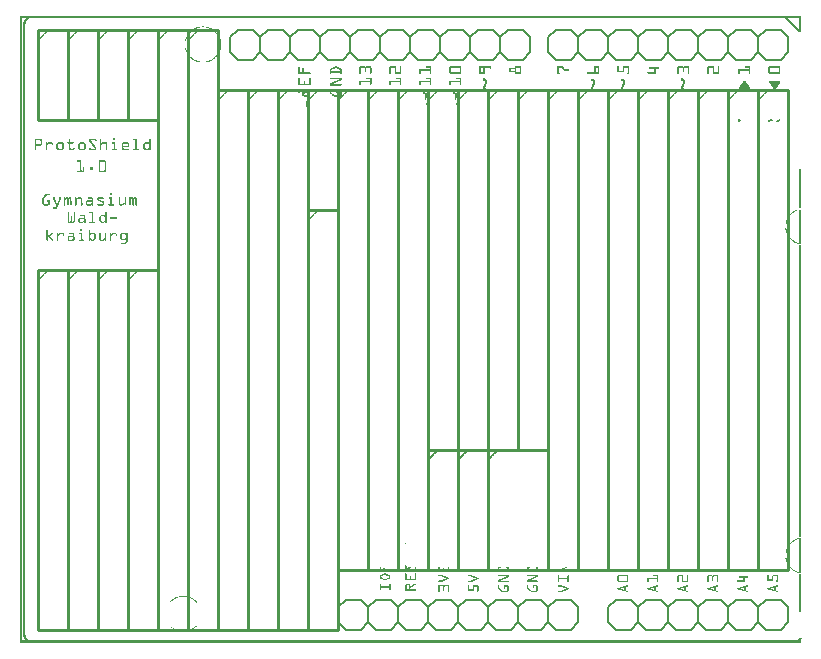
<source format=gto>
G04 MADE WITH FRITZING*
G04 WWW.FRITZING.ORG*
G04 DOUBLE SIDED*
G04 HOLES PLATED*
G04 CONTOUR ON CENTER OF CONTOUR VECTOR*
%ASAXBY*%
%FSLAX23Y23*%
%MOIN*%
%OFA0B0*%
%SFA1.0B1.0*%
%ADD10C,0.010000*%
%ADD11C,0.006000*%
%ADD12R,0.001000X0.001000*%
%LNSILK1*%
G90*
G70*
G54D10*
X562Y2044D02*
X562Y44D01*
D02*
X562Y44D02*
X662Y44D01*
D02*
X662Y44D02*
X662Y2044D01*
D02*
X662Y2044D02*
X562Y2044D01*
D02*
X2262Y1844D02*
X2262Y244D01*
D02*
X2262Y244D02*
X2362Y244D01*
D02*
X2362Y244D02*
X2362Y1844D01*
D02*
X2362Y1844D02*
X2262Y1844D01*
D02*
X2362Y1844D02*
X2362Y244D01*
D02*
X2362Y244D02*
X2462Y244D01*
D02*
X2462Y244D02*
X2462Y1844D01*
D02*
X2462Y1844D02*
X2362Y1844D01*
D02*
X2162Y1844D02*
X2162Y244D01*
D02*
X2162Y244D02*
X2262Y244D01*
D02*
X2262Y244D02*
X2262Y1844D01*
D02*
X2262Y1844D02*
X2162Y1844D01*
D02*
X1962Y1844D02*
X1962Y244D01*
D02*
X1962Y244D02*
X2062Y244D01*
D02*
X2062Y244D02*
X2062Y1844D01*
D02*
X2062Y1844D02*
X1962Y1844D01*
D02*
X2062Y1844D02*
X2062Y244D01*
D02*
X2062Y244D02*
X2162Y244D01*
D02*
X2162Y244D02*
X2162Y1844D01*
D02*
X2162Y1844D02*
X2062Y1844D01*
D02*
X1762Y1844D02*
X1762Y244D01*
D02*
X1762Y244D02*
X1862Y244D01*
D02*
X1862Y244D02*
X1862Y1844D01*
D02*
X1862Y1844D02*
X1762Y1844D01*
D02*
X1862Y1844D02*
X1862Y244D01*
D02*
X1862Y244D02*
X1962Y244D01*
D02*
X1962Y244D02*
X1962Y1844D01*
D02*
X1962Y1844D02*
X1862Y1844D01*
D02*
X1262Y1844D02*
X1262Y244D01*
D02*
X1262Y244D02*
X1362Y244D01*
D02*
X1362Y244D02*
X1362Y1844D01*
D02*
X1362Y1844D02*
X1262Y1844D01*
D02*
X1362Y1844D02*
X1362Y644D01*
D02*
X1362Y644D02*
X1462Y644D01*
D02*
X1462Y644D02*
X1462Y1844D01*
D02*
X1462Y1844D02*
X1362Y1844D01*
D02*
X1162Y1844D02*
X1162Y244D01*
D02*
X1162Y244D02*
X1262Y244D01*
D02*
X1262Y244D02*
X1262Y1844D01*
D02*
X1262Y1844D02*
X1162Y1844D01*
D02*
X1062Y1844D02*
X1062Y244D01*
D02*
X1062Y244D02*
X1162Y244D01*
D02*
X1162Y244D02*
X1162Y1844D01*
D02*
X1162Y1844D02*
X1062Y1844D01*
D02*
X962Y1844D02*
X962Y1444D01*
D02*
X962Y1444D02*
X1062Y1444D01*
D02*
X1062Y1444D02*
X1062Y1844D01*
D02*
X1062Y1844D02*
X962Y1844D01*
D02*
X862Y1844D02*
X862Y44D01*
D02*
X862Y44D02*
X962Y44D01*
D02*
X962Y44D02*
X962Y1844D01*
D02*
X962Y1844D02*
X862Y1844D01*
D02*
X662Y1844D02*
X662Y44D01*
D02*
X662Y44D02*
X762Y44D01*
D02*
X762Y44D02*
X762Y1844D01*
D02*
X762Y1844D02*
X662Y1844D01*
D02*
X762Y1844D02*
X762Y44D01*
D02*
X762Y44D02*
X862Y44D01*
D02*
X862Y44D02*
X862Y1844D01*
D02*
X862Y1844D02*
X762Y1844D01*
D02*
X1362Y644D02*
X1362Y244D01*
D02*
X1362Y244D02*
X1462Y244D01*
D02*
X1462Y244D02*
X1462Y644D01*
D02*
X1462Y644D02*
X1362Y644D01*
G54D11*
D02*
X2287Y144D02*
X2337Y144D01*
D02*
X2337Y144D02*
X2362Y119D01*
D02*
X2362Y119D02*
X2362Y69D01*
D02*
X2362Y69D02*
X2337Y44D01*
D02*
X2362Y119D02*
X2387Y144D01*
D02*
X2387Y144D02*
X2437Y144D01*
D02*
X2437Y144D02*
X2462Y119D01*
D02*
X2462Y119D02*
X2462Y69D01*
D02*
X2462Y69D02*
X2437Y44D01*
D02*
X2437Y44D02*
X2387Y44D01*
D02*
X2387Y44D02*
X2362Y69D01*
D02*
X2162Y119D02*
X2187Y144D01*
D02*
X2187Y144D02*
X2237Y144D01*
D02*
X2237Y144D02*
X2262Y119D01*
D02*
X2262Y119D02*
X2262Y69D01*
D02*
X2262Y69D02*
X2237Y44D01*
D02*
X2237Y44D02*
X2187Y44D01*
D02*
X2187Y44D02*
X2162Y69D01*
D02*
X2287Y144D02*
X2262Y119D01*
D02*
X2262Y69D02*
X2287Y44D01*
D02*
X2337Y44D02*
X2287Y44D01*
D02*
X1987Y144D02*
X2037Y144D01*
D02*
X2037Y144D02*
X2062Y119D01*
D02*
X2062Y119D02*
X2062Y69D01*
D02*
X2062Y69D02*
X2037Y44D01*
D02*
X2062Y119D02*
X2087Y144D01*
D02*
X2087Y144D02*
X2137Y144D01*
D02*
X2137Y144D02*
X2162Y119D01*
D02*
X2162Y119D02*
X2162Y69D01*
D02*
X2162Y69D02*
X2137Y44D01*
D02*
X2137Y44D02*
X2087Y44D01*
D02*
X2087Y44D02*
X2062Y69D01*
D02*
X1962Y119D02*
X1962Y69D01*
D02*
X1987Y144D02*
X1962Y119D01*
D02*
X1962Y69D02*
X1987Y44D01*
D02*
X2037Y44D02*
X1987Y44D01*
D02*
X2487Y144D02*
X2537Y144D01*
D02*
X2537Y144D02*
X2562Y119D01*
D02*
X2562Y119D02*
X2562Y69D01*
D02*
X2562Y69D02*
X2537Y44D01*
D02*
X2487Y144D02*
X2462Y119D01*
D02*
X2462Y69D02*
X2487Y44D01*
D02*
X2537Y44D02*
X2487Y44D01*
D02*
X877Y1944D02*
X827Y1944D01*
D02*
X1077Y1944D02*
X1027Y1944D01*
D02*
X977Y1944D02*
X927Y1944D01*
D02*
X1177Y1944D02*
X1127Y1944D01*
D02*
X1377Y1944D02*
X1327Y1944D01*
D02*
X1277Y1944D02*
X1227Y1944D01*
D02*
X1477Y1944D02*
X1427Y1944D01*
D02*
X1677Y1944D02*
X1627Y1944D01*
D02*
X1577Y1944D02*
X1527Y1944D01*
D02*
X777Y1944D02*
X727Y1944D01*
D02*
X902Y1969D02*
X877Y1944D01*
D02*
X827Y1944D02*
X802Y1969D01*
D02*
X802Y1969D02*
X802Y2019D01*
D02*
X802Y2019D02*
X827Y2044D01*
D02*
X827Y2044D02*
X877Y2044D01*
D02*
X877Y2044D02*
X902Y2019D01*
D02*
X1027Y1944D02*
X1002Y1969D01*
D02*
X1002Y1969D02*
X1002Y2019D01*
D02*
X1002Y2019D02*
X1027Y2044D01*
D02*
X1002Y1969D02*
X977Y1944D01*
D02*
X927Y1944D02*
X902Y1969D01*
D02*
X902Y1969D02*
X902Y2019D01*
D02*
X902Y2019D02*
X927Y2044D01*
D02*
X927Y2044D02*
X977Y2044D01*
D02*
X977Y2044D02*
X1002Y2019D01*
D02*
X1202Y1969D02*
X1177Y1944D01*
D02*
X1127Y1944D02*
X1102Y1969D01*
D02*
X1102Y1969D02*
X1102Y2019D01*
D02*
X1102Y2019D02*
X1127Y2044D01*
D02*
X1127Y2044D02*
X1177Y2044D01*
D02*
X1177Y2044D02*
X1202Y2019D01*
D02*
X1077Y1944D02*
X1102Y1969D01*
D02*
X1102Y2019D02*
X1077Y2044D01*
D02*
X1027Y2044D02*
X1077Y2044D01*
D02*
X1327Y1944D02*
X1302Y1969D01*
D02*
X1302Y1969D02*
X1302Y2019D01*
D02*
X1302Y2019D02*
X1327Y2044D01*
D02*
X1302Y1969D02*
X1277Y1944D01*
D02*
X1227Y1944D02*
X1202Y1969D01*
D02*
X1202Y1969D02*
X1202Y2019D01*
D02*
X1202Y2019D02*
X1227Y2044D01*
D02*
X1227Y2044D02*
X1277Y2044D01*
D02*
X1277Y2044D02*
X1302Y2019D01*
D02*
X1502Y1969D02*
X1477Y1944D01*
D02*
X1427Y1944D02*
X1402Y1969D01*
D02*
X1402Y1969D02*
X1402Y2019D01*
D02*
X1402Y2019D02*
X1427Y2044D01*
D02*
X1427Y2044D02*
X1477Y2044D01*
D02*
X1477Y2044D02*
X1502Y2019D01*
D02*
X1377Y1944D02*
X1402Y1969D01*
D02*
X1402Y2019D02*
X1377Y2044D01*
D02*
X1327Y2044D02*
X1377Y2044D01*
D02*
X1627Y1944D02*
X1602Y1969D01*
D02*
X1602Y1969D02*
X1602Y2019D01*
D02*
X1602Y2019D02*
X1627Y2044D01*
D02*
X1602Y1969D02*
X1577Y1944D01*
D02*
X1527Y1944D02*
X1502Y1969D01*
D02*
X1502Y1969D02*
X1502Y2019D01*
D02*
X1502Y2019D02*
X1527Y2044D01*
D02*
X1527Y2044D02*
X1577Y2044D01*
D02*
X1577Y2044D02*
X1602Y2019D01*
D02*
X1702Y1969D02*
X1702Y2019D01*
D02*
X1677Y1944D02*
X1702Y1969D01*
D02*
X1702Y2019D02*
X1677Y2044D01*
D02*
X1627Y2044D02*
X1677Y2044D01*
D02*
X727Y1944D02*
X702Y1969D01*
D02*
X702Y1969D02*
X702Y2019D01*
D02*
X702Y2019D02*
X727Y2044D01*
D02*
X777Y1944D02*
X802Y1969D01*
D02*
X802Y2019D02*
X777Y2044D01*
D02*
X727Y2044D02*
X777Y2044D01*
D02*
X1937Y1944D02*
X1887Y1944D01*
D02*
X1887Y1944D02*
X1862Y1969D01*
D02*
X1862Y1969D02*
X1862Y2019D01*
D02*
X1862Y2019D02*
X1887Y2044D01*
D02*
X2062Y1969D02*
X2037Y1944D01*
D02*
X2037Y1944D02*
X1987Y1944D01*
D02*
X1987Y1944D02*
X1962Y1969D01*
D02*
X1962Y1969D02*
X1962Y2019D01*
D02*
X1962Y2019D02*
X1987Y2044D01*
D02*
X1987Y2044D02*
X2037Y2044D01*
D02*
X2037Y2044D02*
X2062Y2019D01*
D02*
X1937Y1944D02*
X1962Y1969D01*
D02*
X1962Y2019D02*
X1937Y2044D01*
D02*
X1887Y2044D02*
X1937Y2044D01*
D02*
X2237Y1944D02*
X2187Y1944D01*
D02*
X2187Y1944D02*
X2162Y1969D01*
D02*
X2162Y1969D02*
X2162Y2019D01*
D02*
X2162Y2019D02*
X2187Y2044D01*
D02*
X2162Y1969D02*
X2137Y1944D01*
D02*
X2137Y1944D02*
X2087Y1944D01*
D02*
X2087Y1944D02*
X2062Y1969D01*
D02*
X2062Y1969D02*
X2062Y2019D01*
D02*
X2062Y2019D02*
X2087Y2044D01*
D02*
X2087Y2044D02*
X2137Y2044D01*
D02*
X2137Y2044D02*
X2162Y2019D01*
D02*
X2362Y1969D02*
X2337Y1944D01*
D02*
X2337Y1944D02*
X2287Y1944D01*
D02*
X2287Y1944D02*
X2262Y1969D01*
D02*
X2262Y1969D02*
X2262Y2019D01*
D02*
X2262Y2019D02*
X2287Y2044D01*
D02*
X2287Y2044D02*
X2337Y2044D01*
D02*
X2337Y2044D02*
X2362Y2019D01*
D02*
X2237Y1944D02*
X2262Y1969D01*
D02*
X2262Y2019D02*
X2237Y2044D01*
D02*
X2187Y2044D02*
X2237Y2044D01*
D02*
X2537Y1944D02*
X2487Y1944D01*
D02*
X2487Y1944D02*
X2462Y1969D01*
D02*
X2462Y1969D02*
X2462Y2019D01*
D02*
X2462Y2019D02*
X2487Y2044D01*
D02*
X2462Y1969D02*
X2437Y1944D01*
D02*
X2437Y1944D02*
X2387Y1944D01*
D02*
X2387Y1944D02*
X2362Y1969D01*
D02*
X2362Y1969D02*
X2362Y2019D01*
D02*
X2362Y2019D02*
X2387Y2044D01*
D02*
X2387Y2044D02*
X2437Y2044D01*
D02*
X2437Y2044D02*
X2462Y2019D01*
D02*
X2562Y1969D02*
X2562Y2019D01*
D02*
X2537Y1944D02*
X2562Y1969D01*
D02*
X2562Y2019D02*
X2537Y2044D01*
D02*
X2487Y2044D02*
X2537Y2044D01*
D02*
X1837Y1944D02*
X1787Y1944D01*
D02*
X1787Y1944D02*
X1762Y1969D01*
D02*
X1762Y1969D02*
X1762Y2019D01*
D02*
X1762Y2019D02*
X1787Y2044D01*
D02*
X1837Y1944D02*
X1862Y1969D01*
D02*
X1862Y2019D02*
X1837Y2044D01*
D02*
X1787Y2044D02*
X1837Y2044D01*
D02*
X1687Y144D02*
X1737Y144D01*
D02*
X1737Y144D02*
X1762Y119D01*
D02*
X1762Y119D02*
X1762Y69D01*
D02*
X1762Y69D02*
X1737Y44D01*
D02*
X1562Y119D02*
X1587Y144D01*
D02*
X1587Y144D02*
X1637Y144D01*
D02*
X1637Y144D02*
X1662Y119D01*
D02*
X1662Y119D02*
X1662Y69D01*
D02*
X1662Y69D02*
X1637Y44D01*
D02*
X1637Y44D02*
X1587Y44D01*
D02*
X1587Y44D02*
X1562Y69D01*
D02*
X1687Y144D02*
X1662Y119D01*
D02*
X1662Y69D02*
X1687Y44D01*
D02*
X1737Y44D02*
X1687Y44D01*
D02*
X1387Y144D02*
X1437Y144D01*
D02*
X1437Y144D02*
X1462Y119D01*
D02*
X1462Y119D02*
X1462Y69D01*
D02*
X1462Y69D02*
X1437Y44D01*
D02*
X1462Y119D02*
X1487Y144D01*
D02*
X1487Y144D02*
X1537Y144D01*
D02*
X1537Y144D02*
X1562Y119D01*
D02*
X1562Y119D02*
X1562Y69D01*
D02*
X1562Y69D02*
X1537Y44D01*
D02*
X1537Y44D02*
X1487Y44D01*
D02*
X1487Y44D02*
X1462Y69D01*
D02*
X1262Y119D02*
X1287Y144D01*
D02*
X1287Y144D02*
X1337Y144D01*
D02*
X1337Y144D02*
X1362Y119D01*
D02*
X1362Y119D02*
X1362Y69D01*
D02*
X1362Y69D02*
X1337Y44D01*
D02*
X1337Y44D02*
X1287Y44D01*
D02*
X1287Y44D02*
X1262Y69D01*
D02*
X1387Y144D02*
X1362Y119D01*
D02*
X1362Y69D02*
X1387Y44D01*
D02*
X1437Y44D02*
X1387Y44D01*
D02*
X1087Y144D02*
X1137Y144D01*
D02*
X1137Y144D02*
X1162Y119D01*
D02*
X1162Y119D02*
X1162Y69D01*
D02*
X1162Y69D02*
X1137Y44D01*
D02*
X1162Y119D02*
X1187Y144D01*
D02*
X1187Y144D02*
X1237Y144D01*
D02*
X1237Y144D02*
X1262Y119D01*
D02*
X1262Y119D02*
X1262Y69D01*
D02*
X1262Y69D02*
X1237Y44D01*
D02*
X1237Y44D02*
X1187Y44D01*
D02*
X1187Y44D02*
X1162Y69D01*
D02*
X1062Y119D02*
X1062Y69D01*
D02*
X1087Y144D02*
X1062Y119D01*
D02*
X1062Y69D02*
X1087Y44D01*
D02*
X1137Y44D02*
X1087Y44D01*
D02*
X1787Y144D02*
X1837Y144D01*
D02*
X1837Y144D02*
X1862Y119D01*
D02*
X1862Y119D02*
X1862Y69D01*
D02*
X1862Y69D02*
X1837Y44D01*
D02*
X1787Y144D02*
X1762Y119D01*
D02*
X1762Y69D02*
X1787Y44D01*
D02*
X1837Y44D02*
X1787Y44D01*
G54D10*
D02*
X1662Y1844D02*
X1662Y644D01*
D02*
X1662Y644D02*
X1762Y644D01*
D02*
X1762Y644D02*
X1762Y1844D01*
D02*
X1762Y1844D02*
X1662Y1844D01*
D02*
X1462Y1844D02*
X1462Y644D01*
D02*
X1462Y644D02*
X1562Y644D01*
D02*
X1562Y644D02*
X1562Y1844D01*
D02*
X1562Y1844D02*
X1462Y1844D01*
D02*
X1562Y1844D02*
X1562Y644D01*
D02*
X1562Y644D02*
X1662Y644D01*
D02*
X1662Y644D02*
X1662Y1844D01*
D02*
X1662Y1844D02*
X1562Y1844D01*
D02*
X1462Y644D02*
X1462Y244D01*
D02*
X1462Y244D02*
X1562Y244D01*
D02*
X1562Y244D02*
X1562Y644D01*
D02*
X1562Y644D02*
X1462Y644D01*
D02*
X1562Y644D02*
X1562Y244D01*
D02*
X1562Y244D02*
X1762Y244D01*
D02*
X1762Y244D02*
X1762Y644D01*
D02*
X1762Y644D02*
X1562Y644D01*
D02*
X62Y1244D02*
X62Y44D01*
D02*
X62Y44D02*
X162Y44D01*
D02*
X162Y44D02*
X162Y1244D01*
D02*
X162Y1244D02*
X62Y1244D01*
D02*
X162Y1244D02*
X162Y44D01*
D02*
X162Y44D02*
X262Y44D01*
D02*
X262Y44D02*
X262Y1244D01*
D02*
X262Y1244D02*
X162Y1244D01*
D02*
X262Y1244D02*
X262Y44D01*
D02*
X262Y44D02*
X362Y44D01*
D02*
X362Y44D02*
X362Y1244D01*
D02*
X362Y1244D02*
X262Y1244D01*
D02*
X362Y1244D02*
X362Y44D01*
D02*
X362Y44D02*
X462Y44D01*
D02*
X462Y44D02*
X462Y1244D01*
D02*
X462Y1244D02*
X362Y1244D01*
D02*
X462Y2044D02*
X462Y44D01*
D02*
X462Y44D02*
X562Y44D01*
D02*
X562Y44D02*
X562Y2044D01*
D02*
X562Y2044D02*
X462Y2044D01*
D02*
X162Y2044D02*
X162Y1744D01*
D02*
X162Y1744D02*
X262Y1744D01*
D02*
X262Y1744D02*
X262Y2044D01*
D02*
X262Y2044D02*
X162Y2044D01*
D02*
X262Y2044D02*
X262Y1744D01*
D02*
X262Y1744D02*
X362Y1744D01*
D02*
X362Y1744D02*
X362Y2044D01*
D02*
X362Y2044D02*
X262Y2044D01*
D02*
X362Y2044D02*
X362Y1744D01*
D02*
X362Y1744D02*
X462Y1744D01*
D02*
X462Y1744D02*
X462Y2044D01*
D02*
X462Y2044D02*
X362Y2044D01*
D02*
X62Y2044D02*
X62Y1744D01*
D02*
X62Y1744D02*
X162Y1744D01*
D02*
X162Y1744D02*
X162Y2044D01*
D02*
X162Y2044D02*
X62Y2044D01*
D02*
X2462Y1844D02*
X2462Y244D01*
D02*
X2462Y244D02*
X2562Y244D01*
D02*
X2562Y244D02*
X2562Y1844D01*
D02*
X2562Y1844D02*
X2462Y1844D01*
D02*
X962Y1444D02*
X962Y44D01*
D02*
X962Y44D02*
X1062Y44D01*
D02*
X1062Y44D02*
X1062Y1444D01*
D02*
X1062Y1444D02*
X962Y1444D01*
G54D12*
X1Y2090D02*
X2606Y2090D01*
X1Y2089D02*
X2606Y2089D01*
X1Y2088D02*
X2606Y2088D01*
X1Y2087D02*
X2606Y2087D01*
X1Y2086D02*
X2606Y2086D01*
X1Y2085D02*
X2606Y2085D01*
X1Y2084D02*
X2606Y2084D01*
X1Y2083D02*
X2606Y2083D01*
X1Y2082D02*
X8Y2082D01*
X22Y2082D02*
X34Y2082D01*
X2552Y2082D02*
X2562Y2082D01*
X2599Y2082D02*
X2606Y2082D01*
X1Y2081D02*
X8Y2081D01*
X21Y2081D02*
X32Y2081D01*
X2553Y2081D02*
X2563Y2081D01*
X2599Y2081D02*
X2606Y2081D01*
X1Y2080D02*
X8Y2080D01*
X20Y2080D02*
X31Y2080D01*
X2554Y2080D02*
X2564Y2080D01*
X2599Y2080D02*
X2606Y2080D01*
X1Y2079D02*
X8Y2079D01*
X20Y2079D02*
X30Y2079D01*
X2555Y2079D02*
X2565Y2079D01*
X2599Y2079D02*
X2606Y2079D01*
X1Y2078D02*
X8Y2078D01*
X19Y2078D02*
X29Y2078D01*
X2556Y2078D02*
X2566Y2078D01*
X2599Y2078D02*
X2606Y2078D01*
X1Y2077D02*
X8Y2077D01*
X18Y2077D02*
X27Y2077D01*
X2557Y2077D02*
X2567Y2077D01*
X2599Y2077D02*
X2606Y2077D01*
X1Y2076D02*
X8Y2076D01*
X18Y2076D02*
X27Y2076D01*
X2558Y2076D02*
X2568Y2076D01*
X2599Y2076D02*
X2606Y2076D01*
X1Y2075D02*
X8Y2075D01*
X17Y2075D02*
X26Y2075D01*
X2559Y2075D02*
X2569Y2075D01*
X2599Y2075D02*
X2606Y2075D01*
X1Y2074D02*
X8Y2074D01*
X17Y2074D02*
X25Y2074D01*
X2560Y2074D02*
X2570Y2074D01*
X2599Y2074D02*
X2606Y2074D01*
X1Y2073D02*
X8Y2073D01*
X16Y2073D02*
X24Y2073D01*
X2561Y2073D02*
X2571Y2073D01*
X2599Y2073D02*
X2606Y2073D01*
X1Y2072D02*
X8Y2072D01*
X16Y2072D02*
X24Y2072D01*
X2562Y2072D02*
X2572Y2072D01*
X2599Y2072D02*
X2606Y2072D01*
X1Y2071D02*
X8Y2071D01*
X15Y2071D02*
X23Y2071D01*
X2563Y2071D02*
X2573Y2071D01*
X2599Y2071D02*
X2606Y2071D01*
X1Y2070D02*
X8Y2070D01*
X15Y2070D02*
X22Y2070D01*
X2564Y2070D02*
X2574Y2070D01*
X2599Y2070D02*
X2606Y2070D01*
X1Y2069D02*
X8Y2069D01*
X14Y2069D02*
X22Y2069D01*
X2565Y2069D02*
X2575Y2069D01*
X2599Y2069D02*
X2606Y2069D01*
X1Y2068D02*
X8Y2068D01*
X14Y2068D02*
X21Y2068D01*
X2566Y2068D02*
X2576Y2068D01*
X2599Y2068D02*
X2606Y2068D01*
X1Y2067D02*
X8Y2067D01*
X14Y2067D02*
X21Y2067D01*
X2567Y2067D02*
X2577Y2067D01*
X2599Y2067D02*
X2606Y2067D01*
X1Y2066D02*
X8Y2066D01*
X13Y2066D02*
X21Y2066D01*
X2568Y2066D02*
X2578Y2066D01*
X2599Y2066D02*
X2606Y2066D01*
X1Y2065D02*
X8Y2065D01*
X13Y2065D02*
X20Y2065D01*
X2569Y2065D02*
X2579Y2065D01*
X2599Y2065D02*
X2606Y2065D01*
X1Y2064D02*
X8Y2064D01*
X13Y2064D02*
X20Y2064D01*
X2570Y2064D02*
X2580Y2064D01*
X2599Y2064D02*
X2606Y2064D01*
X1Y2063D02*
X8Y2063D01*
X13Y2063D02*
X20Y2063D01*
X2571Y2063D02*
X2581Y2063D01*
X2599Y2063D02*
X2606Y2063D01*
X1Y2062D02*
X8Y2062D01*
X12Y2062D02*
X19Y2062D01*
X2572Y2062D02*
X2582Y2062D01*
X2599Y2062D02*
X2606Y2062D01*
X1Y2061D02*
X8Y2061D01*
X12Y2061D02*
X19Y2061D01*
X2573Y2061D02*
X2583Y2061D01*
X2599Y2061D02*
X2606Y2061D01*
X1Y2060D02*
X8Y2060D01*
X12Y2060D02*
X19Y2060D01*
X2574Y2060D02*
X2584Y2060D01*
X2599Y2060D02*
X2606Y2060D01*
X1Y2059D02*
X8Y2059D01*
X12Y2059D02*
X19Y2059D01*
X2575Y2059D02*
X2585Y2059D01*
X2599Y2059D02*
X2606Y2059D01*
X1Y2058D02*
X8Y2058D01*
X12Y2058D02*
X19Y2058D01*
X2576Y2058D02*
X2586Y2058D01*
X2599Y2058D02*
X2606Y2058D01*
X1Y2057D02*
X8Y2057D01*
X12Y2057D02*
X19Y2057D01*
X2577Y2057D02*
X2587Y2057D01*
X2599Y2057D02*
X2606Y2057D01*
X1Y2056D02*
X8Y2056D01*
X12Y2056D02*
X19Y2056D01*
X2578Y2056D02*
X2588Y2056D01*
X2599Y2056D02*
X2606Y2056D01*
X1Y2055D02*
X8Y2055D01*
X12Y2055D02*
X19Y2055D01*
X609Y2055D02*
X615Y2055D01*
X2579Y2055D02*
X2589Y2055D01*
X2599Y2055D02*
X2606Y2055D01*
X1Y2054D02*
X8Y2054D01*
X12Y2054D02*
X19Y2054D01*
X600Y2054D02*
X623Y2054D01*
X2580Y2054D02*
X2590Y2054D01*
X2599Y2054D02*
X2606Y2054D01*
X1Y2053D02*
X8Y2053D01*
X12Y2053D02*
X19Y2053D01*
X596Y2053D02*
X627Y2053D01*
X2581Y2053D02*
X2591Y2053D01*
X2599Y2053D02*
X2606Y2053D01*
X1Y2052D02*
X8Y2052D01*
X12Y2052D02*
X19Y2052D01*
X593Y2052D02*
X630Y2052D01*
X2582Y2052D02*
X2592Y2052D01*
X2599Y2052D02*
X2606Y2052D01*
X1Y2051D02*
X8Y2051D01*
X12Y2051D02*
X19Y2051D01*
X590Y2051D02*
X603Y2051D01*
X621Y2051D02*
X633Y2051D01*
X2583Y2051D02*
X2593Y2051D01*
X2599Y2051D02*
X2606Y2051D01*
X1Y2050D02*
X8Y2050D01*
X12Y2050D02*
X19Y2050D01*
X588Y2050D02*
X597Y2050D01*
X626Y2050D02*
X635Y2050D01*
X2584Y2050D02*
X2594Y2050D01*
X2599Y2050D02*
X2606Y2050D01*
X1Y2049D02*
X8Y2049D01*
X12Y2049D02*
X19Y2049D01*
X586Y2049D02*
X594Y2049D01*
X630Y2049D02*
X638Y2049D01*
X2585Y2049D02*
X2595Y2049D01*
X2599Y2049D02*
X2606Y2049D01*
X1Y2048D02*
X8Y2048D01*
X12Y2048D02*
X19Y2048D01*
X584Y2048D02*
X591Y2048D01*
X632Y2048D02*
X640Y2048D01*
X2586Y2048D02*
X2596Y2048D01*
X2599Y2048D02*
X2606Y2048D01*
X1Y2047D02*
X8Y2047D01*
X12Y2047D02*
X19Y2047D01*
X582Y2047D02*
X588Y2047D01*
X635Y2047D02*
X641Y2047D01*
X2587Y2047D02*
X2597Y2047D01*
X2599Y2047D02*
X2606Y2047D01*
X1Y2046D02*
X8Y2046D01*
X12Y2046D02*
X19Y2046D01*
X580Y2046D02*
X586Y2046D01*
X637Y2046D02*
X643Y2046D01*
X2588Y2046D02*
X2606Y2046D01*
X1Y2045D02*
X8Y2045D01*
X12Y2045D02*
X19Y2045D01*
X95Y2045D02*
X96Y2045D01*
X195Y2045D02*
X196Y2045D01*
X295Y2045D02*
X296Y2045D01*
X395Y2045D02*
X396Y2045D01*
X495Y2045D02*
X496Y2045D01*
X579Y2045D02*
X584Y2045D01*
X595Y2045D02*
X596Y2045D01*
X639Y2045D02*
X645Y2045D01*
X2589Y2045D02*
X2606Y2045D01*
X1Y2044D02*
X8Y2044D01*
X12Y2044D02*
X19Y2044D01*
X94Y2044D02*
X97Y2044D01*
X194Y2044D02*
X197Y2044D01*
X294Y2044D02*
X297Y2044D01*
X394Y2044D02*
X397Y2044D01*
X494Y2044D02*
X497Y2044D01*
X577Y2044D02*
X582Y2044D01*
X594Y2044D02*
X597Y2044D01*
X641Y2044D02*
X646Y2044D01*
X2590Y2044D02*
X2606Y2044D01*
X1Y2043D02*
X8Y2043D01*
X12Y2043D02*
X19Y2043D01*
X93Y2043D02*
X98Y2043D01*
X193Y2043D02*
X198Y2043D01*
X293Y2043D02*
X298Y2043D01*
X393Y2043D02*
X398Y2043D01*
X493Y2043D02*
X498Y2043D01*
X576Y2043D02*
X581Y2043D01*
X593Y2043D02*
X598Y2043D01*
X643Y2043D02*
X647Y2043D01*
X2591Y2043D02*
X2606Y2043D01*
X1Y2042D02*
X8Y2042D01*
X12Y2042D02*
X19Y2042D01*
X92Y2042D02*
X98Y2042D01*
X192Y2042D02*
X198Y2042D01*
X292Y2042D02*
X298Y2042D01*
X392Y2042D02*
X398Y2042D01*
X492Y2042D02*
X498Y2042D01*
X575Y2042D02*
X579Y2042D01*
X592Y2042D02*
X598Y2042D01*
X644Y2042D02*
X649Y2042D01*
X2592Y2042D02*
X2606Y2042D01*
X1Y2041D02*
X8Y2041D01*
X12Y2041D02*
X19Y2041D01*
X91Y2041D02*
X97Y2041D01*
X191Y2041D02*
X197Y2041D01*
X291Y2041D02*
X297Y2041D01*
X391Y2041D02*
X397Y2041D01*
X491Y2041D02*
X497Y2041D01*
X573Y2041D02*
X578Y2041D01*
X591Y2041D02*
X597Y2041D01*
X646Y2041D02*
X650Y2041D01*
X2593Y2041D02*
X2606Y2041D01*
X1Y2040D02*
X8Y2040D01*
X12Y2040D02*
X19Y2040D01*
X90Y2040D02*
X96Y2040D01*
X190Y2040D02*
X196Y2040D01*
X290Y2040D02*
X296Y2040D01*
X390Y2040D02*
X396Y2040D01*
X490Y2040D02*
X496Y2040D01*
X572Y2040D02*
X576Y2040D01*
X590Y2040D02*
X596Y2040D01*
X647Y2040D02*
X651Y2040D01*
X2594Y2040D02*
X2606Y2040D01*
X1Y2039D02*
X8Y2039D01*
X12Y2039D02*
X19Y2039D01*
X89Y2039D02*
X95Y2039D01*
X189Y2039D02*
X195Y2039D01*
X289Y2039D02*
X295Y2039D01*
X389Y2039D02*
X395Y2039D01*
X489Y2039D02*
X495Y2039D01*
X571Y2039D02*
X575Y2039D01*
X589Y2039D02*
X595Y2039D01*
X648Y2039D02*
X652Y2039D01*
X2595Y2039D02*
X2606Y2039D01*
X1Y2038D02*
X8Y2038D01*
X12Y2038D02*
X19Y2038D01*
X88Y2038D02*
X94Y2038D01*
X188Y2038D02*
X194Y2038D01*
X288Y2038D02*
X294Y2038D01*
X388Y2038D02*
X394Y2038D01*
X488Y2038D02*
X494Y2038D01*
X570Y2038D02*
X574Y2038D01*
X588Y2038D02*
X594Y2038D01*
X649Y2038D02*
X653Y2038D01*
X2596Y2038D02*
X2606Y2038D01*
X1Y2037D02*
X8Y2037D01*
X12Y2037D02*
X19Y2037D01*
X87Y2037D02*
X93Y2037D01*
X187Y2037D02*
X193Y2037D01*
X287Y2037D02*
X293Y2037D01*
X387Y2037D02*
X393Y2037D01*
X487Y2037D02*
X493Y2037D01*
X569Y2037D02*
X573Y2037D01*
X587Y2037D02*
X593Y2037D01*
X651Y2037D02*
X654Y2037D01*
X2597Y2037D02*
X2607Y2037D01*
X1Y2036D02*
X8Y2036D01*
X12Y2036D02*
X19Y2036D01*
X86Y2036D02*
X92Y2036D01*
X186Y2036D02*
X192Y2036D01*
X286Y2036D02*
X292Y2036D01*
X386Y2036D02*
X392Y2036D01*
X486Y2036D02*
X492Y2036D01*
X568Y2036D02*
X572Y2036D01*
X586Y2036D02*
X592Y2036D01*
X652Y2036D02*
X655Y2036D01*
X1Y2035D02*
X8Y2035D01*
X12Y2035D02*
X19Y2035D01*
X85Y2035D02*
X91Y2035D01*
X185Y2035D02*
X191Y2035D01*
X285Y2035D02*
X291Y2035D01*
X385Y2035D02*
X391Y2035D01*
X485Y2035D02*
X491Y2035D01*
X567Y2035D02*
X571Y2035D01*
X585Y2035D02*
X591Y2035D01*
X653Y2035D02*
X656Y2035D01*
X1Y2034D02*
X8Y2034D01*
X12Y2034D02*
X19Y2034D01*
X84Y2034D02*
X90Y2034D01*
X184Y2034D02*
X190Y2034D01*
X284Y2034D02*
X290Y2034D01*
X384Y2034D02*
X390Y2034D01*
X484Y2034D02*
X490Y2034D01*
X566Y2034D02*
X570Y2034D01*
X584Y2034D02*
X590Y2034D01*
X654Y2034D02*
X657Y2034D01*
X1Y2033D02*
X8Y2033D01*
X12Y2033D02*
X19Y2033D01*
X83Y2033D02*
X89Y2033D01*
X183Y2033D02*
X189Y2033D01*
X283Y2033D02*
X289Y2033D01*
X383Y2033D02*
X389Y2033D01*
X483Y2033D02*
X489Y2033D01*
X565Y2033D02*
X569Y2033D01*
X583Y2033D02*
X589Y2033D01*
X655Y2033D02*
X658Y2033D01*
X1Y2032D02*
X8Y2032D01*
X12Y2032D02*
X19Y2032D01*
X82Y2032D02*
X88Y2032D01*
X182Y2032D02*
X188Y2032D01*
X282Y2032D02*
X288Y2032D01*
X382Y2032D02*
X388Y2032D01*
X482Y2032D02*
X488Y2032D01*
X565Y2032D02*
X568Y2032D01*
X582Y2032D02*
X588Y2032D01*
X655Y2032D02*
X659Y2032D01*
X1Y2031D02*
X8Y2031D01*
X12Y2031D02*
X19Y2031D01*
X81Y2031D02*
X87Y2031D01*
X181Y2031D02*
X187Y2031D01*
X281Y2031D02*
X287Y2031D01*
X381Y2031D02*
X387Y2031D01*
X481Y2031D02*
X487Y2031D01*
X564Y2031D02*
X567Y2031D01*
X581Y2031D02*
X587Y2031D01*
X656Y2031D02*
X659Y2031D01*
X1Y2030D02*
X8Y2030D01*
X12Y2030D02*
X19Y2030D01*
X80Y2030D02*
X86Y2030D01*
X180Y2030D02*
X186Y2030D01*
X280Y2030D02*
X286Y2030D01*
X380Y2030D02*
X386Y2030D01*
X480Y2030D02*
X486Y2030D01*
X563Y2030D02*
X566Y2030D01*
X580Y2030D02*
X586Y2030D01*
X657Y2030D02*
X660Y2030D01*
X1Y2029D02*
X8Y2029D01*
X12Y2029D02*
X19Y2029D01*
X79Y2029D02*
X85Y2029D01*
X179Y2029D02*
X185Y2029D01*
X279Y2029D02*
X285Y2029D01*
X379Y2029D02*
X385Y2029D01*
X479Y2029D02*
X485Y2029D01*
X562Y2029D02*
X565Y2029D01*
X579Y2029D02*
X585Y2029D01*
X658Y2029D02*
X661Y2029D01*
X1Y2028D02*
X8Y2028D01*
X12Y2028D02*
X19Y2028D01*
X78Y2028D02*
X83Y2028D01*
X178Y2028D02*
X183Y2028D01*
X278Y2028D02*
X283Y2028D01*
X378Y2028D02*
X383Y2028D01*
X478Y2028D02*
X483Y2028D01*
X562Y2028D02*
X565Y2028D01*
X578Y2028D02*
X583Y2028D01*
X659Y2028D02*
X662Y2028D01*
X1Y2027D02*
X8Y2027D01*
X12Y2027D02*
X19Y2027D01*
X77Y2027D02*
X82Y2027D01*
X177Y2027D02*
X182Y2027D01*
X277Y2027D02*
X282Y2027D01*
X377Y2027D02*
X382Y2027D01*
X477Y2027D02*
X482Y2027D01*
X561Y2027D02*
X564Y2027D01*
X577Y2027D02*
X582Y2027D01*
X659Y2027D02*
X662Y2027D01*
X1Y2026D02*
X8Y2026D01*
X12Y2026D02*
X19Y2026D01*
X76Y2026D02*
X81Y2026D01*
X176Y2026D02*
X181Y2026D01*
X276Y2026D02*
X281Y2026D01*
X376Y2026D02*
X381Y2026D01*
X476Y2026D02*
X481Y2026D01*
X560Y2026D02*
X563Y2026D01*
X576Y2026D02*
X581Y2026D01*
X660Y2026D02*
X663Y2026D01*
X1Y2025D02*
X8Y2025D01*
X12Y2025D02*
X19Y2025D01*
X75Y2025D02*
X80Y2025D01*
X175Y2025D02*
X180Y2025D01*
X275Y2025D02*
X280Y2025D01*
X375Y2025D02*
X380Y2025D01*
X475Y2025D02*
X480Y2025D01*
X560Y2025D02*
X563Y2025D01*
X575Y2025D02*
X580Y2025D01*
X661Y2025D02*
X663Y2025D01*
X1Y2024D02*
X8Y2024D01*
X12Y2024D02*
X19Y2024D01*
X74Y2024D02*
X79Y2024D01*
X174Y2024D02*
X179Y2024D01*
X274Y2024D02*
X279Y2024D01*
X374Y2024D02*
X379Y2024D01*
X474Y2024D02*
X479Y2024D01*
X559Y2024D02*
X562Y2024D01*
X574Y2024D02*
X579Y2024D01*
X661Y2024D02*
X664Y2024D01*
X1Y2023D02*
X8Y2023D01*
X12Y2023D02*
X19Y2023D01*
X73Y2023D02*
X78Y2023D01*
X173Y2023D02*
X178Y2023D01*
X273Y2023D02*
X278Y2023D01*
X373Y2023D02*
X378Y2023D01*
X473Y2023D02*
X478Y2023D01*
X559Y2023D02*
X561Y2023D01*
X573Y2023D02*
X578Y2023D01*
X662Y2023D02*
X665Y2023D01*
X1Y2022D02*
X8Y2022D01*
X12Y2022D02*
X19Y2022D01*
X72Y2022D02*
X77Y2022D01*
X172Y2022D02*
X177Y2022D01*
X272Y2022D02*
X277Y2022D01*
X372Y2022D02*
X377Y2022D01*
X472Y2022D02*
X477Y2022D01*
X558Y2022D02*
X561Y2022D01*
X572Y2022D02*
X577Y2022D01*
X662Y2022D02*
X665Y2022D01*
X1Y2021D02*
X8Y2021D01*
X12Y2021D02*
X19Y2021D01*
X71Y2021D02*
X77Y2021D01*
X171Y2021D02*
X177Y2021D01*
X271Y2021D02*
X277Y2021D01*
X371Y2021D02*
X377Y2021D01*
X471Y2021D02*
X477Y2021D01*
X558Y2021D02*
X560Y2021D01*
X571Y2021D02*
X577Y2021D01*
X663Y2021D02*
X666Y2021D01*
X1Y2020D02*
X8Y2020D01*
X12Y2020D02*
X19Y2020D01*
X70Y2020D02*
X76Y2020D01*
X170Y2020D02*
X176Y2020D01*
X270Y2020D02*
X276Y2020D01*
X370Y2020D02*
X376Y2020D01*
X470Y2020D02*
X476Y2020D01*
X557Y2020D02*
X560Y2020D01*
X570Y2020D02*
X576Y2020D01*
X663Y2020D02*
X666Y2020D01*
X1Y2019D02*
X8Y2019D01*
X12Y2019D02*
X19Y2019D01*
X69Y2019D02*
X75Y2019D01*
X169Y2019D02*
X175Y2019D01*
X269Y2019D02*
X275Y2019D01*
X369Y2019D02*
X375Y2019D01*
X469Y2019D02*
X475Y2019D01*
X557Y2019D02*
X559Y2019D01*
X569Y2019D02*
X575Y2019D01*
X664Y2019D02*
X667Y2019D01*
X1Y2018D02*
X8Y2018D01*
X12Y2018D02*
X19Y2018D01*
X68Y2018D02*
X74Y2018D01*
X168Y2018D02*
X174Y2018D01*
X268Y2018D02*
X274Y2018D01*
X368Y2018D02*
X374Y2018D01*
X468Y2018D02*
X474Y2018D01*
X556Y2018D02*
X559Y2018D01*
X568Y2018D02*
X574Y2018D01*
X664Y2018D02*
X667Y2018D01*
X1Y2017D02*
X8Y2017D01*
X12Y2017D02*
X19Y2017D01*
X67Y2017D02*
X73Y2017D01*
X167Y2017D02*
X173Y2017D01*
X267Y2017D02*
X273Y2017D01*
X367Y2017D02*
X373Y2017D01*
X467Y2017D02*
X473Y2017D01*
X556Y2017D02*
X558Y2017D01*
X567Y2017D02*
X573Y2017D01*
X665Y2017D02*
X667Y2017D01*
X1Y2016D02*
X8Y2016D01*
X12Y2016D02*
X19Y2016D01*
X66Y2016D02*
X72Y2016D01*
X166Y2016D02*
X172Y2016D01*
X266Y2016D02*
X272Y2016D01*
X366Y2016D02*
X372Y2016D01*
X466Y2016D02*
X472Y2016D01*
X555Y2016D02*
X558Y2016D01*
X566Y2016D02*
X572Y2016D01*
X665Y2016D02*
X668Y2016D01*
X1Y2015D02*
X8Y2015D01*
X12Y2015D02*
X19Y2015D01*
X65Y2015D02*
X71Y2015D01*
X165Y2015D02*
X171Y2015D01*
X265Y2015D02*
X271Y2015D01*
X365Y2015D02*
X371Y2015D01*
X465Y2015D02*
X471Y2015D01*
X555Y2015D02*
X558Y2015D01*
X565Y2015D02*
X571Y2015D01*
X666Y2015D02*
X668Y2015D01*
X1Y2014D02*
X8Y2014D01*
X12Y2014D02*
X19Y2014D01*
X64Y2014D02*
X70Y2014D01*
X164Y2014D02*
X170Y2014D01*
X264Y2014D02*
X270Y2014D01*
X364Y2014D02*
X370Y2014D01*
X464Y2014D02*
X470Y2014D01*
X555Y2014D02*
X557Y2014D01*
X564Y2014D02*
X570Y2014D01*
X666Y2014D02*
X669Y2014D01*
X1Y2013D02*
X8Y2013D01*
X12Y2013D02*
X19Y2013D01*
X63Y2013D02*
X69Y2013D01*
X163Y2013D02*
X169Y2013D01*
X263Y2013D02*
X269Y2013D01*
X363Y2013D02*
X369Y2013D01*
X463Y2013D02*
X469Y2013D01*
X554Y2013D02*
X557Y2013D01*
X563Y2013D02*
X569Y2013D01*
X666Y2013D02*
X669Y2013D01*
X1Y2012D02*
X8Y2012D01*
X12Y2012D02*
X19Y2012D01*
X62Y2012D02*
X68Y2012D01*
X162Y2012D02*
X168Y2012D01*
X262Y2012D02*
X268Y2012D01*
X362Y2012D02*
X368Y2012D01*
X462Y2012D02*
X468Y2012D01*
X554Y2012D02*
X557Y2012D01*
X562Y2012D02*
X568Y2012D01*
X667Y2012D02*
X669Y2012D01*
X1Y2011D02*
X8Y2011D01*
X12Y2011D02*
X19Y2011D01*
X61Y2011D02*
X67Y2011D01*
X161Y2011D02*
X167Y2011D01*
X261Y2011D02*
X267Y2011D01*
X361Y2011D02*
X367Y2011D01*
X461Y2011D02*
X467Y2011D01*
X554Y2011D02*
X556Y2011D01*
X561Y2011D02*
X567Y2011D01*
X667Y2011D02*
X670Y2011D01*
X1Y2010D02*
X8Y2010D01*
X12Y2010D02*
X19Y2010D01*
X62Y2010D02*
X66Y2010D01*
X162Y2010D02*
X166Y2010D01*
X262Y2010D02*
X266Y2010D01*
X362Y2010D02*
X366Y2010D01*
X462Y2010D02*
X466Y2010D01*
X554Y2010D02*
X556Y2010D01*
X562Y2010D02*
X566Y2010D01*
X667Y2010D02*
X670Y2010D01*
X1Y2009D02*
X8Y2009D01*
X12Y2009D02*
X19Y2009D01*
X63Y2009D02*
X65Y2009D01*
X163Y2009D02*
X165Y2009D01*
X263Y2009D02*
X265Y2009D01*
X363Y2009D02*
X365Y2009D01*
X463Y2009D02*
X465Y2009D01*
X554Y2009D02*
X556Y2009D01*
X563Y2009D02*
X565Y2009D01*
X668Y2009D02*
X670Y2009D01*
X1Y2008D02*
X8Y2008D01*
X12Y2008D02*
X19Y2008D01*
X64Y2008D02*
X64Y2008D01*
X164Y2008D02*
X164Y2008D01*
X264Y2008D02*
X264Y2008D01*
X364Y2008D02*
X364Y2008D01*
X464Y2008D02*
X464Y2008D01*
X554Y2008D02*
X555Y2008D01*
X564Y2008D02*
X564Y2008D01*
X668Y2008D02*
X670Y2008D01*
X1Y2007D02*
X8Y2007D01*
X12Y2007D02*
X19Y2007D01*
X555Y2007D02*
X555Y2007D01*
X668Y2007D02*
X671Y2007D01*
X1Y2006D02*
X8Y2006D01*
X12Y2006D02*
X19Y2006D01*
X555Y2006D02*
X555Y2006D01*
X668Y2006D02*
X671Y2006D01*
X1Y2005D02*
X8Y2005D01*
X12Y2005D02*
X19Y2005D01*
X555Y2005D02*
X555Y2005D01*
X668Y2005D02*
X671Y2005D01*
X1Y2004D02*
X8Y2004D01*
X12Y2004D02*
X19Y2004D01*
X555Y2004D02*
X555Y2004D01*
X669Y2004D02*
X671Y2004D01*
X1Y2003D02*
X8Y2003D01*
X12Y2003D02*
X19Y2003D01*
X669Y2003D02*
X671Y2003D01*
X1Y2002D02*
X8Y2002D01*
X12Y2002D02*
X19Y2002D01*
X669Y2002D02*
X671Y2002D01*
X1Y2001D02*
X8Y2001D01*
X12Y2001D02*
X19Y2001D01*
X669Y2001D02*
X672Y2001D01*
X1Y2000D02*
X8Y2000D01*
X12Y2000D02*
X19Y2000D01*
X669Y2000D02*
X672Y2000D01*
X1Y1999D02*
X8Y1999D01*
X12Y1999D02*
X19Y1999D01*
X669Y1999D02*
X672Y1999D01*
X1Y1998D02*
X8Y1998D01*
X12Y1998D02*
X19Y1998D01*
X669Y1998D02*
X672Y1998D01*
X1Y1997D02*
X8Y1997D01*
X12Y1997D02*
X19Y1997D01*
X669Y1997D02*
X672Y1997D01*
X1Y1996D02*
X8Y1996D01*
X12Y1996D02*
X19Y1996D01*
X669Y1996D02*
X672Y1996D01*
X1Y1995D02*
X8Y1995D01*
X12Y1995D02*
X19Y1995D01*
X669Y1995D02*
X672Y1995D01*
X1Y1994D02*
X8Y1994D01*
X12Y1994D02*
X19Y1994D01*
X669Y1994D02*
X672Y1994D01*
X1Y1993D02*
X8Y1993D01*
X12Y1993D02*
X19Y1993D01*
X669Y1993D02*
X672Y1993D01*
X1Y1992D02*
X8Y1992D01*
X12Y1992D02*
X19Y1992D01*
X669Y1992D02*
X672Y1992D01*
X1Y1991D02*
X8Y1991D01*
X12Y1991D02*
X19Y1991D01*
X669Y1991D02*
X672Y1991D01*
X1Y1990D02*
X8Y1990D01*
X12Y1990D02*
X19Y1990D01*
X669Y1990D02*
X672Y1990D01*
X1Y1989D02*
X8Y1989D01*
X12Y1989D02*
X19Y1989D01*
X669Y1989D02*
X672Y1989D01*
X1Y1988D02*
X8Y1988D01*
X12Y1988D02*
X19Y1988D01*
X669Y1988D02*
X672Y1988D01*
X1Y1987D02*
X8Y1987D01*
X12Y1987D02*
X19Y1987D01*
X669Y1987D02*
X671Y1987D01*
X1Y1986D02*
X8Y1986D01*
X12Y1986D02*
X19Y1986D01*
X669Y1986D02*
X671Y1986D01*
X1Y1985D02*
X8Y1985D01*
X12Y1985D02*
X19Y1985D01*
X669Y1985D02*
X671Y1985D01*
X1Y1984D02*
X8Y1984D01*
X12Y1984D02*
X19Y1984D01*
X555Y1984D02*
X555Y1984D01*
X668Y1984D02*
X671Y1984D01*
X1Y1983D02*
X8Y1983D01*
X12Y1983D02*
X19Y1983D01*
X555Y1983D02*
X555Y1983D01*
X668Y1983D02*
X671Y1983D01*
X1Y1982D02*
X8Y1982D01*
X12Y1982D02*
X19Y1982D01*
X555Y1982D02*
X555Y1982D01*
X668Y1982D02*
X671Y1982D01*
X1Y1981D02*
X8Y1981D01*
X12Y1981D02*
X19Y1981D01*
X554Y1981D02*
X555Y1981D01*
X668Y1981D02*
X670Y1981D01*
X1Y1980D02*
X8Y1980D01*
X12Y1980D02*
X19Y1980D01*
X554Y1980D02*
X556Y1980D01*
X668Y1980D02*
X670Y1980D01*
X1Y1979D02*
X8Y1979D01*
X12Y1979D02*
X19Y1979D01*
X554Y1979D02*
X556Y1979D01*
X667Y1979D02*
X670Y1979D01*
X1Y1978D02*
X8Y1978D01*
X12Y1978D02*
X19Y1978D01*
X554Y1978D02*
X556Y1978D01*
X667Y1978D02*
X670Y1978D01*
X1Y1977D02*
X8Y1977D01*
X12Y1977D02*
X19Y1977D01*
X554Y1977D02*
X556Y1977D01*
X667Y1977D02*
X669Y1977D01*
X1Y1976D02*
X8Y1976D01*
X12Y1976D02*
X19Y1976D01*
X554Y1976D02*
X557Y1976D01*
X666Y1976D02*
X669Y1976D01*
X1Y1975D02*
X8Y1975D01*
X12Y1975D02*
X19Y1975D01*
X555Y1975D02*
X557Y1975D01*
X666Y1975D02*
X669Y1975D01*
X1Y1974D02*
X8Y1974D01*
X12Y1974D02*
X19Y1974D01*
X555Y1974D02*
X558Y1974D01*
X666Y1974D02*
X668Y1974D01*
X1Y1973D02*
X8Y1973D01*
X12Y1973D02*
X19Y1973D01*
X555Y1973D02*
X558Y1973D01*
X665Y1973D02*
X668Y1973D01*
X1Y1972D02*
X8Y1972D01*
X12Y1972D02*
X19Y1972D01*
X556Y1972D02*
X558Y1972D01*
X665Y1972D02*
X668Y1972D01*
X1Y1971D02*
X8Y1971D01*
X12Y1971D02*
X19Y1971D01*
X556Y1971D02*
X559Y1971D01*
X664Y1971D02*
X667Y1971D01*
X1Y1970D02*
X8Y1970D01*
X12Y1970D02*
X19Y1970D01*
X557Y1970D02*
X559Y1970D01*
X664Y1970D02*
X667Y1970D01*
X1Y1969D02*
X8Y1969D01*
X12Y1969D02*
X19Y1969D01*
X557Y1969D02*
X560Y1969D01*
X664Y1969D02*
X666Y1969D01*
X1Y1968D02*
X8Y1968D01*
X12Y1968D02*
X19Y1968D01*
X558Y1968D02*
X560Y1968D01*
X663Y1968D02*
X666Y1968D01*
X1Y1967D02*
X8Y1967D01*
X12Y1967D02*
X19Y1967D01*
X558Y1967D02*
X561Y1967D01*
X663Y1967D02*
X665Y1967D01*
X1Y1966D02*
X8Y1966D01*
X12Y1966D02*
X19Y1966D01*
X558Y1966D02*
X561Y1966D01*
X662Y1966D02*
X665Y1966D01*
X1Y1965D02*
X8Y1965D01*
X12Y1965D02*
X19Y1965D01*
X559Y1965D02*
X562Y1965D01*
X661Y1965D02*
X664Y1965D01*
X1Y1964D02*
X8Y1964D01*
X12Y1964D02*
X19Y1964D01*
X560Y1964D02*
X562Y1964D01*
X661Y1964D02*
X664Y1964D01*
X1Y1963D02*
X8Y1963D01*
X12Y1963D02*
X19Y1963D01*
X560Y1963D02*
X563Y1963D01*
X660Y1963D02*
X663Y1963D01*
X1Y1962D02*
X8Y1962D01*
X12Y1962D02*
X19Y1962D01*
X561Y1962D02*
X564Y1962D01*
X660Y1962D02*
X662Y1962D01*
X1Y1961D02*
X8Y1961D01*
X12Y1961D02*
X19Y1961D01*
X561Y1961D02*
X564Y1961D01*
X659Y1961D02*
X662Y1961D01*
X1Y1960D02*
X8Y1960D01*
X12Y1960D02*
X19Y1960D01*
X562Y1960D02*
X565Y1960D01*
X658Y1960D02*
X661Y1960D01*
X1Y1959D02*
X8Y1959D01*
X12Y1959D02*
X19Y1959D01*
X563Y1959D02*
X566Y1959D01*
X657Y1959D02*
X660Y1959D01*
X1Y1958D02*
X8Y1958D01*
X12Y1958D02*
X19Y1958D01*
X564Y1958D02*
X567Y1958D01*
X657Y1958D02*
X660Y1958D01*
X1Y1957D02*
X8Y1957D01*
X12Y1957D02*
X19Y1957D01*
X564Y1957D02*
X568Y1957D01*
X656Y1957D02*
X659Y1957D01*
X1Y1956D02*
X8Y1956D01*
X12Y1956D02*
X19Y1956D01*
X565Y1956D02*
X569Y1956D01*
X655Y1956D02*
X658Y1956D01*
X1Y1955D02*
X8Y1955D01*
X12Y1955D02*
X19Y1955D01*
X566Y1955D02*
X569Y1955D01*
X654Y1955D02*
X657Y1955D01*
X1Y1954D02*
X8Y1954D01*
X12Y1954D02*
X19Y1954D01*
X567Y1954D02*
X570Y1954D01*
X653Y1954D02*
X656Y1954D01*
X1Y1953D02*
X8Y1953D01*
X12Y1953D02*
X19Y1953D01*
X568Y1953D02*
X571Y1953D01*
X652Y1953D02*
X655Y1953D01*
X1Y1952D02*
X8Y1952D01*
X12Y1952D02*
X19Y1952D01*
X569Y1952D02*
X572Y1952D01*
X651Y1952D02*
X654Y1952D01*
X1Y1951D02*
X8Y1951D01*
X12Y1951D02*
X19Y1951D01*
X570Y1951D02*
X574Y1951D01*
X650Y1951D02*
X653Y1951D01*
X1Y1950D02*
X8Y1950D01*
X12Y1950D02*
X19Y1950D01*
X571Y1950D02*
X575Y1950D01*
X649Y1950D02*
X652Y1950D01*
X1Y1949D02*
X8Y1949D01*
X12Y1949D02*
X19Y1949D01*
X572Y1949D02*
X576Y1949D01*
X647Y1949D02*
X651Y1949D01*
X1Y1948D02*
X8Y1948D01*
X12Y1948D02*
X19Y1948D01*
X573Y1948D02*
X577Y1948D01*
X646Y1948D02*
X650Y1948D01*
X1Y1947D02*
X8Y1947D01*
X12Y1947D02*
X19Y1947D01*
X574Y1947D02*
X579Y1947D01*
X645Y1947D02*
X649Y1947D01*
X1Y1946D02*
X8Y1946D01*
X12Y1946D02*
X19Y1946D01*
X576Y1946D02*
X580Y1946D01*
X643Y1946D02*
X648Y1946D01*
X1Y1945D02*
X8Y1945D01*
X12Y1945D02*
X19Y1945D01*
X577Y1945D02*
X582Y1945D01*
X641Y1945D02*
X646Y1945D01*
X1Y1944D02*
X8Y1944D01*
X12Y1944D02*
X19Y1944D01*
X578Y1944D02*
X584Y1944D01*
X640Y1944D02*
X645Y1944D01*
X1Y1943D02*
X8Y1943D01*
X12Y1943D02*
X19Y1943D01*
X580Y1943D02*
X586Y1943D01*
X638Y1943D02*
X643Y1943D01*
X1Y1942D02*
X8Y1942D01*
X12Y1942D02*
X19Y1942D01*
X582Y1942D02*
X588Y1942D01*
X635Y1942D02*
X642Y1942D01*
X1Y1941D02*
X8Y1941D01*
X12Y1941D02*
X19Y1941D01*
X583Y1941D02*
X590Y1941D01*
X633Y1941D02*
X640Y1941D01*
X1Y1940D02*
X8Y1940D01*
X12Y1940D02*
X19Y1940D01*
X585Y1940D02*
X593Y1940D01*
X630Y1940D02*
X638Y1940D01*
X1Y1939D02*
X8Y1939D01*
X12Y1939D02*
X19Y1939D01*
X587Y1939D02*
X597Y1939D01*
X627Y1939D02*
X636Y1939D01*
X1Y1938D02*
X8Y1938D01*
X12Y1938D02*
X19Y1938D01*
X590Y1938D02*
X601Y1938D01*
X622Y1938D02*
X634Y1938D01*
X1Y1937D02*
X8Y1937D01*
X12Y1937D02*
X19Y1937D01*
X592Y1937D02*
X601Y1937D01*
X623Y1937D02*
X631Y1937D01*
X1Y1936D02*
X8Y1936D01*
X12Y1936D02*
X19Y1936D01*
X596Y1936D02*
X597Y1936D01*
X627Y1936D02*
X628Y1936D01*
X1Y1935D02*
X8Y1935D01*
X12Y1935D02*
X19Y1935D01*
X1Y1934D02*
X8Y1934D01*
X12Y1934D02*
X19Y1934D01*
X1Y1933D02*
X8Y1933D01*
X12Y1933D02*
X19Y1933D01*
X1Y1932D02*
X8Y1932D01*
X12Y1932D02*
X19Y1932D01*
X1Y1931D02*
X8Y1931D01*
X12Y1931D02*
X19Y1931D01*
X1Y1930D02*
X8Y1930D01*
X12Y1930D02*
X19Y1930D01*
X1Y1929D02*
X8Y1929D01*
X12Y1929D02*
X19Y1929D01*
X1Y1928D02*
X8Y1928D01*
X12Y1928D02*
X19Y1928D01*
X1Y1927D02*
X8Y1927D01*
X12Y1927D02*
X19Y1927D01*
X1Y1926D02*
X8Y1926D01*
X12Y1926D02*
X19Y1926D01*
X1Y1925D02*
X8Y1925D01*
X12Y1925D02*
X19Y1925D01*
X1Y1924D02*
X8Y1924D01*
X12Y1924D02*
X19Y1924D01*
X1Y1923D02*
X8Y1923D01*
X12Y1923D02*
X19Y1923D01*
X1Y1922D02*
X8Y1922D01*
X12Y1922D02*
X19Y1922D01*
X1137Y1922D02*
X1150Y1922D01*
X1157Y1922D02*
X1170Y1922D01*
X1237Y1922D02*
X1252Y1922D01*
X1271Y1922D02*
X1272Y1922D01*
X1357Y1922D02*
X1372Y1922D01*
X1437Y1922D02*
X1470Y1922D01*
X1535Y1922D02*
X1572Y1922D01*
X1655Y1922D02*
X1670Y1922D01*
X1794Y1922D02*
X1810Y1922D01*
X1917Y1922D02*
X1932Y1922D01*
X1995Y1922D02*
X1997Y1922D01*
X2015Y1922D02*
X2030Y1922D01*
X2197Y1922D02*
X2210Y1922D01*
X2217Y1922D02*
X2230Y1922D01*
X2297Y1922D02*
X2312Y1922D01*
X2331Y1922D02*
X2332Y1922D01*
X2420Y1922D02*
X2434Y1922D01*
X2500Y1922D02*
X2532Y1922D01*
X1Y1921D02*
X8Y1921D01*
X12Y1921D02*
X19Y1921D01*
X931Y1921D02*
X933Y1921D01*
X1052Y1921D02*
X1057Y1921D01*
X1136Y1921D02*
X1152Y1921D01*
X1155Y1921D02*
X1172Y1921D01*
X1236Y1921D02*
X1254Y1921D01*
X1270Y1921D02*
X1273Y1921D01*
X1356Y1921D02*
X1373Y1921D01*
X1436Y1921D02*
X1472Y1921D01*
X1534Y1921D02*
X1573Y1921D01*
X1653Y1921D02*
X1672Y1921D01*
X1794Y1921D02*
X1811Y1921D01*
X1916Y1921D02*
X1933Y1921D01*
X1994Y1921D02*
X1998Y1921D01*
X2013Y1921D02*
X2031Y1921D01*
X2196Y1921D02*
X2212Y1921D01*
X2215Y1921D02*
X2231Y1921D01*
X2296Y1921D02*
X2314Y1921D01*
X2330Y1921D02*
X2333Y1921D01*
X2419Y1921D02*
X2435Y1921D01*
X2498Y1921D02*
X2534Y1921D01*
X1Y1920D02*
X8Y1920D01*
X12Y1920D02*
X19Y1920D01*
X930Y1920D02*
X934Y1920D01*
X1049Y1920D02*
X1060Y1920D01*
X1135Y1920D02*
X1172Y1920D01*
X1235Y1920D02*
X1255Y1920D01*
X1269Y1920D02*
X1273Y1920D01*
X1356Y1920D02*
X1373Y1920D01*
X1435Y1920D02*
X1472Y1920D01*
X1534Y1920D02*
X1573Y1920D01*
X1653Y1920D02*
X1672Y1920D01*
X1794Y1920D02*
X1812Y1920D01*
X1916Y1920D02*
X1933Y1920D01*
X1994Y1920D02*
X1998Y1920D01*
X2012Y1920D02*
X2032Y1920D01*
X2116Y1920D02*
X2120Y1920D01*
X2195Y1920D02*
X2232Y1920D01*
X2295Y1920D02*
X2315Y1920D01*
X2329Y1920D02*
X2333Y1920D01*
X2418Y1920D02*
X2436Y1920D01*
X2497Y1920D02*
X2535Y1920D01*
X1Y1919D02*
X8Y1919D01*
X12Y1919D02*
X19Y1919D01*
X930Y1919D02*
X934Y1919D01*
X1047Y1919D02*
X1062Y1919D01*
X1134Y1919D02*
X1173Y1919D01*
X1234Y1919D02*
X1255Y1919D01*
X1269Y1919D02*
X1273Y1919D01*
X1356Y1919D02*
X1373Y1919D01*
X1434Y1919D02*
X1473Y1919D01*
X1534Y1919D02*
X1573Y1919D01*
X1652Y1919D02*
X1673Y1919D01*
X1794Y1919D02*
X1813Y1919D01*
X1916Y1919D02*
X1933Y1919D01*
X1994Y1919D02*
X1998Y1919D01*
X2012Y1919D02*
X2033Y1919D01*
X2116Y1919D02*
X2120Y1919D01*
X2194Y1919D02*
X2233Y1919D01*
X2294Y1919D02*
X2315Y1919D01*
X2329Y1919D02*
X2333Y1919D01*
X2418Y1919D02*
X2436Y1919D01*
X2497Y1919D02*
X2535Y1919D01*
X1Y1918D02*
X8Y1918D01*
X12Y1918D02*
X19Y1918D01*
X930Y1918D02*
X934Y1918D01*
X1045Y1918D02*
X1064Y1918D01*
X1134Y1918D02*
X1173Y1918D01*
X1234Y1918D02*
X1256Y1918D01*
X1269Y1918D02*
X1273Y1918D01*
X1357Y1918D02*
X1373Y1918D01*
X1434Y1918D02*
X1473Y1918D01*
X1534Y1918D02*
X1573Y1918D01*
X1652Y1918D02*
X1673Y1918D01*
X1794Y1918D02*
X1814Y1918D01*
X1916Y1918D02*
X1933Y1918D01*
X1994Y1918D02*
X1998Y1918D01*
X2012Y1918D02*
X2033Y1918D01*
X2099Y1918D02*
X2132Y1918D01*
X2194Y1918D02*
X2233Y1918D01*
X2294Y1918D02*
X2315Y1918D01*
X2329Y1918D02*
X2333Y1918D01*
X2419Y1918D02*
X2436Y1918D01*
X2496Y1918D02*
X2536Y1918D01*
X1Y1917D02*
X8Y1917D01*
X12Y1917D02*
X19Y1917D01*
X930Y1917D02*
X934Y1917D01*
X1043Y1917D02*
X1066Y1917D01*
X1134Y1917D02*
X1138Y1917D01*
X1150Y1917D02*
X1158Y1917D01*
X1169Y1917D02*
X1173Y1917D01*
X1234Y1917D02*
X1238Y1917D01*
X1251Y1917D02*
X1256Y1917D01*
X1269Y1917D02*
X1273Y1917D01*
X1369Y1917D02*
X1373Y1917D01*
X1434Y1917D02*
X1438Y1917D01*
X1469Y1917D02*
X1473Y1917D01*
X1534Y1917D02*
X1538Y1917D01*
X1547Y1917D02*
X1552Y1917D01*
X1569Y1917D02*
X1573Y1917D01*
X1636Y1917D02*
X1656Y1917D01*
X1669Y1917D02*
X1673Y1917D01*
X1794Y1917D02*
X1798Y1917D01*
X1808Y1917D02*
X1814Y1917D01*
X1916Y1917D02*
X1921Y1917D01*
X1929Y1917D02*
X1933Y1917D01*
X1994Y1917D02*
X1998Y1917D01*
X2011Y1917D02*
X2016Y1917D01*
X2029Y1917D02*
X2033Y1917D01*
X2099Y1917D02*
X2133Y1917D01*
X2194Y1917D02*
X2198Y1917D01*
X2209Y1917D02*
X2218Y1917D01*
X2229Y1917D02*
X2233Y1917D01*
X2294Y1917D02*
X2298Y1917D01*
X2311Y1917D02*
X2316Y1917D01*
X2329Y1917D02*
X2333Y1917D01*
X2431Y1917D02*
X2436Y1917D01*
X2496Y1917D02*
X2501Y1917D01*
X2531Y1917D02*
X2536Y1917D01*
X1Y1916D02*
X8Y1916D01*
X12Y1916D02*
X19Y1916D01*
X930Y1916D02*
X934Y1916D01*
X944Y1916D02*
X947Y1916D01*
X1041Y1916D02*
X1052Y1916D01*
X1056Y1916D02*
X1068Y1916D01*
X1134Y1916D02*
X1138Y1916D01*
X1151Y1916D02*
X1156Y1916D01*
X1169Y1916D02*
X1174Y1916D01*
X1234Y1916D02*
X1238Y1916D01*
X1252Y1916D02*
X1256Y1916D01*
X1269Y1916D02*
X1273Y1916D01*
X1369Y1916D02*
X1373Y1916D01*
X1434Y1916D02*
X1438Y1916D01*
X1469Y1916D02*
X1473Y1916D01*
X1534Y1916D02*
X1538Y1916D01*
X1547Y1916D02*
X1551Y1916D01*
X1569Y1916D02*
X1573Y1916D01*
X1634Y1916D02*
X1656Y1916D01*
X1669Y1916D02*
X1673Y1916D01*
X1794Y1916D02*
X1798Y1916D01*
X1809Y1916D02*
X1815Y1916D01*
X1916Y1916D02*
X1920Y1916D01*
X1929Y1916D02*
X1933Y1916D01*
X1994Y1916D02*
X1998Y1916D01*
X2011Y1916D02*
X2016Y1916D01*
X2029Y1916D02*
X2033Y1916D01*
X2098Y1916D02*
X2133Y1916D01*
X2194Y1916D02*
X2198Y1916D01*
X2211Y1916D02*
X2216Y1916D01*
X2229Y1916D02*
X2233Y1916D01*
X2294Y1916D02*
X2298Y1916D01*
X2311Y1916D02*
X2316Y1916D01*
X2329Y1916D02*
X2333Y1916D01*
X2432Y1916D02*
X2436Y1916D01*
X2496Y1916D02*
X2500Y1916D01*
X2532Y1916D02*
X2536Y1916D01*
X1Y1915D02*
X8Y1915D01*
X12Y1915D02*
X19Y1915D01*
X930Y1915D02*
X934Y1915D01*
X944Y1915D02*
X947Y1915D01*
X1039Y1915D02*
X1050Y1915D01*
X1059Y1915D02*
X1070Y1915D01*
X1134Y1915D02*
X1138Y1915D01*
X1151Y1915D02*
X1156Y1915D01*
X1169Y1915D02*
X1174Y1915D01*
X1234Y1915D02*
X1238Y1915D01*
X1252Y1915D02*
X1256Y1915D01*
X1269Y1915D02*
X1273Y1915D01*
X1369Y1915D02*
X1373Y1915D01*
X1434Y1915D02*
X1438Y1915D01*
X1469Y1915D02*
X1473Y1915D01*
X1534Y1915D02*
X1538Y1915D01*
X1547Y1915D02*
X1551Y1915D01*
X1570Y1915D02*
X1572Y1915D01*
X1634Y1915D02*
X1656Y1915D01*
X1669Y1915D02*
X1673Y1915D01*
X1794Y1915D02*
X1798Y1915D01*
X1810Y1915D02*
X1816Y1915D01*
X1916Y1915D02*
X1920Y1915D01*
X1929Y1915D02*
X1933Y1915D01*
X1994Y1915D02*
X1998Y1915D01*
X2011Y1915D02*
X2016Y1915D01*
X2029Y1915D02*
X2033Y1915D01*
X2098Y1915D02*
X2133Y1915D01*
X2194Y1915D02*
X2198Y1915D01*
X2211Y1915D02*
X2216Y1915D01*
X2229Y1915D02*
X2233Y1915D01*
X2294Y1915D02*
X2298Y1915D01*
X2311Y1915D02*
X2316Y1915D01*
X2329Y1915D02*
X2333Y1915D01*
X2432Y1915D02*
X2436Y1915D01*
X2496Y1915D02*
X2500Y1915D01*
X2532Y1915D02*
X2536Y1915D01*
X1Y1914D02*
X8Y1914D01*
X12Y1914D02*
X19Y1914D01*
X930Y1914D02*
X934Y1914D01*
X943Y1914D02*
X948Y1914D01*
X1038Y1914D02*
X1048Y1914D01*
X1061Y1914D02*
X1071Y1914D01*
X1134Y1914D02*
X1138Y1914D01*
X1152Y1914D02*
X1156Y1914D01*
X1169Y1914D02*
X1174Y1914D01*
X1234Y1914D02*
X1238Y1914D01*
X1252Y1914D02*
X1256Y1914D01*
X1269Y1914D02*
X1273Y1914D01*
X1369Y1914D02*
X1373Y1914D01*
X1434Y1914D02*
X1438Y1914D01*
X1469Y1914D02*
X1473Y1914D01*
X1534Y1914D02*
X1538Y1914D01*
X1547Y1914D02*
X1551Y1914D01*
X1634Y1914D02*
X1656Y1914D01*
X1669Y1914D02*
X1673Y1914D01*
X1794Y1914D02*
X1798Y1914D01*
X1811Y1914D02*
X1817Y1914D01*
X1916Y1914D02*
X1920Y1914D01*
X1929Y1914D02*
X1933Y1914D01*
X1994Y1914D02*
X1998Y1914D01*
X2011Y1914D02*
X2016Y1914D01*
X2029Y1914D02*
X2033Y1914D01*
X2099Y1914D02*
X2133Y1914D01*
X2194Y1914D02*
X2198Y1914D01*
X2211Y1914D02*
X2216Y1914D01*
X2229Y1914D02*
X2233Y1914D01*
X2294Y1914D02*
X2298Y1914D01*
X2311Y1914D02*
X2316Y1914D01*
X2329Y1914D02*
X2333Y1914D01*
X2432Y1914D02*
X2436Y1914D01*
X2496Y1914D02*
X2500Y1914D01*
X2532Y1914D02*
X2536Y1914D01*
X1Y1913D02*
X8Y1913D01*
X12Y1913D02*
X19Y1913D01*
X930Y1913D02*
X934Y1913D01*
X943Y1913D02*
X948Y1913D01*
X1037Y1913D02*
X1046Y1913D01*
X1063Y1913D02*
X1072Y1913D01*
X1134Y1913D02*
X1138Y1913D01*
X1152Y1913D02*
X1156Y1913D01*
X1169Y1913D02*
X1174Y1913D01*
X1234Y1913D02*
X1238Y1913D01*
X1252Y1913D02*
X1256Y1913D01*
X1269Y1913D02*
X1273Y1913D01*
X1369Y1913D02*
X1373Y1913D01*
X1434Y1913D02*
X1438Y1913D01*
X1469Y1913D02*
X1473Y1913D01*
X1534Y1913D02*
X1538Y1913D01*
X1547Y1913D02*
X1551Y1913D01*
X1634Y1913D02*
X1656Y1913D01*
X1669Y1913D02*
X1673Y1913D01*
X1794Y1913D02*
X1798Y1913D01*
X1812Y1913D02*
X1818Y1913D01*
X1916Y1913D02*
X1920Y1913D01*
X1929Y1913D02*
X1933Y1913D01*
X1994Y1913D02*
X1998Y1913D01*
X2011Y1913D02*
X2016Y1913D01*
X2029Y1913D02*
X2033Y1913D01*
X2116Y1913D02*
X2120Y1913D01*
X2194Y1913D02*
X2198Y1913D01*
X2211Y1913D02*
X2216Y1913D01*
X2229Y1913D02*
X2233Y1913D01*
X2294Y1913D02*
X2298Y1913D01*
X2311Y1913D02*
X2316Y1913D01*
X2329Y1913D02*
X2333Y1913D01*
X2432Y1913D02*
X2436Y1913D01*
X2496Y1913D02*
X2500Y1913D01*
X2532Y1913D02*
X2536Y1913D01*
X1Y1912D02*
X8Y1912D01*
X12Y1912D02*
X19Y1912D01*
X930Y1912D02*
X934Y1912D01*
X943Y1912D02*
X948Y1912D01*
X1036Y1912D02*
X1044Y1912D01*
X1065Y1912D02*
X1073Y1912D01*
X1134Y1912D02*
X1138Y1912D01*
X1152Y1912D02*
X1156Y1912D01*
X1169Y1912D02*
X1174Y1912D01*
X1234Y1912D02*
X1238Y1912D01*
X1252Y1912D02*
X1256Y1912D01*
X1269Y1912D02*
X1273Y1912D01*
X1334Y1912D02*
X1373Y1912D01*
X1434Y1912D02*
X1438Y1912D01*
X1469Y1912D02*
X1473Y1912D01*
X1534Y1912D02*
X1538Y1912D01*
X1547Y1912D02*
X1551Y1912D01*
X1634Y1912D02*
X1656Y1912D01*
X1669Y1912D02*
X1673Y1912D01*
X1794Y1912D02*
X1798Y1912D01*
X1813Y1912D02*
X1819Y1912D01*
X1916Y1912D02*
X1920Y1912D01*
X1929Y1912D02*
X1933Y1912D01*
X1994Y1912D02*
X1998Y1912D01*
X2011Y1912D02*
X2016Y1912D01*
X2029Y1912D02*
X2033Y1912D01*
X2116Y1912D02*
X2120Y1912D01*
X2194Y1912D02*
X2198Y1912D01*
X2211Y1912D02*
X2216Y1912D01*
X2229Y1912D02*
X2233Y1912D01*
X2294Y1912D02*
X2298Y1912D01*
X2311Y1912D02*
X2316Y1912D01*
X2329Y1912D02*
X2333Y1912D01*
X2431Y1912D02*
X2436Y1912D01*
X2496Y1912D02*
X2500Y1912D01*
X2532Y1912D02*
X2536Y1912D01*
X1Y1911D02*
X8Y1911D01*
X12Y1911D02*
X19Y1911D01*
X930Y1911D02*
X934Y1911D01*
X943Y1911D02*
X948Y1911D01*
X1035Y1911D02*
X1042Y1911D01*
X1067Y1911D02*
X1074Y1911D01*
X1134Y1911D02*
X1138Y1911D01*
X1152Y1911D02*
X1156Y1911D01*
X1169Y1911D02*
X1174Y1911D01*
X1234Y1911D02*
X1238Y1911D01*
X1252Y1911D02*
X1256Y1911D01*
X1269Y1911D02*
X1273Y1911D01*
X1334Y1911D02*
X1373Y1911D01*
X1434Y1911D02*
X1438Y1911D01*
X1469Y1911D02*
X1473Y1911D01*
X1534Y1911D02*
X1538Y1911D01*
X1547Y1911D02*
X1551Y1911D01*
X1634Y1911D02*
X1638Y1911D01*
X1651Y1911D02*
X1656Y1911D01*
X1669Y1911D02*
X1673Y1911D01*
X1794Y1911D02*
X1798Y1911D01*
X1814Y1911D02*
X1833Y1911D01*
X1916Y1911D02*
X1920Y1911D01*
X1929Y1911D02*
X1933Y1911D01*
X1994Y1911D02*
X1998Y1911D01*
X2011Y1911D02*
X2016Y1911D01*
X2029Y1911D02*
X2033Y1911D01*
X2116Y1911D02*
X2120Y1911D01*
X2194Y1911D02*
X2198Y1911D01*
X2211Y1911D02*
X2216Y1911D01*
X2229Y1911D02*
X2233Y1911D01*
X2294Y1911D02*
X2298Y1911D01*
X2311Y1911D02*
X2316Y1911D01*
X2329Y1911D02*
X2333Y1911D01*
X2396Y1911D02*
X2436Y1911D01*
X2496Y1911D02*
X2500Y1911D01*
X2532Y1911D02*
X2536Y1911D01*
X1Y1910D02*
X8Y1910D01*
X12Y1910D02*
X19Y1910D01*
X930Y1910D02*
X934Y1910D01*
X943Y1910D02*
X948Y1910D01*
X1035Y1910D02*
X1040Y1910D01*
X1069Y1910D02*
X1074Y1910D01*
X1134Y1910D02*
X1138Y1910D01*
X1152Y1910D02*
X1156Y1910D01*
X1169Y1910D02*
X1174Y1910D01*
X1234Y1910D02*
X1238Y1910D01*
X1252Y1910D02*
X1256Y1910D01*
X1269Y1910D02*
X1273Y1910D01*
X1334Y1910D02*
X1373Y1910D01*
X1434Y1910D02*
X1438Y1910D01*
X1469Y1910D02*
X1473Y1910D01*
X1534Y1910D02*
X1538Y1910D01*
X1547Y1910D02*
X1551Y1910D01*
X1634Y1910D02*
X1638Y1910D01*
X1651Y1910D02*
X1656Y1910D01*
X1669Y1910D02*
X1673Y1910D01*
X1794Y1910D02*
X1798Y1910D01*
X1815Y1910D02*
X1833Y1910D01*
X1916Y1910D02*
X1920Y1910D01*
X1929Y1910D02*
X1933Y1910D01*
X1994Y1910D02*
X1998Y1910D01*
X2011Y1910D02*
X2016Y1910D01*
X2029Y1910D02*
X2033Y1910D01*
X2116Y1910D02*
X2120Y1910D01*
X2194Y1910D02*
X2198Y1910D01*
X2211Y1910D02*
X2216Y1910D01*
X2229Y1910D02*
X2233Y1910D01*
X2294Y1910D02*
X2298Y1910D01*
X2311Y1910D02*
X2316Y1910D01*
X2329Y1910D02*
X2333Y1910D01*
X2396Y1910D02*
X2436Y1910D01*
X2496Y1910D02*
X2500Y1910D01*
X2532Y1910D02*
X2536Y1910D01*
X1Y1909D02*
X8Y1909D01*
X12Y1909D02*
X19Y1909D01*
X930Y1909D02*
X934Y1909D01*
X943Y1909D02*
X948Y1909D01*
X1035Y1909D02*
X1039Y1909D01*
X1070Y1909D02*
X1074Y1909D01*
X1134Y1909D02*
X1138Y1909D01*
X1152Y1909D02*
X1156Y1909D01*
X1169Y1909D02*
X1174Y1909D01*
X1234Y1909D02*
X1238Y1909D01*
X1252Y1909D02*
X1256Y1909D01*
X1269Y1909D02*
X1273Y1909D01*
X1334Y1909D02*
X1373Y1909D01*
X1434Y1909D02*
X1438Y1909D01*
X1469Y1909D02*
X1473Y1909D01*
X1534Y1909D02*
X1538Y1909D01*
X1547Y1909D02*
X1551Y1909D01*
X1634Y1909D02*
X1638Y1909D01*
X1651Y1909D02*
X1656Y1909D01*
X1669Y1909D02*
X1673Y1909D01*
X1794Y1909D02*
X1798Y1909D01*
X1815Y1909D02*
X1833Y1909D01*
X1916Y1909D02*
X1920Y1909D01*
X1929Y1909D02*
X1933Y1909D01*
X1994Y1909D02*
X1998Y1909D01*
X2011Y1909D02*
X2016Y1909D01*
X2029Y1909D02*
X2033Y1909D01*
X2116Y1909D02*
X2120Y1909D01*
X2194Y1909D02*
X2198Y1909D01*
X2211Y1909D02*
X2216Y1909D01*
X2229Y1909D02*
X2233Y1909D01*
X2294Y1909D02*
X2298Y1909D01*
X2311Y1909D02*
X2316Y1909D01*
X2329Y1909D02*
X2333Y1909D01*
X2396Y1909D02*
X2436Y1909D01*
X2496Y1909D02*
X2500Y1909D01*
X2532Y1909D02*
X2536Y1909D01*
X1Y1908D02*
X8Y1908D01*
X12Y1908D02*
X19Y1908D01*
X930Y1908D02*
X934Y1908D01*
X943Y1908D02*
X948Y1908D01*
X1035Y1908D02*
X1039Y1908D01*
X1070Y1908D02*
X1074Y1908D01*
X1134Y1908D02*
X1138Y1908D01*
X1152Y1908D02*
X1156Y1908D01*
X1169Y1908D02*
X1174Y1908D01*
X1234Y1908D02*
X1238Y1908D01*
X1252Y1908D02*
X1256Y1908D01*
X1269Y1908D02*
X1273Y1908D01*
X1334Y1908D02*
X1373Y1908D01*
X1434Y1908D02*
X1438Y1908D01*
X1469Y1908D02*
X1473Y1908D01*
X1534Y1908D02*
X1538Y1908D01*
X1547Y1908D02*
X1551Y1908D01*
X1634Y1908D02*
X1638Y1908D01*
X1651Y1908D02*
X1656Y1908D01*
X1669Y1908D02*
X1673Y1908D01*
X1794Y1908D02*
X1798Y1908D01*
X1816Y1908D02*
X1833Y1908D01*
X1916Y1908D02*
X1920Y1908D01*
X1929Y1908D02*
X1933Y1908D01*
X1994Y1908D02*
X1998Y1908D01*
X2011Y1908D02*
X2016Y1908D01*
X2029Y1908D02*
X2033Y1908D01*
X2116Y1908D02*
X2120Y1908D01*
X2194Y1908D02*
X2198Y1908D01*
X2211Y1908D02*
X2216Y1908D01*
X2229Y1908D02*
X2233Y1908D01*
X2294Y1908D02*
X2298Y1908D01*
X2311Y1908D02*
X2316Y1908D01*
X2329Y1908D02*
X2333Y1908D01*
X2396Y1908D02*
X2436Y1908D01*
X2496Y1908D02*
X2500Y1908D01*
X2532Y1908D02*
X2536Y1908D01*
X1Y1907D02*
X8Y1907D01*
X12Y1907D02*
X19Y1907D01*
X930Y1907D02*
X934Y1907D01*
X943Y1907D02*
X948Y1907D01*
X1035Y1907D02*
X1039Y1907D01*
X1070Y1907D02*
X1074Y1907D01*
X1134Y1907D02*
X1138Y1907D01*
X1152Y1907D02*
X1156Y1907D01*
X1169Y1907D02*
X1174Y1907D01*
X1234Y1907D02*
X1238Y1907D01*
X1252Y1907D02*
X1256Y1907D01*
X1269Y1907D02*
X1273Y1907D01*
X1334Y1907D02*
X1373Y1907D01*
X1434Y1907D02*
X1438Y1907D01*
X1469Y1907D02*
X1473Y1907D01*
X1534Y1907D02*
X1538Y1907D01*
X1547Y1907D02*
X1551Y1907D01*
X1634Y1907D02*
X1638Y1907D01*
X1651Y1907D02*
X1656Y1907D01*
X1669Y1907D02*
X1673Y1907D01*
X1794Y1907D02*
X1798Y1907D01*
X1817Y1907D02*
X1832Y1907D01*
X1916Y1907D02*
X1920Y1907D01*
X1929Y1907D02*
X1933Y1907D01*
X1994Y1907D02*
X1998Y1907D01*
X2011Y1907D02*
X2016Y1907D01*
X2029Y1907D02*
X2033Y1907D01*
X2116Y1907D02*
X2120Y1907D01*
X2194Y1907D02*
X2198Y1907D01*
X2211Y1907D02*
X2216Y1907D01*
X2229Y1907D02*
X2233Y1907D01*
X2294Y1907D02*
X2298Y1907D01*
X2311Y1907D02*
X2316Y1907D01*
X2329Y1907D02*
X2333Y1907D01*
X2396Y1907D02*
X2436Y1907D01*
X2496Y1907D02*
X2500Y1907D01*
X2532Y1907D02*
X2536Y1907D01*
X1Y1906D02*
X8Y1906D01*
X12Y1906D02*
X19Y1906D01*
X930Y1906D02*
X934Y1906D01*
X943Y1906D02*
X948Y1906D01*
X1035Y1906D02*
X1074Y1906D01*
X1134Y1906D02*
X1138Y1906D01*
X1152Y1906D02*
X1156Y1906D01*
X1169Y1906D02*
X1174Y1906D01*
X1234Y1906D02*
X1238Y1906D01*
X1252Y1906D02*
X1256Y1906D01*
X1269Y1906D02*
X1273Y1906D01*
X1334Y1906D02*
X1338Y1906D01*
X1369Y1906D02*
X1373Y1906D01*
X1434Y1906D02*
X1438Y1906D01*
X1469Y1906D02*
X1473Y1906D01*
X1534Y1906D02*
X1538Y1906D01*
X1547Y1906D02*
X1551Y1906D01*
X1634Y1906D02*
X1656Y1906D01*
X1669Y1906D02*
X1673Y1906D01*
X1794Y1906D02*
X1798Y1906D01*
X1916Y1906D02*
X1920Y1906D01*
X1929Y1906D02*
X1933Y1906D01*
X1994Y1906D02*
X2016Y1906D01*
X2029Y1906D02*
X2033Y1906D01*
X2116Y1906D02*
X2120Y1906D01*
X2194Y1906D02*
X2198Y1906D01*
X2211Y1906D02*
X2216Y1906D01*
X2229Y1906D02*
X2233Y1906D01*
X2294Y1906D02*
X2298Y1906D01*
X2311Y1906D02*
X2316Y1906D01*
X2329Y1906D02*
X2333Y1906D01*
X2396Y1906D02*
X2400Y1906D01*
X2432Y1906D02*
X2436Y1906D01*
X2496Y1906D02*
X2500Y1906D01*
X2532Y1906D02*
X2536Y1906D01*
X1Y1905D02*
X8Y1905D01*
X12Y1905D02*
X19Y1905D01*
X930Y1905D02*
X934Y1905D01*
X943Y1905D02*
X948Y1905D01*
X1035Y1905D02*
X1074Y1905D01*
X1134Y1905D02*
X1138Y1905D01*
X1152Y1905D02*
X1156Y1905D01*
X1169Y1905D02*
X1174Y1905D01*
X1234Y1905D02*
X1238Y1905D01*
X1252Y1905D02*
X1256Y1905D01*
X1269Y1905D02*
X1273Y1905D01*
X1334Y1905D02*
X1338Y1905D01*
X1369Y1905D02*
X1373Y1905D01*
X1434Y1905D02*
X1438Y1905D01*
X1469Y1905D02*
X1473Y1905D01*
X1534Y1905D02*
X1538Y1905D01*
X1547Y1905D02*
X1551Y1905D01*
X1634Y1905D02*
X1656Y1905D01*
X1669Y1905D02*
X1673Y1905D01*
X1794Y1905D02*
X1798Y1905D01*
X1916Y1905D02*
X1920Y1905D01*
X1929Y1905D02*
X1933Y1905D01*
X1994Y1905D02*
X2016Y1905D01*
X2029Y1905D02*
X2033Y1905D01*
X2116Y1905D02*
X2120Y1905D01*
X2194Y1905D02*
X2198Y1905D01*
X2211Y1905D02*
X2216Y1905D01*
X2229Y1905D02*
X2233Y1905D01*
X2294Y1905D02*
X2298Y1905D01*
X2311Y1905D02*
X2316Y1905D01*
X2329Y1905D02*
X2333Y1905D01*
X2396Y1905D02*
X2400Y1905D01*
X2432Y1905D02*
X2436Y1905D01*
X2496Y1905D02*
X2500Y1905D01*
X2532Y1905D02*
X2536Y1905D01*
X1Y1904D02*
X8Y1904D01*
X12Y1904D02*
X19Y1904D01*
X930Y1904D02*
X934Y1904D01*
X943Y1904D02*
X948Y1904D01*
X1035Y1904D02*
X1074Y1904D01*
X1134Y1904D02*
X1138Y1904D01*
X1152Y1904D02*
X1156Y1904D01*
X1169Y1904D02*
X1174Y1904D01*
X1234Y1904D02*
X1238Y1904D01*
X1252Y1904D02*
X1256Y1904D01*
X1269Y1904D02*
X1273Y1904D01*
X1334Y1904D02*
X1338Y1904D01*
X1369Y1904D02*
X1373Y1904D01*
X1434Y1904D02*
X1438Y1904D01*
X1469Y1904D02*
X1473Y1904D01*
X1534Y1904D02*
X1538Y1904D01*
X1547Y1904D02*
X1551Y1904D01*
X1634Y1904D02*
X1656Y1904D01*
X1669Y1904D02*
X1673Y1904D01*
X1794Y1904D02*
X1798Y1904D01*
X1896Y1904D02*
X1896Y1904D01*
X1916Y1904D02*
X1920Y1904D01*
X1929Y1904D02*
X1933Y1904D01*
X1994Y1904D02*
X2016Y1904D01*
X2029Y1904D02*
X2033Y1904D01*
X2116Y1904D02*
X2120Y1904D01*
X2194Y1904D02*
X2198Y1904D01*
X2211Y1904D02*
X2216Y1904D01*
X2229Y1904D02*
X2233Y1904D01*
X2294Y1904D02*
X2298Y1904D01*
X2311Y1904D02*
X2316Y1904D01*
X2329Y1904D02*
X2333Y1904D01*
X2396Y1904D02*
X2400Y1904D01*
X2432Y1904D02*
X2436Y1904D01*
X2496Y1904D02*
X2500Y1904D01*
X2532Y1904D02*
X2536Y1904D01*
X1Y1903D02*
X8Y1903D01*
X12Y1903D02*
X19Y1903D01*
X930Y1903D02*
X934Y1903D01*
X943Y1903D02*
X948Y1903D01*
X1035Y1903D02*
X1074Y1903D01*
X1134Y1903D02*
X1138Y1903D01*
X1152Y1903D02*
X1155Y1903D01*
X1169Y1903D02*
X1174Y1903D01*
X1234Y1903D02*
X1238Y1903D01*
X1252Y1903D02*
X1256Y1903D01*
X1269Y1903D02*
X1273Y1903D01*
X1334Y1903D02*
X1338Y1903D01*
X1369Y1903D02*
X1373Y1903D01*
X1434Y1903D02*
X1438Y1903D01*
X1469Y1903D02*
X1473Y1903D01*
X1534Y1903D02*
X1538Y1903D01*
X1547Y1903D02*
X1551Y1903D01*
X1634Y1903D02*
X1656Y1903D01*
X1669Y1903D02*
X1673Y1903D01*
X1794Y1903D02*
X1798Y1903D01*
X1894Y1903D02*
X1898Y1903D01*
X1916Y1903D02*
X1920Y1903D01*
X1929Y1903D02*
X1933Y1903D01*
X1994Y1903D02*
X2016Y1903D01*
X2028Y1903D02*
X2033Y1903D01*
X2115Y1903D02*
X2120Y1903D01*
X2194Y1903D02*
X2198Y1903D01*
X2212Y1903D02*
X2215Y1903D01*
X2229Y1903D02*
X2233Y1903D01*
X2294Y1903D02*
X2298Y1903D01*
X2311Y1903D02*
X2316Y1903D01*
X2329Y1903D02*
X2333Y1903D01*
X2396Y1903D02*
X2400Y1903D01*
X2432Y1903D02*
X2436Y1903D01*
X2496Y1903D02*
X2500Y1903D01*
X2532Y1903D02*
X2536Y1903D01*
X1Y1902D02*
X8Y1902D01*
X12Y1902D02*
X19Y1902D01*
X930Y1902D02*
X934Y1902D01*
X943Y1902D02*
X948Y1902D01*
X1035Y1902D02*
X1074Y1902D01*
X1134Y1902D02*
X1138Y1902D01*
X1153Y1902D02*
X1154Y1902D01*
X1169Y1902D02*
X1174Y1902D01*
X1234Y1902D02*
X1238Y1902D01*
X1252Y1902D02*
X1256Y1902D01*
X1269Y1902D02*
X1273Y1902D01*
X1334Y1902D02*
X1338Y1902D01*
X1369Y1902D02*
X1373Y1902D01*
X1434Y1902D02*
X1438Y1902D01*
X1469Y1902D02*
X1473Y1902D01*
X1534Y1902D02*
X1538Y1902D01*
X1547Y1902D02*
X1551Y1902D01*
X1635Y1902D02*
X1656Y1902D01*
X1669Y1902D02*
X1673Y1902D01*
X1794Y1902D02*
X1798Y1902D01*
X1894Y1902D02*
X1898Y1902D01*
X1916Y1902D02*
X1920Y1902D01*
X1929Y1902D02*
X1933Y1902D01*
X1994Y1902D02*
X2016Y1902D01*
X2028Y1902D02*
X2033Y1902D01*
X2094Y1902D02*
X2120Y1902D01*
X2194Y1902D02*
X2198Y1902D01*
X2213Y1902D02*
X2214Y1902D01*
X2229Y1902D02*
X2233Y1902D01*
X2294Y1902D02*
X2298Y1902D01*
X2311Y1902D02*
X2316Y1902D01*
X2329Y1902D02*
X2333Y1902D01*
X2396Y1902D02*
X2400Y1902D01*
X2432Y1902D02*
X2436Y1902D01*
X2496Y1902D02*
X2501Y1902D01*
X2531Y1902D02*
X2536Y1902D01*
X1Y1901D02*
X8Y1901D01*
X12Y1901D02*
X19Y1901D01*
X930Y1901D02*
X968Y1901D01*
X1035Y1901D02*
X1074Y1901D01*
X1134Y1901D02*
X1138Y1901D01*
X1169Y1901D02*
X1174Y1901D01*
X1234Y1901D02*
X1238Y1901D01*
X1252Y1901D02*
X1273Y1901D01*
X1334Y1901D02*
X1338Y1901D01*
X1369Y1901D02*
X1373Y1901D01*
X1434Y1901D02*
X1473Y1901D01*
X1534Y1901D02*
X1551Y1901D01*
X1652Y1901D02*
X1673Y1901D01*
X1794Y1901D02*
X1799Y1901D01*
X1894Y1901D02*
X1933Y1901D01*
X2028Y1901D02*
X2032Y1901D01*
X2094Y1901D02*
X2120Y1901D01*
X2194Y1901D02*
X2198Y1901D01*
X2229Y1901D02*
X2233Y1901D01*
X2294Y1901D02*
X2298Y1901D01*
X2312Y1901D02*
X2333Y1901D01*
X2396Y1901D02*
X2400Y1901D01*
X2432Y1901D02*
X2436Y1901D01*
X2496Y1901D02*
X2536Y1901D01*
X1Y1900D02*
X8Y1900D01*
X12Y1900D02*
X19Y1900D01*
X930Y1900D02*
X969Y1900D01*
X1035Y1900D02*
X1039Y1900D01*
X1070Y1900D02*
X1074Y1900D01*
X1134Y1900D02*
X1138Y1900D01*
X1169Y1900D02*
X1174Y1900D01*
X1234Y1900D02*
X1238Y1900D01*
X1252Y1900D02*
X1273Y1900D01*
X1334Y1900D02*
X1338Y1900D01*
X1369Y1900D02*
X1373Y1900D01*
X1434Y1900D02*
X1473Y1900D01*
X1534Y1900D02*
X1551Y1900D01*
X1652Y1900D02*
X1673Y1900D01*
X1794Y1900D02*
X1800Y1900D01*
X1894Y1900D02*
X1933Y1900D01*
X2027Y1900D02*
X2032Y1900D01*
X2094Y1900D02*
X2120Y1900D01*
X2194Y1900D02*
X2198Y1900D01*
X2229Y1900D02*
X2233Y1900D01*
X2294Y1900D02*
X2298Y1900D01*
X2312Y1900D02*
X2333Y1900D01*
X2396Y1900D02*
X2400Y1900D01*
X2432Y1900D02*
X2436Y1900D01*
X2497Y1900D02*
X2536Y1900D01*
X1Y1899D02*
X8Y1899D01*
X12Y1899D02*
X19Y1899D01*
X930Y1899D02*
X970Y1899D01*
X1035Y1899D02*
X1039Y1899D01*
X1070Y1899D02*
X1074Y1899D01*
X1134Y1899D02*
X1138Y1899D01*
X1169Y1899D02*
X1173Y1899D01*
X1234Y1899D02*
X1238Y1899D01*
X1252Y1899D02*
X1273Y1899D01*
X1334Y1899D02*
X1338Y1899D01*
X1369Y1899D02*
X1373Y1899D01*
X1435Y1899D02*
X1473Y1899D01*
X1534Y1899D02*
X1551Y1899D01*
X1652Y1899D02*
X1673Y1899D01*
X1794Y1899D02*
X1800Y1899D01*
X1894Y1899D02*
X1933Y1899D01*
X2027Y1899D02*
X2031Y1899D01*
X2094Y1899D02*
X2120Y1899D01*
X2194Y1899D02*
X2198Y1899D01*
X2229Y1899D02*
X2233Y1899D01*
X2294Y1899D02*
X2298Y1899D01*
X2312Y1899D02*
X2333Y1899D01*
X2396Y1899D02*
X2400Y1899D01*
X2432Y1899D02*
X2436Y1899D01*
X2497Y1899D02*
X2535Y1899D01*
X1Y1898D02*
X8Y1898D01*
X12Y1898D02*
X19Y1898D01*
X930Y1898D02*
X970Y1898D01*
X1035Y1898D02*
X1039Y1898D01*
X1070Y1898D02*
X1074Y1898D01*
X1134Y1898D02*
X1138Y1898D01*
X1170Y1898D02*
X1173Y1898D01*
X1234Y1898D02*
X1238Y1898D01*
X1253Y1898D02*
X1273Y1898D01*
X1334Y1898D02*
X1338Y1898D01*
X1370Y1898D02*
X1373Y1898D01*
X1435Y1898D02*
X1472Y1898D01*
X1534Y1898D02*
X1551Y1898D01*
X1653Y1898D02*
X1672Y1898D01*
X1794Y1898D02*
X1800Y1898D01*
X1894Y1898D02*
X1933Y1898D01*
X2027Y1898D02*
X2031Y1898D01*
X2095Y1898D02*
X2120Y1898D01*
X2194Y1898D02*
X2198Y1898D01*
X2229Y1898D02*
X2233Y1898D01*
X2294Y1898D02*
X2298Y1898D01*
X2313Y1898D02*
X2333Y1898D01*
X2396Y1898D02*
X2400Y1898D01*
X2432Y1898D02*
X2436Y1898D01*
X2498Y1898D02*
X2534Y1898D01*
X1Y1897D02*
X8Y1897D01*
X12Y1897D02*
X19Y1897D01*
X930Y1897D02*
X969Y1897D01*
X1035Y1897D02*
X1038Y1897D01*
X1070Y1897D02*
X1074Y1897D01*
X1135Y1897D02*
X1137Y1897D01*
X1170Y1897D02*
X1172Y1897D01*
X1235Y1897D02*
X1237Y1897D01*
X1255Y1897D02*
X1273Y1897D01*
X1335Y1897D02*
X1337Y1897D01*
X1370Y1897D02*
X1372Y1897D01*
X1437Y1897D02*
X1470Y1897D01*
X1535Y1897D02*
X1550Y1897D01*
X1654Y1897D02*
X1670Y1897D01*
X1795Y1897D02*
X1799Y1897D01*
X1895Y1897D02*
X1932Y1897D01*
X2028Y1897D02*
X2030Y1897D01*
X2195Y1897D02*
X2197Y1897D01*
X2230Y1897D02*
X2232Y1897D01*
X2295Y1897D02*
X2297Y1897D01*
X2314Y1897D02*
X2333Y1897D01*
X2397Y1897D02*
X2399Y1897D01*
X2433Y1897D02*
X2435Y1897D01*
X2499Y1897D02*
X2533Y1897D01*
X1Y1896D02*
X8Y1896D01*
X12Y1896D02*
X19Y1896D01*
X930Y1896D02*
X967Y1896D01*
X1036Y1896D02*
X1038Y1896D01*
X1071Y1896D02*
X1073Y1896D01*
X1Y1895D02*
X8Y1895D01*
X12Y1895D02*
X19Y1895D01*
X1Y1894D02*
X8Y1894D01*
X12Y1894D02*
X19Y1894D01*
X1Y1893D02*
X8Y1893D01*
X12Y1893D02*
X19Y1893D01*
X1Y1892D02*
X8Y1892D01*
X12Y1892D02*
X19Y1892D01*
X1Y1891D02*
X8Y1891D01*
X12Y1891D02*
X19Y1891D01*
X1Y1890D02*
X8Y1890D01*
X12Y1890D02*
X19Y1890D01*
X1Y1889D02*
X8Y1889D01*
X12Y1889D02*
X19Y1889D01*
X1Y1888D02*
X8Y1888D01*
X12Y1888D02*
X19Y1888D01*
X1Y1887D02*
X8Y1887D01*
X12Y1887D02*
X19Y1887D01*
X1Y1886D02*
X8Y1886D01*
X12Y1886D02*
X19Y1886D01*
X1Y1885D02*
X8Y1885D01*
X12Y1885D02*
X19Y1885D01*
X1Y1884D02*
X8Y1884D01*
X12Y1884D02*
X19Y1884D01*
X932Y1884D02*
X933Y1884D01*
X967Y1884D02*
X968Y1884D01*
X1157Y1884D02*
X1173Y1884D01*
X1257Y1884D02*
X1273Y1884D01*
X1357Y1884D02*
X1373Y1884D01*
X1457Y1884D02*
X1473Y1884D01*
X1Y1883D02*
X8Y1883D01*
X12Y1883D02*
X19Y1883D01*
X931Y1883D02*
X934Y1883D01*
X966Y1883D02*
X969Y1883D01*
X1035Y1883D02*
X1074Y1883D01*
X1156Y1883D02*
X1173Y1883D01*
X1256Y1883D02*
X1273Y1883D01*
X1356Y1883D02*
X1373Y1883D01*
X1456Y1883D02*
X1473Y1883D01*
X1Y1882D02*
X8Y1882D01*
X12Y1882D02*
X19Y1882D01*
X930Y1882D02*
X934Y1882D01*
X965Y1882D02*
X970Y1882D01*
X1035Y1882D02*
X1074Y1882D01*
X1156Y1882D02*
X1173Y1882D01*
X1256Y1882D02*
X1273Y1882D01*
X1356Y1882D02*
X1373Y1882D01*
X1456Y1882D02*
X1473Y1882D01*
X1Y1881D02*
X8Y1881D01*
X12Y1881D02*
X19Y1881D01*
X930Y1881D02*
X934Y1881D01*
X965Y1881D02*
X970Y1881D01*
X1035Y1881D02*
X1074Y1881D01*
X1156Y1881D02*
X1174Y1881D01*
X1256Y1881D02*
X1273Y1881D01*
X1356Y1881D02*
X1373Y1881D01*
X1456Y1881D02*
X1473Y1881D01*
X1546Y1881D02*
X1551Y1881D01*
X2206Y1881D02*
X2210Y1881D01*
X1Y1880D02*
X8Y1880D01*
X12Y1880D02*
X19Y1880D01*
X930Y1880D02*
X934Y1880D01*
X965Y1880D02*
X970Y1880D01*
X1035Y1880D02*
X1074Y1880D01*
X1157Y1880D02*
X1174Y1880D01*
X1257Y1880D02*
X1273Y1880D01*
X1357Y1880D02*
X1373Y1880D01*
X1457Y1880D02*
X1473Y1880D01*
X1546Y1880D02*
X1553Y1880D01*
X1906Y1880D02*
X1908Y1880D01*
X2006Y1880D02*
X2008Y1880D01*
X2206Y1880D02*
X2213Y1880D01*
X1Y1879D02*
X8Y1879D01*
X12Y1879D02*
X19Y1879D01*
X930Y1879D02*
X934Y1879D01*
X965Y1879D02*
X970Y1879D01*
X1036Y1879D02*
X1074Y1879D01*
X1169Y1879D02*
X1174Y1879D01*
X1269Y1879D02*
X1273Y1879D01*
X1369Y1879D02*
X1373Y1879D01*
X1469Y1879D02*
X1473Y1879D01*
X1546Y1879D02*
X1555Y1879D01*
X1906Y1879D02*
X1912Y1879D01*
X2006Y1879D02*
X2012Y1879D01*
X2206Y1879D02*
X2215Y1879D01*
X1Y1878D02*
X8Y1878D01*
X12Y1878D02*
X19Y1878D01*
X930Y1878D02*
X934Y1878D01*
X965Y1878D02*
X970Y1878D01*
X1065Y1878D02*
X1074Y1878D01*
X1169Y1878D02*
X1174Y1878D01*
X1269Y1878D02*
X1273Y1878D01*
X1369Y1878D02*
X1373Y1878D01*
X1469Y1878D02*
X1473Y1878D01*
X1546Y1878D02*
X1556Y1878D01*
X1906Y1878D02*
X1914Y1878D01*
X2006Y1878D02*
X2014Y1878D01*
X2206Y1878D02*
X2216Y1878D01*
X1Y1877D02*
X8Y1877D01*
X12Y1877D02*
X19Y1877D01*
X930Y1877D02*
X934Y1877D01*
X965Y1877D02*
X970Y1877D01*
X1062Y1877D02*
X1074Y1877D01*
X1169Y1877D02*
X1174Y1877D01*
X1269Y1877D02*
X1273Y1877D01*
X1369Y1877D02*
X1373Y1877D01*
X1469Y1877D02*
X1473Y1877D01*
X1546Y1877D02*
X1557Y1877D01*
X1906Y1877D02*
X1915Y1877D01*
X2006Y1877D02*
X2015Y1877D01*
X2206Y1877D02*
X2217Y1877D01*
X1Y1876D02*
X8Y1876D01*
X12Y1876D02*
X19Y1876D01*
X930Y1876D02*
X934Y1876D01*
X965Y1876D02*
X970Y1876D01*
X1060Y1876D02*
X1072Y1876D01*
X1169Y1876D02*
X1174Y1876D01*
X1269Y1876D02*
X1273Y1876D01*
X1369Y1876D02*
X1373Y1876D01*
X1469Y1876D02*
X1473Y1876D01*
X1546Y1876D02*
X1557Y1876D01*
X1906Y1876D02*
X1916Y1876D01*
X2006Y1876D02*
X2016Y1876D01*
X2206Y1876D02*
X2217Y1876D01*
X1Y1875D02*
X8Y1875D01*
X12Y1875D02*
X19Y1875D01*
X930Y1875D02*
X934Y1875D01*
X965Y1875D02*
X970Y1875D01*
X1058Y1875D02*
X1070Y1875D01*
X1169Y1875D02*
X1174Y1875D01*
X1269Y1875D02*
X1273Y1875D01*
X1369Y1875D02*
X1373Y1875D01*
X1469Y1875D02*
X1473Y1875D01*
X1546Y1875D02*
X1558Y1875D01*
X1906Y1875D02*
X1917Y1875D01*
X2006Y1875D02*
X2017Y1875D01*
X2206Y1875D02*
X2218Y1875D01*
X1Y1874D02*
X8Y1874D01*
X12Y1874D02*
X19Y1874D01*
X930Y1874D02*
X934Y1874D01*
X965Y1874D02*
X970Y1874D01*
X1055Y1874D02*
X1068Y1874D01*
X1134Y1874D02*
X1174Y1874D01*
X1234Y1874D02*
X1273Y1874D01*
X1334Y1874D02*
X1373Y1874D01*
X1434Y1874D02*
X1473Y1874D01*
X1551Y1874D02*
X1558Y1874D01*
X1906Y1874D02*
X1917Y1874D01*
X2006Y1874D02*
X2017Y1874D01*
X2211Y1874D02*
X2218Y1874D01*
X1Y1873D02*
X8Y1873D01*
X12Y1873D02*
X19Y1873D01*
X930Y1873D02*
X934Y1873D01*
X948Y1873D02*
X951Y1873D01*
X965Y1873D02*
X970Y1873D01*
X1053Y1873D02*
X1065Y1873D01*
X1134Y1873D02*
X1174Y1873D01*
X1234Y1873D02*
X1273Y1873D01*
X1334Y1873D02*
X1373Y1873D01*
X1434Y1873D02*
X1473Y1873D01*
X1552Y1873D02*
X1558Y1873D01*
X1910Y1873D02*
X1918Y1873D01*
X2010Y1873D02*
X2018Y1873D01*
X2212Y1873D02*
X2218Y1873D01*
X2415Y1873D02*
X2419Y1873D01*
X2502Y1873D02*
X2533Y1873D01*
X1Y1872D02*
X8Y1872D01*
X12Y1872D02*
X19Y1872D01*
X930Y1872D02*
X934Y1872D01*
X948Y1872D02*
X952Y1872D01*
X965Y1872D02*
X970Y1872D01*
X1051Y1872D02*
X1063Y1872D01*
X1134Y1872D02*
X1174Y1872D01*
X1234Y1872D02*
X1273Y1872D01*
X1334Y1872D02*
X1373Y1872D01*
X1434Y1872D02*
X1473Y1872D01*
X1553Y1872D02*
X1559Y1872D01*
X1911Y1872D02*
X1918Y1872D01*
X2011Y1872D02*
X2018Y1872D01*
X2213Y1872D02*
X2219Y1872D01*
X2414Y1872D02*
X2420Y1872D01*
X2501Y1872D02*
X2535Y1872D01*
X1Y1871D02*
X8Y1871D01*
X12Y1871D02*
X19Y1871D01*
X930Y1871D02*
X934Y1871D01*
X948Y1871D02*
X952Y1871D01*
X965Y1871D02*
X970Y1871D01*
X1049Y1871D02*
X1061Y1871D01*
X1134Y1871D02*
X1174Y1871D01*
X1234Y1871D02*
X1273Y1871D01*
X1334Y1871D02*
X1373Y1871D01*
X1434Y1871D02*
X1473Y1871D01*
X1553Y1871D02*
X1559Y1871D01*
X1912Y1871D02*
X1919Y1871D01*
X2012Y1871D02*
X2019Y1871D01*
X2213Y1871D02*
X2219Y1871D01*
X2413Y1871D02*
X2421Y1871D01*
X2500Y1871D02*
X2535Y1871D01*
X1Y1870D02*
X8Y1870D01*
X12Y1870D02*
X19Y1870D01*
X930Y1870D02*
X934Y1870D01*
X948Y1870D02*
X952Y1870D01*
X965Y1870D02*
X970Y1870D01*
X1046Y1870D02*
X1058Y1870D01*
X1134Y1870D02*
X1174Y1870D01*
X1234Y1870D02*
X1273Y1870D01*
X1334Y1870D02*
X1373Y1870D01*
X1434Y1870D02*
X1473Y1870D01*
X1553Y1870D02*
X1559Y1870D01*
X1913Y1870D02*
X1919Y1870D01*
X2013Y1870D02*
X2019Y1870D01*
X2213Y1870D02*
X2219Y1870D01*
X2412Y1870D02*
X2422Y1870D01*
X2500Y1870D02*
X2535Y1870D01*
X1Y1869D02*
X8Y1869D01*
X12Y1869D02*
X19Y1869D01*
X930Y1869D02*
X934Y1869D01*
X948Y1869D02*
X952Y1869D01*
X965Y1869D02*
X970Y1869D01*
X1044Y1869D02*
X1056Y1869D01*
X1134Y1869D02*
X1138Y1869D01*
X1169Y1869D02*
X1174Y1869D01*
X1234Y1869D02*
X1238Y1869D01*
X1269Y1869D02*
X1273Y1869D01*
X1334Y1869D02*
X1338Y1869D01*
X1369Y1869D02*
X1373Y1869D01*
X1434Y1869D02*
X1438Y1869D01*
X1469Y1869D02*
X1473Y1869D01*
X1553Y1869D02*
X1559Y1869D01*
X1913Y1869D02*
X1919Y1869D01*
X2013Y1869D02*
X2019Y1869D01*
X2213Y1869D02*
X2219Y1869D01*
X2412Y1869D02*
X2422Y1869D01*
X2500Y1869D02*
X2536Y1869D01*
X1Y1868D02*
X8Y1868D01*
X12Y1868D02*
X19Y1868D01*
X930Y1868D02*
X934Y1868D01*
X948Y1868D02*
X952Y1868D01*
X965Y1868D02*
X970Y1868D01*
X1042Y1868D02*
X1054Y1868D01*
X1134Y1868D02*
X1138Y1868D01*
X1169Y1868D02*
X1174Y1868D01*
X1234Y1868D02*
X1238Y1868D01*
X1269Y1868D02*
X1273Y1868D01*
X1334Y1868D02*
X1338Y1868D01*
X1369Y1868D02*
X1373Y1868D01*
X1434Y1868D02*
X1438Y1868D01*
X1469Y1868D02*
X1473Y1868D01*
X1553Y1868D02*
X1559Y1868D01*
X1913Y1868D02*
X1919Y1868D01*
X2013Y1868D02*
X2019Y1868D01*
X2213Y1868D02*
X2219Y1868D01*
X2411Y1868D02*
X2423Y1868D01*
X2500Y1868D02*
X2535Y1868D01*
X1Y1867D02*
X8Y1867D01*
X12Y1867D02*
X19Y1867D01*
X930Y1867D02*
X934Y1867D01*
X948Y1867D02*
X952Y1867D01*
X965Y1867D02*
X970Y1867D01*
X1039Y1867D02*
X1052Y1867D01*
X1134Y1867D02*
X1138Y1867D01*
X1169Y1867D02*
X1174Y1867D01*
X1234Y1867D02*
X1238Y1867D01*
X1269Y1867D02*
X1273Y1867D01*
X1334Y1867D02*
X1338Y1867D01*
X1369Y1867D02*
X1373Y1867D01*
X1434Y1867D02*
X1438Y1867D01*
X1469Y1867D02*
X1473Y1867D01*
X1552Y1867D02*
X1558Y1867D01*
X1913Y1867D02*
X1919Y1867D01*
X2013Y1867D02*
X2019Y1867D01*
X2212Y1867D02*
X2218Y1867D01*
X2410Y1867D02*
X2424Y1867D01*
X2500Y1867D02*
X2535Y1867D01*
X1Y1866D02*
X8Y1866D01*
X12Y1866D02*
X19Y1866D01*
X930Y1866D02*
X934Y1866D01*
X948Y1866D02*
X952Y1866D01*
X965Y1866D02*
X970Y1866D01*
X1037Y1866D02*
X1049Y1866D01*
X1134Y1866D02*
X1138Y1866D01*
X1169Y1866D02*
X1174Y1866D01*
X1234Y1866D02*
X1238Y1866D01*
X1269Y1866D02*
X1273Y1866D01*
X1334Y1866D02*
X1338Y1866D01*
X1369Y1866D02*
X1373Y1866D01*
X1434Y1866D02*
X1438Y1866D01*
X1469Y1866D02*
X1473Y1866D01*
X1552Y1866D02*
X1558Y1866D01*
X1912Y1866D02*
X1919Y1866D01*
X2012Y1866D02*
X2019Y1866D01*
X2212Y1866D02*
X2218Y1866D01*
X2410Y1866D02*
X2424Y1866D01*
X2501Y1866D02*
X2534Y1866D01*
X1Y1865D02*
X8Y1865D01*
X12Y1865D02*
X19Y1865D01*
X930Y1865D02*
X934Y1865D01*
X948Y1865D02*
X952Y1865D01*
X965Y1865D02*
X970Y1865D01*
X1035Y1865D02*
X1047Y1865D01*
X1134Y1865D02*
X1138Y1865D01*
X1169Y1865D02*
X1174Y1865D01*
X1234Y1865D02*
X1238Y1865D01*
X1269Y1865D02*
X1273Y1865D01*
X1334Y1865D02*
X1338Y1865D01*
X1369Y1865D02*
X1373Y1865D01*
X1434Y1865D02*
X1438Y1865D01*
X1469Y1865D02*
X1473Y1865D01*
X1552Y1865D02*
X1558Y1865D01*
X1912Y1865D02*
X1918Y1865D01*
X2012Y1865D02*
X2018Y1865D01*
X2211Y1865D02*
X2218Y1865D01*
X2409Y1865D02*
X2425Y1865D01*
X2502Y1865D02*
X2534Y1865D01*
X1Y1864D02*
X8Y1864D01*
X12Y1864D02*
X19Y1864D01*
X930Y1864D02*
X934Y1864D01*
X948Y1864D02*
X952Y1864D01*
X965Y1864D02*
X970Y1864D01*
X1035Y1864D02*
X1045Y1864D01*
X1134Y1864D02*
X1138Y1864D01*
X1169Y1864D02*
X1174Y1864D01*
X1234Y1864D02*
X1238Y1864D01*
X1269Y1864D02*
X1273Y1864D01*
X1334Y1864D02*
X1338Y1864D01*
X1369Y1864D02*
X1373Y1864D01*
X1434Y1864D02*
X1438Y1864D01*
X1469Y1864D02*
X1473Y1864D01*
X1551Y1864D02*
X1558Y1864D01*
X1912Y1864D02*
X1918Y1864D01*
X2012Y1864D02*
X2018Y1864D01*
X2211Y1864D02*
X2218Y1864D01*
X2408Y1864D02*
X2426Y1864D01*
X2503Y1864D02*
X2533Y1864D01*
X1Y1863D02*
X8Y1863D01*
X12Y1863D02*
X19Y1863D01*
X930Y1863D02*
X970Y1863D01*
X1035Y1863D02*
X1072Y1863D01*
X1134Y1863D02*
X1138Y1863D01*
X1169Y1863D02*
X1174Y1863D01*
X1234Y1863D02*
X1238Y1863D01*
X1269Y1863D02*
X1273Y1863D01*
X1334Y1863D02*
X1338Y1863D01*
X1369Y1863D02*
X1373Y1863D01*
X1434Y1863D02*
X1438Y1863D01*
X1469Y1863D02*
X1473Y1863D01*
X1551Y1863D02*
X1557Y1863D01*
X1911Y1863D02*
X1918Y1863D01*
X2011Y1863D02*
X2018Y1863D01*
X2211Y1863D02*
X2217Y1863D01*
X2408Y1863D02*
X2426Y1863D01*
X2503Y1863D02*
X2532Y1863D01*
X1Y1862D02*
X8Y1862D01*
X12Y1862D02*
X19Y1862D01*
X930Y1862D02*
X970Y1862D01*
X1035Y1862D02*
X1074Y1862D01*
X1134Y1862D02*
X1138Y1862D01*
X1169Y1862D02*
X1174Y1862D01*
X1234Y1862D02*
X1238Y1862D01*
X1269Y1862D02*
X1273Y1862D01*
X1334Y1862D02*
X1338Y1862D01*
X1369Y1862D02*
X1373Y1862D01*
X1434Y1862D02*
X1438Y1862D01*
X1469Y1862D02*
X1473Y1862D01*
X1550Y1862D02*
X1557Y1862D01*
X1911Y1862D02*
X1917Y1862D01*
X2011Y1862D02*
X2017Y1862D01*
X2210Y1862D02*
X2217Y1862D01*
X2407Y1862D02*
X2427Y1862D01*
X2504Y1862D02*
X2532Y1862D01*
X1Y1861D02*
X8Y1861D01*
X12Y1861D02*
X19Y1861D01*
X930Y1861D02*
X970Y1861D01*
X1035Y1861D02*
X1074Y1861D01*
X1134Y1861D02*
X1138Y1861D01*
X1169Y1861D02*
X1173Y1861D01*
X1234Y1861D02*
X1238Y1861D01*
X1269Y1861D02*
X1273Y1861D01*
X1334Y1861D02*
X1338Y1861D01*
X1369Y1861D02*
X1373Y1861D01*
X1434Y1861D02*
X1438Y1861D01*
X1469Y1861D02*
X1473Y1861D01*
X1550Y1861D02*
X1556Y1861D01*
X1910Y1861D02*
X1917Y1861D01*
X2010Y1861D02*
X2017Y1861D01*
X2210Y1861D02*
X2216Y1861D01*
X2406Y1861D02*
X2428Y1861D01*
X2505Y1861D02*
X2531Y1861D01*
X1Y1860D02*
X8Y1860D01*
X12Y1860D02*
X19Y1860D01*
X930Y1860D02*
X970Y1860D01*
X1035Y1860D02*
X1074Y1860D01*
X1134Y1860D02*
X1138Y1860D01*
X1170Y1860D02*
X1173Y1860D01*
X1234Y1860D02*
X1238Y1860D01*
X1270Y1860D02*
X1273Y1860D01*
X1334Y1860D02*
X1338Y1860D01*
X1370Y1860D02*
X1373Y1860D01*
X1434Y1860D02*
X1438Y1860D01*
X1470Y1860D02*
X1473Y1860D01*
X1549Y1860D02*
X1556Y1860D01*
X1910Y1860D02*
X1917Y1860D01*
X2010Y1860D02*
X2017Y1860D01*
X2209Y1860D02*
X2216Y1860D01*
X2406Y1860D02*
X2428Y1860D01*
X2505Y1860D02*
X2530Y1860D01*
X1Y1859D02*
X8Y1859D01*
X12Y1859D02*
X19Y1859D01*
X930Y1859D02*
X970Y1859D01*
X1035Y1859D02*
X1074Y1859D01*
X1136Y1859D02*
X1136Y1859D01*
X1171Y1859D02*
X1172Y1859D01*
X1236Y1859D02*
X1236Y1859D01*
X1271Y1859D02*
X1272Y1859D01*
X1336Y1859D02*
X1336Y1859D01*
X1371Y1859D02*
X1372Y1859D01*
X1436Y1859D02*
X1436Y1859D01*
X1471Y1859D02*
X1472Y1859D01*
X1549Y1859D02*
X1556Y1859D01*
X1910Y1859D02*
X1916Y1859D01*
X2010Y1859D02*
X2016Y1859D01*
X2209Y1859D02*
X2215Y1859D01*
X2405Y1859D02*
X2429Y1859D01*
X2506Y1859D02*
X2530Y1859D01*
X1Y1858D02*
X8Y1858D01*
X12Y1858D02*
X19Y1858D01*
X1035Y1858D02*
X1072Y1858D01*
X1548Y1858D02*
X1555Y1858D01*
X1909Y1858D02*
X1916Y1858D01*
X2009Y1858D02*
X2016Y1858D01*
X2208Y1858D02*
X2215Y1858D01*
X2404Y1858D02*
X2430Y1858D01*
X2507Y1858D02*
X2529Y1858D01*
X1Y1857D02*
X8Y1857D01*
X12Y1857D02*
X19Y1857D01*
X1548Y1857D02*
X1555Y1857D01*
X1909Y1857D02*
X1915Y1857D01*
X2009Y1857D02*
X2015Y1857D01*
X2208Y1857D02*
X2215Y1857D01*
X2404Y1857D02*
X2430Y1857D01*
X2507Y1857D02*
X2528Y1857D01*
X1Y1856D02*
X8Y1856D01*
X12Y1856D02*
X19Y1856D01*
X1548Y1856D02*
X1554Y1856D01*
X1908Y1856D02*
X1915Y1856D01*
X2008Y1856D02*
X2015Y1856D01*
X2207Y1856D02*
X2214Y1856D01*
X2403Y1856D02*
X2431Y1856D01*
X2508Y1856D02*
X2528Y1856D01*
X1Y1855D02*
X8Y1855D01*
X12Y1855D02*
X19Y1855D01*
X1547Y1855D02*
X1554Y1855D01*
X1908Y1855D02*
X1914Y1855D01*
X2008Y1855D02*
X2014Y1855D01*
X2207Y1855D02*
X2214Y1855D01*
X2402Y1855D02*
X2432Y1855D01*
X2509Y1855D02*
X2527Y1855D01*
X1Y1854D02*
X8Y1854D01*
X12Y1854D02*
X19Y1854D01*
X1547Y1854D02*
X1553Y1854D01*
X1907Y1854D02*
X1914Y1854D01*
X2007Y1854D02*
X2014Y1854D01*
X2207Y1854D02*
X2213Y1854D01*
X2402Y1854D02*
X2432Y1854D01*
X2509Y1854D02*
X2526Y1854D01*
X1Y1853D02*
X8Y1853D01*
X12Y1853D02*
X19Y1853D01*
X1547Y1853D02*
X1553Y1853D01*
X1907Y1853D02*
X1913Y1853D01*
X2007Y1853D02*
X2013Y1853D01*
X2207Y1853D02*
X2213Y1853D01*
X2401Y1853D02*
X2433Y1853D01*
X2510Y1853D02*
X2526Y1853D01*
X1Y1852D02*
X8Y1852D01*
X12Y1852D02*
X19Y1852D01*
X1547Y1852D02*
X1553Y1852D01*
X1907Y1852D02*
X1913Y1852D01*
X2007Y1852D02*
X2013Y1852D01*
X2207Y1852D02*
X2213Y1852D01*
X2400Y1852D02*
X2434Y1852D01*
X2511Y1852D02*
X2525Y1852D01*
X1Y1851D02*
X8Y1851D01*
X12Y1851D02*
X19Y1851D01*
X1547Y1851D02*
X1553Y1851D01*
X1907Y1851D02*
X1913Y1851D01*
X2007Y1851D02*
X2013Y1851D01*
X2207Y1851D02*
X2213Y1851D01*
X2400Y1851D02*
X2434Y1851D01*
X2511Y1851D02*
X2524Y1851D01*
X1Y1850D02*
X8Y1850D01*
X12Y1850D02*
X19Y1850D01*
X1547Y1850D02*
X1553Y1850D01*
X1907Y1850D02*
X1913Y1850D01*
X2007Y1850D02*
X2013Y1850D01*
X2207Y1850D02*
X2213Y1850D01*
X2399Y1850D02*
X2435Y1850D01*
X2512Y1850D02*
X2524Y1850D01*
X1Y1849D02*
X8Y1849D01*
X12Y1849D02*
X19Y1849D01*
X1547Y1849D02*
X1553Y1849D01*
X1907Y1849D02*
X1913Y1849D01*
X2007Y1849D02*
X2013Y1849D01*
X2207Y1849D02*
X2213Y1849D01*
X2399Y1849D02*
X2435Y1849D01*
X2513Y1849D02*
X2523Y1849D01*
X1Y1848D02*
X8Y1848D01*
X12Y1848D02*
X19Y1848D01*
X1547Y1848D02*
X1554Y1848D01*
X1907Y1848D02*
X1913Y1848D01*
X2007Y1848D02*
X2013Y1848D01*
X2207Y1848D02*
X2214Y1848D01*
X2399Y1848D02*
X2435Y1848D01*
X2513Y1848D02*
X2522Y1848D01*
X1Y1847D02*
X8Y1847D01*
X12Y1847D02*
X19Y1847D01*
X1548Y1847D02*
X1556Y1847D01*
X1907Y1847D02*
X1914Y1847D01*
X2007Y1847D02*
X2014Y1847D01*
X2208Y1847D02*
X2216Y1847D01*
X2400Y1847D02*
X2434Y1847D01*
X2514Y1847D02*
X2522Y1847D01*
X1Y1846D02*
X8Y1846D01*
X12Y1846D02*
X19Y1846D01*
X935Y1846D02*
X943Y1846D01*
X966Y1846D02*
X969Y1846D01*
X1036Y1846D02*
X1037Y1846D01*
X1057Y1846D02*
X1068Y1846D01*
X1548Y1846D02*
X1558Y1846D01*
X1908Y1846D02*
X1915Y1846D01*
X2008Y1846D02*
X2015Y1846D01*
X2208Y1846D02*
X2218Y1846D01*
X2400Y1846D02*
X2434Y1846D01*
X2515Y1846D02*
X2521Y1846D01*
X1Y1845D02*
X8Y1845D01*
X12Y1845D02*
X19Y1845D01*
X695Y1845D02*
X696Y1845D01*
X795Y1845D02*
X796Y1845D01*
X895Y1845D02*
X896Y1845D01*
X933Y1845D02*
X944Y1845D01*
X965Y1845D02*
X969Y1845D01*
X995Y1845D02*
X996Y1845D01*
X1035Y1845D02*
X1038Y1845D01*
X1057Y1845D02*
X1070Y1845D01*
X1095Y1845D02*
X1096Y1845D01*
X1195Y1845D02*
X1196Y1845D01*
X1295Y1845D02*
X1296Y1845D01*
X1395Y1845D02*
X1396Y1845D01*
X1495Y1845D02*
X1496Y1845D01*
X1549Y1845D02*
X1558Y1845D01*
X1595Y1845D02*
X1596Y1845D01*
X1695Y1845D02*
X1696Y1845D01*
X1795Y1845D02*
X1796Y1845D01*
X1895Y1845D02*
X1896Y1845D01*
X1908Y1845D02*
X1918Y1845D01*
X1995Y1845D02*
X1996Y1845D01*
X2008Y1845D02*
X2018Y1845D01*
X2095Y1845D02*
X2096Y1845D01*
X2195Y1845D02*
X2196Y1845D01*
X2209Y1845D02*
X2218Y1845D01*
X2295Y1845D02*
X2296Y1845D01*
X2395Y1845D02*
X2396Y1845D01*
X2402Y1845D02*
X2432Y1845D01*
X2495Y1845D02*
X2496Y1845D01*
X2516Y1845D02*
X2520Y1845D01*
X1Y1844D02*
X8Y1844D01*
X12Y1844D02*
X19Y1844D01*
X694Y1844D02*
X697Y1844D01*
X794Y1844D02*
X797Y1844D01*
X894Y1844D02*
X897Y1844D01*
X932Y1844D02*
X945Y1844D01*
X963Y1844D02*
X970Y1844D01*
X994Y1844D02*
X997Y1844D01*
X1035Y1844D02*
X1039Y1844D01*
X1057Y1844D02*
X1072Y1844D01*
X1094Y1844D02*
X1097Y1844D01*
X1194Y1844D02*
X1197Y1844D01*
X1294Y1844D02*
X1297Y1844D01*
X1394Y1844D02*
X1397Y1844D01*
X1494Y1844D02*
X1497Y1844D01*
X1550Y1844D02*
X1558Y1844D01*
X1594Y1844D02*
X1597Y1844D01*
X1694Y1844D02*
X1697Y1844D01*
X1794Y1844D02*
X1797Y1844D01*
X1894Y1844D02*
X1897Y1844D01*
X1909Y1844D02*
X1918Y1844D01*
X1994Y1844D02*
X1997Y1844D01*
X2009Y1844D02*
X2018Y1844D01*
X2094Y1844D02*
X2097Y1844D01*
X2194Y1844D02*
X2197Y1844D01*
X2210Y1844D02*
X2218Y1844D01*
X2294Y1844D02*
X2297Y1844D01*
X2394Y1844D02*
X2397Y1844D01*
X2494Y1844D02*
X2497Y1844D01*
X1Y1843D02*
X8Y1843D01*
X12Y1843D02*
X19Y1843D01*
X693Y1843D02*
X698Y1843D01*
X793Y1843D02*
X798Y1843D01*
X893Y1843D02*
X898Y1843D01*
X931Y1843D02*
X946Y1843D01*
X961Y1843D02*
X969Y1843D01*
X993Y1843D02*
X998Y1843D01*
X1035Y1843D02*
X1039Y1843D01*
X1057Y1843D02*
X1073Y1843D01*
X1093Y1843D02*
X1098Y1843D01*
X1193Y1843D02*
X1198Y1843D01*
X1293Y1843D02*
X1298Y1843D01*
X1393Y1843D02*
X1398Y1843D01*
X1493Y1843D02*
X1498Y1843D01*
X1551Y1843D02*
X1558Y1843D01*
X1593Y1843D02*
X1598Y1843D01*
X1693Y1843D02*
X1698Y1843D01*
X1793Y1843D02*
X1798Y1843D01*
X1893Y1843D02*
X1898Y1843D01*
X1909Y1843D02*
X1918Y1843D01*
X1993Y1843D02*
X1998Y1843D01*
X2009Y1843D02*
X2018Y1843D01*
X2093Y1843D02*
X2098Y1843D01*
X2193Y1843D02*
X2198Y1843D01*
X2211Y1843D02*
X2218Y1843D01*
X2293Y1843D02*
X2298Y1843D01*
X2393Y1843D02*
X2398Y1843D01*
X2493Y1843D02*
X2498Y1843D01*
X1Y1842D02*
X8Y1842D01*
X12Y1842D02*
X19Y1842D01*
X692Y1842D02*
X698Y1842D01*
X792Y1842D02*
X798Y1842D01*
X892Y1842D02*
X898Y1842D01*
X931Y1842D02*
X947Y1842D01*
X960Y1842D02*
X969Y1842D01*
X992Y1842D02*
X998Y1842D01*
X1035Y1842D02*
X1039Y1842D01*
X1057Y1842D02*
X1073Y1842D01*
X1092Y1842D02*
X1098Y1842D01*
X1192Y1842D02*
X1198Y1842D01*
X1292Y1842D02*
X1298Y1842D01*
X1392Y1842D02*
X1398Y1842D01*
X1492Y1842D02*
X1498Y1842D01*
X1552Y1842D02*
X1558Y1842D01*
X1592Y1842D02*
X1598Y1842D01*
X1692Y1842D02*
X1698Y1842D01*
X1792Y1842D02*
X1798Y1842D01*
X1892Y1842D02*
X1898Y1842D01*
X1910Y1842D02*
X1918Y1842D01*
X1992Y1842D02*
X1998Y1842D01*
X2010Y1842D02*
X2018Y1842D01*
X2092Y1842D02*
X2098Y1842D01*
X2192Y1842D02*
X2198Y1842D01*
X2212Y1842D02*
X2218Y1842D01*
X2292Y1842D02*
X2298Y1842D01*
X2392Y1842D02*
X2398Y1842D01*
X2492Y1842D02*
X2498Y1842D01*
X1Y1841D02*
X8Y1841D01*
X12Y1841D02*
X19Y1841D01*
X691Y1841D02*
X697Y1841D01*
X791Y1841D02*
X797Y1841D01*
X891Y1841D02*
X897Y1841D01*
X930Y1841D02*
X936Y1841D01*
X942Y1841D02*
X947Y1841D01*
X958Y1841D02*
X967Y1841D01*
X991Y1841D02*
X997Y1841D01*
X1035Y1841D02*
X1039Y1841D01*
X1057Y1841D02*
X1074Y1841D01*
X1091Y1841D02*
X1097Y1841D01*
X1191Y1841D02*
X1197Y1841D01*
X1291Y1841D02*
X1297Y1841D01*
X1391Y1841D02*
X1397Y1841D01*
X1491Y1841D02*
X1497Y1841D01*
X1554Y1841D02*
X1558Y1841D01*
X1591Y1841D02*
X1597Y1841D01*
X1691Y1841D02*
X1697Y1841D01*
X1791Y1841D02*
X1797Y1841D01*
X1891Y1841D02*
X1897Y1841D01*
X1911Y1841D02*
X1918Y1841D01*
X1991Y1841D02*
X1997Y1841D01*
X2011Y1841D02*
X2018Y1841D01*
X2091Y1841D02*
X2097Y1841D01*
X2191Y1841D02*
X2197Y1841D01*
X2214Y1841D02*
X2218Y1841D01*
X2291Y1841D02*
X2297Y1841D01*
X2391Y1841D02*
X2397Y1841D01*
X2491Y1841D02*
X2497Y1841D01*
X1Y1840D02*
X8Y1840D01*
X12Y1840D02*
X19Y1840D01*
X690Y1840D02*
X696Y1840D01*
X790Y1840D02*
X796Y1840D01*
X890Y1840D02*
X896Y1840D01*
X930Y1840D02*
X935Y1840D01*
X943Y1840D02*
X947Y1840D01*
X956Y1840D02*
X966Y1840D01*
X990Y1840D02*
X996Y1840D01*
X1035Y1840D02*
X1039Y1840D01*
X1057Y1840D02*
X1061Y1840D01*
X1069Y1840D02*
X1074Y1840D01*
X1090Y1840D02*
X1096Y1840D01*
X1190Y1840D02*
X1196Y1840D01*
X1290Y1840D02*
X1296Y1840D01*
X1390Y1840D02*
X1396Y1840D01*
X1490Y1840D02*
X1496Y1840D01*
X1556Y1840D02*
X1558Y1840D01*
X1590Y1840D02*
X1596Y1840D01*
X1690Y1840D02*
X1696Y1840D01*
X1790Y1840D02*
X1796Y1840D01*
X1890Y1840D02*
X1896Y1840D01*
X1913Y1840D02*
X1918Y1840D01*
X1990Y1840D02*
X1996Y1840D01*
X2013Y1840D02*
X2018Y1840D01*
X2090Y1840D02*
X2096Y1840D01*
X2190Y1840D02*
X2196Y1840D01*
X2216Y1840D02*
X2218Y1840D01*
X2290Y1840D02*
X2296Y1840D01*
X2390Y1840D02*
X2396Y1840D01*
X2490Y1840D02*
X2496Y1840D01*
X1Y1839D02*
X8Y1839D01*
X12Y1839D02*
X19Y1839D01*
X689Y1839D02*
X695Y1839D01*
X789Y1839D02*
X795Y1839D01*
X889Y1839D02*
X895Y1839D01*
X930Y1839D02*
X934Y1839D01*
X943Y1839D02*
X948Y1839D01*
X954Y1839D02*
X964Y1839D01*
X989Y1839D02*
X995Y1839D01*
X1035Y1839D02*
X1039Y1839D01*
X1057Y1839D02*
X1061Y1839D01*
X1070Y1839D02*
X1074Y1839D01*
X1089Y1839D02*
X1095Y1839D01*
X1189Y1839D02*
X1195Y1839D01*
X1289Y1839D02*
X1295Y1839D01*
X1389Y1839D02*
X1395Y1839D01*
X1489Y1839D02*
X1495Y1839D01*
X1589Y1839D02*
X1595Y1839D01*
X1689Y1839D02*
X1695Y1839D01*
X1789Y1839D02*
X1795Y1839D01*
X1889Y1839D02*
X1895Y1839D01*
X1915Y1839D02*
X1918Y1839D01*
X1989Y1839D02*
X1995Y1839D01*
X2015Y1839D02*
X2018Y1839D01*
X2089Y1839D02*
X2095Y1839D01*
X2189Y1839D02*
X2195Y1839D01*
X2289Y1839D02*
X2295Y1839D01*
X2389Y1839D02*
X2395Y1839D01*
X2489Y1839D02*
X2495Y1839D01*
X1Y1838D02*
X8Y1838D01*
X12Y1838D02*
X19Y1838D01*
X688Y1838D02*
X694Y1838D01*
X788Y1838D02*
X794Y1838D01*
X888Y1838D02*
X894Y1838D01*
X930Y1838D02*
X934Y1838D01*
X943Y1838D02*
X948Y1838D01*
X953Y1838D02*
X962Y1838D01*
X988Y1838D02*
X994Y1838D01*
X1035Y1838D02*
X1039Y1838D01*
X1057Y1838D02*
X1061Y1838D01*
X1070Y1838D02*
X1074Y1838D01*
X1088Y1838D02*
X1094Y1838D01*
X1188Y1838D02*
X1194Y1838D01*
X1288Y1838D02*
X1294Y1838D01*
X1388Y1838D02*
X1394Y1838D01*
X1488Y1838D02*
X1494Y1838D01*
X1588Y1838D02*
X1594Y1838D01*
X1688Y1838D02*
X1694Y1838D01*
X1788Y1838D02*
X1794Y1838D01*
X1888Y1838D02*
X1894Y1838D01*
X1988Y1838D02*
X1994Y1838D01*
X2088Y1838D02*
X2094Y1838D01*
X2188Y1838D02*
X2194Y1838D01*
X2288Y1838D02*
X2294Y1838D01*
X2388Y1838D02*
X2394Y1838D01*
X2488Y1838D02*
X2494Y1838D01*
X1Y1837D02*
X8Y1837D01*
X12Y1837D02*
X19Y1837D01*
X687Y1837D02*
X693Y1837D01*
X787Y1837D02*
X793Y1837D01*
X887Y1837D02*
X893Y1837D01*
X930Y1837D02*
X934Y1837D01*
X943Y1837D02*
X948Y1837D01*
X951Y1837D02*
X960Y1837D01*
X987Y1837D02*
X993Y1837D01*
X1035Y1837D02*
X1039Y1837D01*
X1057Y1837D02*
X1061Y1837D01*
X1070Y1837D02*
X1074Y1837D01*
X1087Y1837D02*
X1093Y1837D01*
X1187Y1837D02*
X1193Y1837D01*
X1287Y1837D02*
X1293Y1837D01*
X1387Y1837D02*
X1393Y1837D01*
X1487Y1837D02*
X1493Y1837D01*
X1587Y1837D02*
X1593Y1837D01*
X1687Y1837D02*
X1693Y1837D01*
X1787Y1837D02*
X1793Y1837D01*
X1887Y1837D02*
X1893Y1837D01*
X1987Y1837D02*
X1993Y1837D01*
X2087Y1837D02*
X2093Y1837D01*
X2187Y1837D02*
X2193Y1837D01*
X2287Y1837D02*
X2293Y1837D01*
X2387Y1837D02*
X2393Y1837D01*
X2487Y1837D02*
X2493Y1837D01*
X1Y1836D02*
X8Y1836D01*
X12Y1836D02*
X19Y1836D01*
X686Y1836D02*
X692Y1836D01*
X786Y1836D02*
X792Y1836D01*
X886Y1836D02*
X892Y1836D01*
X930Y1836D02*
X934Y1836D01*
X943Y1836D02*
X959Y1836D01*
X986Y1836D02*
X992Y1836D01*
X1035Y1836D02*
X1039Y1836D01*
X1057Y1836D02*
X1061Y1836D01*
X1070Y1836D02*
X1074Y1836D01*
X1086Y1836D02*
X1092Y1836D01*
X1186Y1836D02*
X1192Y1836D01*
X1286Y1836D02*
X1292Y1836D01*
X1386Y1836D02*
X1392Y1836D01*
X1486Y1836D02*
X1492Y1836D01*
X1586Y1836D02*
X1592Y1836D01*
X1686Y1836D02*
X1692Y1836D01*
X1786Y1836D02*
X1792Y1836D01*
X1886Y1836D02*
X1892Y1836D01*
X1986Y1836D02*
X1992Y1836D01*
X2086Y1836D02*
X2092Y1836D01*
X2186Y1836D02*
X2192Y1836D01*
X2286Y1836D02*
X2292Y1836D01*
X2386Y1836D02*
X2392Y1836D01*
X2486Y1836D02*
X2492Y1836D01*
X1Y1835D02*
X8Y1835D01*
X12Y1835D02*
X19Y1835D01*
X685Y1835D02*
X691Y1835D01*
X785Y1835D02*
X791Y1835D01*
X885Y1835D02*
X891Y1835D01*
X930Y1835D02*
X934Y1835D01*
X943Y1835D02*
X957Y1835D01*
X985Y1835D02*
X991Y1835D01*
X1035Y1835D02*
X1039Y1835D01*
X1057Y1835D02*
X1061Y1835D01*
X1070Y1835D02*
X1074Y1835D01*
X1085Y1835D02*
X1091Y1835D01*
X1185Y1835D02*
X1191Y1835D01*
X1285Y1835D02*
X1291Y1835D01*
X1346Y1835D02*
X1351Y1835D01*
X1385Y1835D02*
X1391Y1835D01*
X1446Y1835D02*
X1451Y1835D01*
X1485Y1835D02*
X1491Y1835D01*
X1585Y1835D02*
X1591Y1835D01*
X1685Y1835D02*
X1691Y1835D01*
X1785Y1835D02*
X1791Y1835D01*
X1885Y1835D02*
X1891Y1835D01*
X1985Y1835D02*
X1991Y1835D01*
X2085Y1835D02*
X2091Y1835D01*
X2185Y1835D02*
X2191Y1835D01*
X2285Y1835D02*
X2291Y1835D01*
X2385Y1835D02*
X2391Y1835D01*
X2485Y1835D02*
X2491Y1835D01*
X1Y1834D02*
X8Y1834D01*
X12Y1834D02*
X19Y1834D01*
X684Y1834D02*
X690Y1834D01*
X784Y1834D02*
X790Y1834D01*
X884Y1834D02*
X890Y1834D01*
X932Y1834D02*
X934Y1834D01*
X943Y1834D02*
X955Y1834D01*
X984Y1834D02*
X990Y1834D01*
X1035Y1834D02*
X1040Y1834D01*
X1057Y1834D02*
X1060Y1834D01*
X1070Y1834D02*
X1074Y1834D01*
X1084Y1834D02*
X1090Y1834D01*
X1184Y1834D02*
X1190Y1834D01*
X1284Y1834D02*
X1290Y1834D01*
X1346Y1834D02*
X1354Y1834D01*
X1384Y1834D02*
X1390Y1834D01*
X1446Y1834D02*
X1454Y1834D01*
X1484Y1834D02*
X1490Y1834D01*
X1584Y1834D02*
X1590Y1834D01*
X1684Y1834D02*
X1690Y1834D01*
X1784Y1834D02*
X1790Y1834D01*
X1884Y1834D02*
X1890Y1834D01*
X1984Y1834D02*
X1990Y1834D01*
X2084Y1834D02*
X2090Y1834D01*
X2184Y1834D02*
X2190Y1834D01*
X2284Y1834D02*
X2290Y1834D01*
X2384Y1834D02*
X2390Y1834D01*
X2484Y1834D02*
X2490Y1834D01*
X1Y1833D02*
X8Y1833D01*
X12Y1833D02*
X19Y1833D01*
X683Y1833D02*
X689Y1833D01*
X783Y1833D02*
X789Y1833D01*
X883Y1833D02*
X889Y1833D01*
X934Y1833D02*
X934Y1833D01*
X943Y1833D02*
X954Y1833D01*
X983Y1833D02*
X989Y1833D01*
X1035Y1833D02*
X1041Y1833D01*
X1070Y1833D02*
X1074Y1833D01*
X1083Y1833D02*
X1089Y1833D01*
X1183Y1833D02*
X1189Y1833D01*
X1283Y1833D02*
X1289Y1833D01*
X1346Y1833D02*
X1355Y1833D01*
X1383Y1833D02*
X1389Y1833D01*
X1446Y1833D02*
X1455Y1833D01*
X1483Y1833D02*
X1489Y1833D01*
X1583Y1833D02*
X1589Y1833D01*
X1683Y1833D02*
X1689Y1833D01*
X1783Y1833D02*
X1789Y1833D01*
X1883Y1833D02*
X1889Y1833D01*
X1983Y1833D02*
X1989Y1833D01*
X2083Y1833D02*
X2089Y1833D01*
X2183Y1833D02*
X2189Y1833D01*
X2283Y1833D02*
X2289Y1833D01*
X2383Y1833D02*
X2389Y1833D01*
X2483Y1833D02*
X2489Y1833D01*
X1Y1832D02*
X8Y1832D01*
X12Y1832D02*
X19Y1832D01*
X682Y1832D02*
X688Y1832D01*
X782Y1832D02*
X788Y1832D01*
X882Y1832D02*
X888Y1832D01*
X943Y1832D02*
X952Y1832D01*
X982Y1832D02*
X988Y1832D01*
X1036Y1832D02*
X1042Y1832D01*
X1070Y1832D02*
X1074Y1832D01*
X1082Y1832D02*
X1088Y1832D01*
X1182Y1832D02*
X1188Y1832D01*
X1282Y1832D02*
X1288Y1832D01*
X1346Y1832D02*
X1356Y1832D01*
X1382Y1832D02*
X1388Y1832D01*
X1446Y1832D02*
X1456Y1832D01*
X1482Y1832D02*
X1488Y1832D01*
X1582Y1832D02*
X1588Y1832D01*
X1682Y1832D02*
X1688Y1832D01*
X1782Y1832D02*
X1788Y1832D01*
X1882Y1832D02*
X1888Y1832D01*
X1982Y1832D02*
X1988Y1832D01*
X2082Y1832D02*
X2088Y1832D01*
X2182Y1832D02*
X2188Y1832D01*
X2282Y1832D02*
X2288Y1832D01*
X2382Y1832D02*
X2388Y1832D01*
X2482Y1832D02*
X2488Y1832D01*
X1Y1831D02*
X8Y1831D01*
X12Y1831D02*
X19Y1831D01*
X681Y1831D02*
X687Y1831D01*
X781Y1831D02*
X787Y1831D01*
X881Y1831D02*
X887Y1831D01*
X943Y1831D02*
X950Y1831D01*
X981Y1831D02*
X987Y1831D01*
X1037Y1831D02*
X1043Y1831D01*
X1070Y1831D02*
X1074Y1831D01*
X1081Y1831D02*
X1087Y1831D01*
X1181Y1831D02*
X1187Y1831D01*
X1281Y1831D02*
X1287Y1831D01*
X1346Y1831D02*
X1357Y1831D01*
X1381Y1831D02*
X1387Y1831D01*
X1446Y1831D02*
X1457Y1831D01*
X1481Y1831D02*
X1487Y1831D01*
X1581Y1831D02*
X1587Y1831D01*
X1681Y1831D02*
X1687Y1831D01*
X1781Y1831D02*
X1787Y1831D01*
X1881Y1831D02*
X1887Y1831D01*
X1981Y1831D02*
X1987Y1831D01*
X2081Y1831D02*
X2087Y1831D01*
X2181Y1831D02*
X2187Y1831D01*
X2281Y1831D02*
X2287Y1831D01*
X2381Y1831D02*
X2387Y1831D01*
X2481Y1831D02*
X2487Y1831D01*
X1Y1830D02*
X8Y1830D01*
X12Y1830D02*
X19Y1830D01*
X680Y1830D02*
X686Y1830D01*
X780Y1830D02*
X786Y1830D01*
X880Y1830D02*
X886Y1830D01*
X943Y1830D02*
X948Y1830D01*
X980Y1830D02*
X986Y1830D01*
X1038Y1830D02*
X1045Y1830D01*
X1070Y1830D02*
X1074Y1830D01*
X1080Y1830D02*
X1086Y1830D01*
X1180Y1830D02*
X1186Y1830D01*
X1280Y1830D02*
X1286Y1830D01*
X1346Y1830D02*
X1357Y1830D01*
X1380Y1830D02*
X1386Y1830D01*
X1446Y1830D02*
X1457Y1830D01*
X1480Y1830D02*
X1486Y1830D01*
X1580Y1830D02*
X1586Y1830D01*
X1680Y1830D02*
X1686Y1830D01*
X1780Y1830D02*
X1786Y1830D01*
X1880Y1830D02*
X1886Y1830D01*
X1980Y1830D02*
X1986Y1830D01*
X2080Y1830D02*
X2086Y1830D01*
X2180Y1830D02*
X2186Y1830D01*
X2280Y1830D02*
X2286Y1830D01*
X2380Y1830D02*
X2386Y1830D01*
X2480Y1830D02*
X2486Y1830D01*
X1Y1829D02*
X8Y1829D01*
X12Y1829D02*
X19Y1829D01*
X679Y1829D02*
X685Y1829D01*
X779Y1829D02*
X785Y1829D01*
X879Y1829D02*
X885Y1829D01*
X943Y1829D02*
X948Y1829D01*
X979Y1829D02*
X985Y1829D01*
X1040Y1829D02*
X1046Y1829D01*
X1070Y1829D02*
X1074Y1829D01*
X1079Y1829D02*
X1085Y1829D01*
X1179Y1829D02*
X1185Y1829D01*
X1279Y1829D02*
X1285Y1829D01*
X1346Y1829D02*
X1358Y1829D01*
X1379Y1829D02*
X1385Y1829D01*
X1446Y1829D02*
X1458Y1829D01*
X1479Y1829D02*
X1484Y1829D01*
X1579Y1829D02*
X1584Y1829D01*
X1679Y1829D02*
X1684Y1829D01*
X1779Y1829D02*
X1784Y1829D01*
X1879Y1829D02*
X1884Y1829D01*
X1979Y1829D02*
X1984Y1829D01*
X2079Y1829D02*
X2084Y1829D01*
X2179Y1829D02*
X2184Y1829D01*
X2279Y1829D02*
X2284Y1829D01*
X2379Y1829D02*
X2384Y1829D01*
X2479Y1829D02*
X2484Y1829D01*
X1Y1828D02*
X8Y1828D01*
X12Y1828D02*
X19Y1828D01*
X678Y1828D02*
X683Y1828D01*
X778Y1828D02*
X783Y1828D01*
X878Y1828D02*
X883Y1828D01*
X943Y1828D02*
X948Y1828D01*
X978Y1828D02*
X983Y1828D01*
X1041Y1828D02*
X1047Y1828D01*
X1070Y1828D02*
X1074Y1828D01*
X1078Y1828D02*
X1083Y1828D01*
X1178Y1828D02*
X1183Y1828D01*
X1278Y1828D02*
X1283Y1828D01*
X1351Y1828D02*
X1358Y1828D01*
X1378Y1828D02*
X1383Y1828D01*
X1451Y1828D02*
X1458Y1828D01*
X1478Y1828D02*
X1483Y1828D01*
X1578Y1828D02*
X1583Y1828D01*
X1678Y1828D02*
X1683Y1828D01*
X1778Y1828D02*
X1783Y1828D01*
X1878Y1828D02*
X1883Y1828D01*
X1978Y1828D02*
X1983Y1828D01*
X2078Y1828D02*
X2083Y1828D01*
X2178Y1828D02*
X2183Y1828D01*
X2278Y1828D02*
X2283Y1828D01*
X2378Y1828D02*
X2383Y1828D01*
X2478Y1828D02*
X2483Y1828D01*
X1Y1827D02*
X8Y1827D01*
X12Y1827D02*
X19Y1827D01*
X677Y1827D02*
X682Y1827D01*
X777Y1827D02*
X782Y1827D01*
X877Y1827D02*
X882Y1827D01*
X943Y1827D02*
X948Y1827D01*
X977Y1827D02*
X982Y1827D01*
X1042Y1827D02*
X1048Y1827D01*
X1070Y1827D02*
X1074Y1827D01*
X1077Y1827D02*
X1082Y1827D01*
X1177Y1827D02*
X1182Y1827D01*
X1277Y1827D02*
X1282Y1827D01*
X1352Y1827D02*
X1358Y1827D01*
X1377Y1827D02*
X1382Y1827D01*
X1452Y1827D02*
X1458Y1827D01*
X1477Y1827D02*
X1482Y1827D01*
X1577Y1827D02*
X1582Y1827D01*
X1677Y1827D02*
X1682Y1827D01*
X1777Y1827D02*
X1782Y1827D01*
X1877Y1827D02*
X1882Y1827D01*
X1977Y1827D02*
X1982Y1827D01*
X2077Y1827D02*
X2082Y1827D01*
X2177Y1827D02*
X2182Y1827D01*
X2277Y1827D02*
X2282Y1827D01*
X2377Y1827D02*
X2382Y1827D01*
X2477Y1827D02*
X2482Y1827D01*
X1Y1826D02*
X8Y1826D01*
X12Y1826D02*
X19Y1826D01*
X676Y1826D02*
X681Y1826D01*
X776Y1826D02*
X781Y1826D01*
X876Y1826D02*
X881Y1826D01*
X943Y1826D02*
X948Y1826D01*
X976Y1826D02*
X981Y1826D01*
X1043Y1826D02*
X1050Y1826D01*
X1069Y1826D02*
X1074Y1826D01*
X1076Y1826D02*
X1081Y1826D01*
X1176Y1826D02*
X1181Y1826D01*
X1276Y1826D02*
X1281Y1826D01*
X1353Y1826D02*
X1359Y1826D01*
X1376Y1826D02*
X1381Y1826D01*
X1453Y1826D02*
X1459Y1826D01*
X1476Y1826D02*
X1481Y1826D01*
X1576Y1826D02*
X1581Y1826D01*
X1676Y1826D02*
X1681Y1826D01*
X1776Y1826D02*
X1781Y1826D01*
X1876Y1826D02*
X1881Y1826D01*
X1976Y1826D02*
X1981Y1826D01*
X2076Y1826D02*
X2081Y1826D01*
X2176Y1826D02*
X2181Y1826D01*
X2276Y1826D02*
X2281Y1826D01*
X2376Y1826D02*
X2381Y1826D01*
X2476Y1826D02*
X2481Y1826D01*
X1Y1825D02*
X8Y1825D01*
X12Y1825D02*
X19Y1825D01*
X675Y1825D02*
X680Y1825D01*
X775Y1825D02*
X780Y1825D01*
X875Y1825D02*
X880Y1825D01*
X944Y1825D02*
X969Y1825D01*
X975Y1825D02*
X980Y1825D01*
X1044Y1825D02*
X1080Y1825D01*
X1175Y1825D02*
X1180Y1825D01*
X1275Y1825D02*
X1280Y1825D01*
X1353Y1825D02*
X1359Y1825D01*
X1375Y1825D02*
X1380Y1825D01*
X1453Y1825D02*
X1459Y1825D01*
X1475Y1825D02*
X1480Y1825D01*
X1575Y1825D02*
X1580Y1825D01*
X1675Y1825D02*
X1680Y1825D01*
X1775Y1825D02*
X1780Y1825D01*
X1875Y1825D02*
X1880Y1825D01*
X1975Y1825D02*
X1980Y1825D01*
X2075Y1825D02*
X2080Y1825D01*
X2175Y1825D02*
X2180Y1825D01*
X2275Y1825D02*
X2280Y1825D01*
X2375Y1825D02*
X2380Y1825D01*
X2475Y1825D02*
X2480Y1825D01*
X1Y1824D02*
X8Y1824D01*
X12Y1824D02*
X19Y1824D01*
X674Y1824D02*
X679Y1824D01*
X774Y1824D02*
X779Y1824D01*
X874Y1824D02*
X879Y1824D01*
X945Y1824D02*
X969Y1824D01*
X974Y1824D02*
X979Y1824D01*
X1045Y1824D02*
X1079Y1824D01*
X1174Y1824D02*
X1179Y1824D01*
X1274Y1824D02*
X1279Y1824D01*
X1353Y1824D02*
X1359Y1824D01*
X1374Y1824D02*
X1379Y1824D01*
X1453Y1824D02*
X1459Y1824D01*
X1474Y1824D02*
X1479Y1824D01*
X1574Y1824D02*
X1579Y1824D01*
X1674Y1824D02*
X1679Y1824D01*
X1774Y1824D02*
X1779Y1824D01*
X1874Y1824D02*
X1879Y1824D01*
X1974Y1824D02*
X1979Y1824D01*
X2074Y1824D02*
X2079Y1824D01*
X2174Y1824D02*
X2179Y1824D01*
X2274Y1824D02*
X2279Y1824D01*
X2374Y1824D02*
X2379Y1824D01*
X2474Y1824D02*
X2479Y1824D01*
X1Y1823D02*
X8Y1823D01*
X12Y1823D02*
X19Y1823D01*
X673Y1823D02*
X678Y1823D01*
X773Y1823D02*
X778Y1823D01*
X873Y1823D02*
X878Y1823D01*
X946Y1823D02*
X970Y1823D01*
X973Y1823D02*
X978Y1823D01*
X1046Y1823D02*
X1078Y1823D01*
X1173Y1823D02*
X1178Y1823D01*
X1273Y1823D02*
X1278Y1823D01*
X1353Y1823D02*
X1359Y1823D01*
X1373Y1823D02*
X1378Y1823D01*
X1453Y1823D02*
X1459Y1823D01*
X1473Y1823D02*
X1478Y1823D01*
X1573Y1823D02*
X1578Y1823D01*
X1673Y1823D02*
X1678Y1823D01*
X1773Y1823D02*
X1778Y1823D01*
X1873Y1823D02*
X1878Y1823D01*
X1973Y1823D02*
X1978Y1823D01*
X2073Y1823D02*
X2078Y1823D01*
X2173Y1823D02*
X2178Y1823D01*
X2273Y1823D02*
X2278Y1823D01*
X2373Y1823D02*
X2378Y1823D01*
X2473Y1823D02*
X2478Y1823D01*
X1Y1822D02*
X8Y1822D01*
X12Y1822D02*
X19Y1822D01*
X672Y1822D02*
X677Y1822D01*
X772Y1822D02*
X777Y1822D01*
X872Y1822D02*
X877Y1822D01*
X947Y1822D02*
X969Y1822D01*
X972Y1822D02*
X977Y1822D01*
X1047Y1822D02*
X1077Y1822D01*
X1172Y1822D02*
X1177Y1822D01*
X1272Y1822D02*
X1277Y1822D01*
X1353Y1822D02*
X1359Y1822D01*
X1372Y1822D02*
X1377Y1822D01*
X1452Y1822D02*
X1459Y1822D01*
X1472Y1822D02*
X1477Y1822D01*
X1572Y1822D02*
X1577Y1822D01*
X1672Y1822D02*
X1677Y1822D01*
X1772Y1822D02*
X1777Y1822D01*
X1872Y1822D02*
X1877Y1822D01*
X1972Y1822D02*
X1977Y1822D01*
X2072Y1822D02*
X2077Y1822D01*
X2172Y1822D02*
X2177Y1822D01*
X2272Y1822D02*
X2277Y1822D01*
X2372Y1822D02*
X2377Y1822D01*
X2472Y1822D02*
X2477Y1822D01*
X1Y1821D02*
X8Y1821D01*
X12Y1821D02*
X19Y1821D01*
X671Y1821D02*
X677Y1821D01*
X771Y1821D02*
X777Y1821D01*
X871Y1821D02*
X877Y1821D01*
X948Y1821D02*
X968Y1821D01*
X971Y1821D02*
X977Y1821D01*
X1049Y1821D02*
X1077Y1821D01*
X1171Y1821D02*
X1177Y1821D01*
X1271Y1821D02*
X1277Y1821D01*
X1352Y1821D02*
X1358Y1821D01*
X1371Y1821D02*
X1377Y1821D01*
X1452Y1821D02*
X1458Y1821D01*
X1471Y1821D02*
X1477Y1821D01*
X1571Y1821D02*
X1577Y1821D01*
X1671Y1821D02*
X1677Y1821D01*
X1771Y1821D02*
X1777Y1821D01*
X1871Y1821D02*
X1877Y1821D01*
X1971Y1821D02*
X1977Y1821D01*
X2071Y1821D02*
X2077Y1821D01*
X2171Y1821D02*
X2177Y1821D01*
X2271Y1821D02*
X2277Y1821D01*
X2371Y1821D02*
X2377Y1821D01*
X2471Y1821D02*
X2477Y1821D01*
X1Y1820D02*
X8Y1820D01*
X12Y1820D02*
X19Y1820D01*
X670Y1820D02*
X676Y1820D01*
X770Y1820D02*
X776Y1820D01*
X870Y1820D02*
X876Y1820D01*
X970Y1820D02*
X976Y1820D01*
X1070Y1820D02*
X1076Y1820D01*
X1170Y1820D02*
X1176Y1820D01*
X1270Y1820D02*
X1276Y1820D01*
X1352Y1820D02*
X1358Y1820D01*
X1370Y1820D02*
X1376Y1820D01*
X1452Y1820D02*
X1458Y1820D01*
X1470Y1820D02*
X1476Y1820D01*
X1570Y1820D02*
X1576Y1820D01*
X1670Y1820D02*
X1676Y1820D01*
X1770Y1820D02*
X1776Y1820D01*
X1870Y1820D02*
X1876Y1820D01*
X1970Y1820D02*
X1976Y1820D01*
X2070Y1820D02*
X2076Y1820D01*
X2170Y1820D02*
X2176Y1820D01*
X2270Y1820D02*
X2276Y1820D01*
X2370Y1820D02*
X2376Y1820D01*
X2470Y1820D02*
X2476Y1820D01*
X1Y1819D02*
X8Y1819D01*
X12Y1819D02*
X19Y1819D01*
X669Y1819D02*
X675Y1819D01*
X769Y1819D02*
X775Y1819D01*
X869Y1819D02*
X875Y1819D01*
X969Y1819D02*
X975Y1819D01*
X1069Y1819D02*
X1075Y1819D01*
X1169Y1819D02*
X1175Y1819D01*
X1269Y1819D02*
X1275Y1819D01*
X1351Y1819D02*
X1358Y1819D01*
X1369Y1819D02*
X1375Y1819D01*
X1451Y1819D02*
X1458Y1819D01*
X1469Y1819D02*
X1475Y1819D01*
X1569Y1819D02*
X1575Y1819D01*
X1669Y1819D02*
X1675Y1819D01*
X1769Y1819D02*
X1775Y1819D01*
X1869Y1819D02*
X1875Y1819D01*
X1969Y1819D02*
X1975Y1819D01*
X2069Y1819D02*
X2075Y1819D01*
X2169Y1819D02*
X2175Y1819D01*
X2269Y1819D02*
X2275Y1819D01*
X2369Y1819D02*
X2375Y1819D01*
X2469Y1819D02*
X2475Y1819D01*
X1Y1818D02*
X8Y1818D01*
X12Y1818D02*
X19Y1818D01*
X668Y1818D02*
X674Y1818D01*
X768Y1818D02*
X774Y1818D01*
X868Y1818D02*
X874Y1818D01*
X968Y1818D02*
X974Y1818D01*
X1068Y1818D02*
X1074Y1818D01*
X1168Y1818D02*
X1174Y1818D01*
X1268Y1818D02*
X1274Y1818D01*
X1351Y1818D02*
X1357Y1818D01*
X1368Y1818D02*
X1374Y1818D01*
X1451Y1818D02*
X1457Y1818D01*
X1468Y1818D02*
X1474Y1818D01*
X1568Y1818D02*
X1574Y1818D01*
X1668Y1818D02*
X1674Y1818D01*
X1768Y1818D02*
X1774Y1818D01*
X1868Y1818D02*
X1874Y1818D01*
X1968Y1818D02*
X1974Y1818D01*
X2068Y1818D02*
X2074Y1818D01*
X2168Y1818D02*
X2174Y1818D01*
X2268Y1818D02*
X2274Y1818D01*
X2368Y1818D02*
X2374Y1818D01*
X2468Y1818D02*
X2474Y1818D01*
X1Y1817D02*
X8Y1817D01*
X12Y1817D02*
X19Y1817D01*
X667Y1817D02*
X673Y1817D01*
X767Y1817D02*
X773Y1817D01*
X867Y1817D02*
X873Y1817D01*
X967Y1817D02*
X973Y1817D01*
X1067Y1817D02*
X1073Y1817D01*
X1167Y1817D02*
X1173Y1817D01*
X1267Y1817D02*
X1273Y1817D01*
X1351Y1817D02*
X1357Y1817D01*
X1367Y1817D02*
X1373Y1817D01*
X1451Y1817D02*
X1457Y1817D01*
X1467Y1817D02*
X1473Y1817D01*
X1567Y1817D02*
X1573Y1817D01*
X1667Y1817D02*
X1673Y1817D01*
X1767Y1817D02*
X1773Y1817D01*
X1867Y1817D02*
X1873Y1817D01*
X1967Y1817D02*
X1973Y1817D01*
X2067Y1817D02*
X2073Y1817D01*
X2167Y1817D02*
X2173Y1817D01*
X2267Y1817D02*
X2273Y1817D01*
X2367Y1817D02*
X2373Y1817D01*
X2467Y1817D02*
X2473Y1817D01*
X1Y1816D02*
X8Y1816D01*
X12Y1816D02*
X19Y1816D01*
X666Y1816D02*
X672Y1816D01*
X766Y1816D02*
X772Y1816D01*
X866Y1816D02*
X872Y1816D01*
X966Y1816D02*
X972Y1816D01*
X1066Y1816D02*
X1072Y1816D01*
X1166Y1816D02*
X1172Y1816D01*
X1266Y1816D02*
X1272Y1816D01*
X1351Y1816D02*
X1357Y1816D01*
X1366Y1816D02*
X1372Y1816D01*
X1451Y1816D02*
X1457Y1816D01*
X1466Y1816D02*
X1472Y1816D01*
X1566Y1816D02*
X1572Y1816D01*
X1666Y1816D02*
X1672Y1816D01*
X1766Y1816D02*
X1772Y1816D01*
X1866Y1816D02*
X1872Y1816D01*
X1966Y1816D02*
X1972Y1816D01*
X2066Y1816D02*
X2072Y1816D01*
X2166Y1816D02*
X2172Y1816D01*
X2266Y1816D02*
X2272Y1816D01*
X2366Y1816D02*
X2372Y1816D01*
X2466Y1816D02*
X2472Y1816D01*
X1Y1815D02*
X8Y1815D01*
X12Y1815D02*
X19Y1815D01*
X665Y1815D02*
X671Y1815D01*
X765Y1815D02*
X771Y1815D01*
X865Y1815D02*
X871Y1815D01*
X965Y1815D02*
X971Y1815D01*
X1065Y1815D02*
X1071Y1815D01*
X1165Y1815D02*
X1171Y1815D01*
X1265Y1815D02*
X1271Y1815D01*
X1351Y1815D02*
X1356Y1815D01*
X1365Y1815D02*
X1371Y1815D01*
X1451Y1815D02*
X1456Y1815D01*
X1465Y1815D02*
X1471Y1815D01*
X1565Y1815D02*
X1571Y1815D01*
X1665Y1815D02*
X1671Y1815D01*
X1765Y1815D02*
X1771Y1815D01*
X1865Y1815D02*
X1871Y1815D01*
X1965Y1815D02*
X1971Y1815D01*
X2065Y1815D02*
X2071Y1815D01*
X2165Y1815D02*
X2171Y1815D01*
X2265Y1815D02*
X2271Y1815D01*
X2365Y1815D02*
X2371Y1815D01*
X2465Y1815D02*
X2471Y1815D01*
X1Y1814D02*
X8Y1814D01*
X12Y1814D02*
X19Y1814D01*
X664Y1814D02*
X670Y1814D01*
X764Y1814D02*
X770Y1814D01*
X864Y1814D02*
X870Y1814D01*
X964Y1814D02*
X970Y1814D01*
X1064Y1814D02*
X1070Y1814D01*
X1164Y1814D02*
X1170Y1814D01*
X1264Y1814D02*
X1270Y1814D01*
X1352Y1814D02*
X1356Y1814D01*
X1364Y1814D02*
X1370Y1814D01*
X1452Y1814D02*
X1456Y1814D01*
X1464Y1814D02*
X1470Y1814D01*
X1564Y1814D02*
X1570Y1814D01*
X1664Y1814D02*
X1670Y1814D01*
X1764Y1814D02*
X1770Y1814D01*
X1864Y1814D02*
X1870Y1814D01*
X1964Y1814D02*
X1970Y1814D01*
X2064Y1814D02*
X2070Y1814D01*
X2164Y1814D02*
X2170Y1814D01*
X2264Y1814D02*
X2270Y1814D01*
X2364Y1814D02*
X2370Y1814D01*
X2464Y1814D02*
X2470Y1814D01*
X1Y1813D02*
X8Y1813D01*
X12Y1813D02*
X19Y1813D01*
X663Y1813D02*
X669Y1813D01*
X763Y1813D02*
X769Y1813D01*
X863Y1813D02*
X869Y1813D01*
X963Y1813D02*
X969Y1813D01*
X1063Y1813D02*
X1069Y1813D01*
X1163Y1813D02*
X1169Y1813D01*
X1263Y1813D02*
X1269Y1813D01*
X1352Y1813D02*
X1355Y1813D01*
X1363Y1813D02*
X1369Y1813D01*
X1452Y1813D02*
X1455Y1813D01*
X1463Y1813D02*
X1469Y1813D01*
X1563Y1813D02*
X1569Y1813D01*
X1663Y1813D02*
X1669Y1813D01*
X1763Y1813D02*
X1769Y1813D01*
X1863Y1813D02*
X1869Y1813D01*
X1963Y1813D02*
X1969Y1813D01*
X2063Y1813D02*
X2069Y1813D01*
X2163Y1813D02*
X2169Y1813D01*
X2263Y1813D02*
X2269Y1813D01*
X2363Y1813D02*
X2369Y1813D01*
X2463Y1813D02*
X2469Y1813D01*
X1Y1812D02*
X8Y1812D01*
X12Y1812D02*
X19Y1812D01*
X662Y1812D02*
X668Y1812D01*
X762Y1812D02*
X768Y1812D01*
X862Y1812D02*
X868Y1812D01*
X962Y1812D02*
X968Y1812D01*
X1062Y1812D02*
X1068Y1812D01*
X1162Y1812D02*
X1168Y1812D01*
X1262Y1812D02*
X1268Y1812D01*
X1353Y1812D02*
X1355Y1812D01*
X1362Y1812D02*
X1368Y1812D01*
X1453Y1812D02*
X1455Y1812D01*
X1462Y1812D02*
X1468Y1812D01*
X1562Y1812D02*
X1568Y1812D01*
X1662Y1812D02*
X1668Y1812D01*
X1762Y1812D02*
X1768Y1812D01*
X1862Y1812D02*
X1868Y1812D01*
X1962Y1812D02*
X1968Y1812D01*
X2062Y1812D02*
X2068Y1812D01*
X2162Y1812D02*
X2168Y1812D01*
X2262Y1812D02*
X2268Y1812D01*
X2362Y1812D02*
X2368Y1812D01*
X2462Y1812D02*
X2468Y1812D01*
X1Y1811D02*
X8Y1811D01*
X12Y1811D02*
X19Y1811D01*
X661Y1811D02*
X667Y1811D01*
X761Y1811D02*
X767Y1811D01*
X861Y1811D02*
X867Y1811D01*
X961Y1811D02*
X967Y1811D01*
X1061Y1811D02*
X1067Y1811D01*
X1161Y1811D02*
X1167Y1811D01*
X1261Y1811D02*
X1267Y1811D01*
X1353Y1811D02*
X1354Y1811D01*
X1361Y1811D02*
X1367Y1811D01*
X1453Y1811D02*
X1454Y1811D01*
X1461Y1811D02*
X1467Y1811D01*
X1561Y1811D02*
X1567Y1811D01*
X1661Y1811D02*
X1667Y1811D01*
X1761Y1811D02*
X1767Y1811D01*
X1861Y1811D02*
X1867Y1811D01*
X1961Y1811D02*
X1967Y1811D01*
X2061Y1811D02*
X2067Y1811D01*
X2161Y1811D02*
X2167Y1811D01*
X2261Y1811D02*
X2267Y1811D01*
X2361Y1811D02*
X2367Y1811D01*
X2461Y1811D02*
X2467Y1811D01*
X1Y1810D02*
X8Y1810D01*
X12Y1810D02*
X19Y1810D01*
X662Y1810D02*
X666Y1810D01*
X762Y1810D02*
X766Y1810D01*
X862Y1810D02*
X866Y1810D01*
X962Y1810D02*
X966Y1810D01*
X1062Y1810D02*
X1066Y1810D01*
X1162Y1810D02*
X1166Y1810D01*
X1262Y1810D02*
X1266Y1810D01*
X1354Y1810D02*
X1354Y1810D01*
X1362Y1810D02*
X1366Y1810D01*
X1454Y1810D02*
X1454Y1810D01*
X1462Y1810D02*
X1466Y1810D01*
X1562Y1810D02*
X1566Y1810D01*
X1662Y1810D02*
X1666Y1810D01*
X1762Y1810D02*
X1766Y1810D01*
X1862Y1810D02*
X1866Y1810D01*
X1962Y1810D02*
X1966Y1810D01*
X2062Y1810D02*
X2066Y1810D01*
X2162Y1810D02*
X2166Y1810D01*
X2262Y1810D02*
X2266Y1810D01*
X2362Y1810D02*
X2366Y1810D01*
X2462Y1810D02*
X2466Y1810D01*
X1Y1809D02*
X8Y1809D01*
X12Y1809D02*
X19Y1809D01*
X663Y1809D02*
X665Y1809D01*
X763Y1809D02*
X765Y1809D01*
X863Y1809D02*
X865Y1809D01*
X963Y1809D02*
X965Y1809D01*
X1063Y1809D02*
X1065Y1809D01*
X1163Y1809D02*
X1165Y1809D01*
X1263Y1809D02*
X1265Y1809D01*
X1363Y1809D02*
X1365Y1809D01*
X1463Y1809D02*
X1465Y1809D01*
X1563Y1809D02*
X1565Y1809D01*
X1663Y1809D02*
X1665Y1809D01*
X1763Y1809D02*
X1765Y1809D01*
X1863Y1809D02*
X1865Y1809D01*
X1963Y1809D02*
X1965Y1809D01*
X2063Y1809D02*
X2065Y1809D01*
X2163Y1809D02*
X2165Y1809D01*
X2263Y1809D02*
X2265Y1809D01*
X2363Y1809D02*
X2365Y1809D01*
X2463Y1809D02*
X2465Y1809D01*
X1Y1808D02*
X8Y1808D01*
X12Y1808D02*
X19Y1808D01*
X664Y1808D02*
X664Y1808D01*
X764Y1808D02*
X764Y1808D01*
X864Y1808D02*
X864Y1808D01*
X964Y1808D02*
X969Y1808D01*
X1064Y1808D02*
X1064Y1808D01*
X1164Y1808D02*
X1164Y1808D01*
X1264Y1808D02*
X1264Y1808D01*
X1364Y1808D02*
X1364Y1808D01*
X1464Y1808D02*
X1464Y1808D01*
X1564Y1808D02*
X1564Y1808D01*
X1664Y1808D02*
X1664Y1808D01*
X1764Y1808D02*
X1764Y1808D01*
X1864Y1808D02*
X1864Y1808D01*
X1964Y1808D02*
X1964Y1808D01*
X2064Y1808D02*
X2064Y1808D01*
X2164Y1808D02*
X2164Y1808D01*
X2264Y1808D02*
X2264Y1808D01*
X2364Y1808D02*
X2364Y1808D01*
X2464Y1808D02*
X2464Y1808D01*
X1Y1807D02*
X8Y1807D01*
X12Y1807D02*
X19Y1807D01*
X961Y1807D02*
X969Y1807D01*
X1Y1806D02*
X8Y1806D01*
X12Y1806D02*
X19Y1806D01*
X958Y1806D02*
X969Y1806D01*
X1Y1805D02*
X8Y1805D01*
X12Y1805D02*
X19Y1805D01*
X955Y1805D02*
X969Y1805D01*
X1Y1804D02*
X8Y1804D01*
X12Y1804D02*
X19Y1804D01*
X955Y1804D02*
X968Y1804D01*
X1Y1803D02*
X8Y1803D01*
X12Y1803D02*
X19Y1803D01*
X956Y1803D02*
X965Y1803D01*
X1Y1802D02*
X8Y1802D01*
X12Y1802D02*
X19Y1802D01*
X956Y1802D02*
X962Y1802D01*
X1Y1801D02*
X8Y1801D01*
X12Y1801D02*
X19Y1801D01*
X956Y1801D02*
X961Y1801D01*
X1356Y1801D02*
X1356Y1801D01*
X1456Y1801D02*
X1456Y1801D01*
X1Y1800D02*
X8Y1800D01*
X12Y1800D02*
X19Y1800D01*
X956Y1800D02*
X961Y1800D01*
X1356Y1800D02*
X1358Y1800D01*
X1456Y1800D02*
X1458Y1800D01*
X1Y1799D02*
X8Y1799D01*
X12Y1799D02*
X19Y1799D01*
X957Y1799D02*
X961Y1799D01*
X1356Y1799D02*
X1358Y1799D01*
X1456Y1799D02*
X1458Y1799D01*
X1Y1798D02*
X8Y1798D01*
X12Y1798D02*
X19Y1798D01*
X957Y1798D02*
X961Y1798D01*
X1356Y1798D02*
X1358Y1798D01*
X1456Y1798D02*
X1458Y1798D01*
X1Y1797D02*
X8Y1797D01*
X12Y1797D02*
X19Y1797D01*
X957Y1797D02*
X961Y1797D01*
X1356Y1797D02*
X1358Y1797D01*
X1456Y1797D02*
X1458Y1797D01*
X1Y1796D02*
X8Y1796D01*
X12Y1796D02*
X19Y1796D01*
X957Y1796D02*
X961Y1796D01*
X1356Y1796D02*
X1358Y1796D01*
X1456Y1796D02*
X1458Y1796D01*
X1Y1795D02*
X8Y1795D01*
X12Y1795D02*
X19Y1795D01*
X957Y1795D02*
X961Y1795D01*
X1357Y1795D02*
X1358Y1795D01*
X1457Y1795D02*
X1458Y1795D01*
X1Y1794D02*
X8Y1794D01*
X12Y1794D02*
X19Y1794D01*
X957Y1794D02*
X961Y1794D01*
X1357Y1794D02*
X1358Y1794D01*
X1457Y1794D02*
X1458Y1794D01*
X1Y1793D02*
X8Y1793D01*
X12Y1793D02*
X19Y1793D01*
X957Y1793D02*
X961Y1793D01*
X1Y1792D02*
X8Y1792D01*
X12Y1792D02*
X19Y1792D01*
X956Y1792D02*
X961Y1792D01*
X1Y1791D02*
X8Y1791D01*
X12Y1791D02*
X19Y1791D01*
X956Y1791D02*
X961Y1791D01*
X1Y1790D02*
X8Y1790D01*
X12Y1790D02*
X19Y1790D01*
X956Y1790D02*
X961Y1790D01*
X1Y1789D02*
X8Y1789D01*
X12Y1789D02*
X19Y1789D01*
X956Y1789D02*
X965Y1789D01*
X1Y1788D02*
X8Y1788D01*
X12Y1788D02*
X19Y1788D01*
X956Y1788D02*
X968Y1788D01*
X1Y1787D02*
X8Y1787D01*
X12Y1787D02*
X19Y1787D01*
X956Y1787D02*
X968Y1787D01*
X1Y1786D02*
X8Y1786D01*
X12Y1786D02*
X19Y1786D01*
X957Y1786D02*
X968Y1786D01*
X1Y1785D02*
X8Y1785D01*
X12Y1785D02*
X19Y1785D01*
X961Y1785D02*
X969Y1785D01*
X1Y1784D02*
X8Y1784D01*
X12Y1784D02*
X19Y1784D01*
X964Y1784D02*
X969Y1784D01*
X1Y1783D02*
X8Y1783D01*
X12Y1783D02*
X19Y1783D01*
X967Y1783D02*
X968Y1783D01*
X1Y1782D02*
X8Y1782D01*
X12Y1782D02*
X19Y1782D01*
X1Y1781D02*
X8Y1781D01*
X12Y1781D02*
X19Y1781D01*
X1Y1780D02*
X8Y1780D01*
X12Y1780D02*
X19Y1780D01*
X1Y1779D02*
X8Y1779D01*
X12Y1779D02*
X19Y1779D01*
X1Y1778D02*
X8Y1778D01*
X12Y1778D02*
X19Y1778D01*
X1Y1777D02*
X8Y1777D01*
X12Y1777D02*
X19Y1777D01*
X1Y1776D02*
X8Y1776D01*
X12Y1776D02*
X19Y1776D01*
X1Y1775D02*
X8Y1775D01*
X12Y1775D02*
X19Y1775D01*
X1Y1774D02*
X8Y1774D01*
X12Y1774D02*
X19Y1774D01*
X1Y1773D02*
X8Y1773D01*
X12Y1773D02*
X19Y1773D01*
X1Y1772D02*
X8Y1772D01*
X12Y1772D02*
X19Y1772D01*
X1Y1771D02*
X8Y1771D01*
X12Y1771D02*
X19Y1771D01*
X1Y1770D02*
X8Y1770D01*
X12Y1770D02*
X19Y1770D01*
X1Y1769D02*
X8Y1769D01*
X12Y1769D02*
X19Y1769D01*
X1Y1768D02*
X8Y1768D01*
X12Y1768D02*
X19Y1768D01*
X1Y1767D02*
X8Y1767D01*
X12Y1767D02*
X19Y1767D01*
X1Y1766D02*
X8Y1766D01*
X12Y1766D02*
X19Y1766D01*
X1Y1765D02*
X8Y1765D01*
X12Y1765D02*
X19Y1765D01*
X1Y1764D02*
X8Y1764D01*
X12Y1764D02*
X19Y1764D01*
X1Y1763D02*
X8Y1763D01*
X12Y1763D02*
X19Y1763D01*
X1Y1762D02*
X8Y1762D01*
X12Y1762D02*
X19Y1762D01*
X1Y1761D02*
X8Y1761D01*
X12Y1761D02*
X19Y1761D01*
X1Y1760D02*
X8Y1760D01*
X12Y1760D02*
X19Y1760D01*
X1Y1759D02*
X8Y1759D01*
X12Y1759D02*
X19Y1759D01*
X1Y1758D02*
X8Y1758D01*
X12Y1758D02*
X19Y1758D01*
X1Y1757D02*
X8Y1757D01*
X12Y1757D02*
X19Y1757D01*
X1Y1756D02*
X8Y1756D01*
X12Y1756D02*
X19Y1756D01*
X1Y1755D02*
X8Y1755D01*
X12Y1755D02*
X19Y1755D01*
X1Y1754D02*
X8Y1754D01*
X12Y1754D02*
X19Y1754D01*
X1Y1753D02*
X8Y1753D01*
X12Y1753D02*
X19Y1753D01*
X1Y1752D02*
X8Y1752D01*
X12Y1752D02*
X19Y1752D01*
X1Y1751D02*
X8Y1751D01*
X12Y1751D02*
X19Y1751D01*
X1Y1750D02*
X8Y1750D01*
X12Y1750D02*
X19Y1750D01*
X1Y1749D02*
X8Y1749D01*
X12Y1749D02*
X19Y1749D01*
X1Y1748D02*
X8Y1748D01*
X12Y1748D02*
X19Y1748D01*
X1Y1747D02*
X8Y1747D01*
X12Y1747D02*
X19Y1747D01*
X1Y1746D02*
X8Y1746D01*
X12Y1746D02*
X19Y1746D01*
X1Y1745D02*
X8Y1745D01*
X12Y1745D02*
X19Y1745D01*
X2396Y1745D02*
X2403Y1745D01*
X2502Y1745D02*
X2508Y1745D01*
X2533Y1745D02*
X2534Y1745D01*
X1Y1744D02*
X8Y1744D01*
X12Y1744D02*
X19Y1744D01*
X2396Y1744D02*
X2404Y1744D01*
X2500Y1744D02*
X2510Y1744D01*
X2531Y1744D02*
X2535Y1744D01*
X1Y1743D02*
X8Y1743D01*
X12Y1743D02*
X19Y1743D01*
X2396Y1743D02*
X2405Y1743D01*
X2499Y1743D02*
X2511Y1743D01*
X2530Y1743D02*
X2536Y1743D01*
X1Y1742D02*
X8Y1742D01*
X12Y1742D02*
X19Y1742D01*
X2396Y1742D02*
X2405Y1742D01*
X2498Y1742D02*
X2512Y1742D01*
X2528Y1742D02*
X2536Y1742D01*
X1Y1741D02*
X8Y1741D01*
X12Y1741D02*
X19Y1741D01*
X2396Y1741D02*
X2404Y1741D01*
X2497Y1741D02*
X2513Y1741D01*
X2526Y1741D02*
X2535Y1741D01*
X1Y1740D02*
X8Y1740D01*
X12Y1740D02*
X19Y1740D01*
X2396Y1740D02*
X2403Y1740D01*
X2497Y1740D02*
X2513Y1740D01*
X2525Y1740D02*
X2534Y1740D01*
X1Y1739D02*
X8Y1739D01*
X12Y1739D02*
X19Y1739D01*
X2396Y1739D02*
X2400Y1739D01*
X2496Y1739D02*
X2501Y1739D01*
X2509Y1739D02*
X2514Y1739D01*
X2523Y1739D02*
X2532Y1739D01*
X1Y1738D02*
X8Y1738D01*
X12Y1738D02*
X19Y1738D01*
X2396Y1738D02*
X2400Y1738D01*
X2496Y1738D02*
X2501Y1738D01*
X2521Y1738D02*
X2531Y1738D01*
X1Y1737D02*
X8Y1737D01*
X12Y1737D02*
X19Y1737D01*
X2396Y1737D02*
X2400Y1737D01*
X2496Y1737D02*
X2500Y1737D01*
X2523Y1737D02*
X2529Y1737D01*
X1Y1736D02*
X8Y1736D01*
X12Y1736D02*
X19Y1736D01*
X2396Y1736D02*
X2397Y1736D01*
X2496Y1736D02*
X2497Y1736D01*
X2527Y1736D02*
X2527Y1736D01*
X1Y1735D02*
X8Y1735D01*
X12Y1735D02*
X19Y1735D01*
X1Y1734D02*
X8Y1734D01*
X12Y1734D02*
X19Y1734D01*
X2432Y1734D02*
X2435Y1734D01*
X1Y1733D02*
X8Y1733D01*
X12Y1733D02*
X19Y1733D01*
X2434Y1733D02*
X2436Y1733D01*
X1Y1732D02*
X8Y1732D01*
X12Y1732D02*
X19Y1732D01*
X2435Y1732D02*
X2436Y1732D01*
X1Y1731D02*
X8Y1731D01*
X12Y1731D02*
X19Y1731D01*
X1Y1730D02*
X8Y1730D01*
X12Y1730D02*
X19Y1730D01*
X1Y1729D02*
X8Y1729D01*
X12Y1729D02*
X19Y1729D01*
X1Y1728D02*
X8Y1728D01*
X12Y1728D02*
X19Y1728D01*
X1Y1727D02*
X8Y1727D01*
X12Y1727D02*
X19Y1727D01*
X1Y1726D02*
X8Y1726D01*
X12Y1726D02*
X19Y1726D01*
X1Y1725D02*
X8Y1725D01*
X12Y1725D02*
X19Y1725D01*
X1Y1724D02*
X8Y1724D01*
X12Y1724D02*
X19Y1724D01*
X1Y1723D02*
X8Y1723D01*
X12Y1723D02*
X19Y1723D01*
X1Y1722D02*
X8Y1722D01*
X12Y1722D02*
X19Y1722D01*
X1Y1721D02*
X8Y1721D01*
X12Y1721D02*
X19Y1721D01*
X1Y1720D02*
X8Y1720D01*
X12Y1720D02*
X19Y1720D01*
X1Y1719D02*
X8Y1719D01*
X12Y1719D02*
X19Y1719D01*
X1Y1718D02*
X8Y1718D01*
X12Y1718D02*
X19Y1718D01*
X1Y1717D02*
X8Y1717D01*
X12Y1717D02*
X19Y1717D01*
X1Y1716D02*
X8Y1716D01*
X12Y1716D02*
X19Y1716D01*
X1Y1715D02*
X8Y1715D01*
X12Y1715D02*
X19Y1715D01*
X1Y1714D02*
X8Y1714D01*
X12Y1714D02*
X19Y1714D01*
X1Y1713D02*
X8Y1713D01*
X12Y1713D02*
X19Y1713D01*
X1Y1712D02*
X8Y1712D01*
X12Y1712D02*
X19Y1712D01*
X1Y1711D02*
X8Y1711D01*
X12Y1711D02*
X19Y1711D01*
X1Y1710D02*
X8Y1710D01*
X12Y1710D02*
X19Y1710D01*
X1Y1709D02*
X8Y1709D01*
X12Y1709D02*
X19Y1709D01*
X1Y1708D02*
X8Y1708D01*
X12Y1708D02*
X19Y1708D01*
X1Y1707D02*
X8Y1707D01*
X12Y1707D02*
X19Y1707D01*
X1Y1706D02*
X8Y1706D01*
X12Y1706D02*
X19Y1706D01*
X1Y1705D02*
X8Y1705D01*
X12Y1705D02*
X19Y1705D01*
X1Y1704D02*
X8Y1704D01*
X12Y1704D02*
X19Y1704D01*
X1Y1703D02*
X8Y1703D01*
X12Y1703D02*
X19Y1703D01*
X1Y1702D02*
X8Y1702D01*
X12Y1702D02*
X19Y1702D01*
X1Y1701D02*
X8Y1701D01*
X12Y1701D02*
X19Y1701D01*
X1Y1700D02*
X8Y1700D01*
X12Y1700D02*
X19Y1700D01*
X1Y1699D02*
X8Y1699D01*
X12Y1699D02*
X19Y1699D01*
X1Y1698D02*
X8Y1698D01*
X12Y1698D02*
X19Y1698D01*
X1Y1697D02*
X8Y1697D01*
X12Y1697D02*
X19Y1697D01*
X1Y1696D02*
X8Y1696D01*
X12Y1696D02*
X19Y1696D01*
X1Y1695D02*
X8Y1695D01*
X12Y1695D02*
X19Y1695D01*
X1Y1694D02*
X8Y1694D01*
X12Y1694D02*
X19Y1694D01*
X1Y1693D02*
X8Y1693D01*
X12Y1693D02*
X19Y1693D01*
X1Y1692D02*
X8Y1692D01*
X12Y1692D02*
X19Y1692D01*
X1Y1691D02*
X8Y1691D01*
X12Y1691D02*
X19Y1691D01*
X1Y1690D02*
X8Y1690D01*
X12Y1690D02*
X19Y1690D01*
X1Y1689D02*
X8Y1689D01*
X12Y1689D02*
X19Y1689D01*
X1Y1688D02*
X8Y1688D01*
X12Y1688D02*
X19Y1688D01*
X1Y1687D02*
X8Y1687D01*
X12Y1687D02*
X19Y1687D01*
X1Y1686D02*
X8Y1686D01*
X12Y1686D02*
X19Y1686D01*
X1Y1685D02*
X8Y1685D01*
X12Y1685D02*
X19Y1685D01*
X1Y1684D02*
X8Y1684D01*
X12Y1684D02*
X19Y1684D01*
X1Y1683D02*
X8Y1683D01*
X12Y1683D02*
X19Y1683D01*
X1Y1682D02*
X8Y1682D01*
X12Y1682D02*
X19Y1682D01*
X313Y1682D02*
X318Y1682D01*
X1Y1681D02*
X8Y1681D01*
X12Y1681D02*
X19Y1681D01*
X313Y1681D02*
X319Y1681D01*
X1Y1680D02*
X8Y1680D01*
X12Y1680D02*
X19Y1680D01*
X52Y1680D02*
X71Y1680D01*
X236Y1680D02*
X253Y1680D01*
X270Y1680D02*
X272Y1680D01*
X313Y1680D02*
X319Y1680D01*
X381Y1680D02*
X391Y1680D01*
X435Y1680D02*
X437Y1680D01*
X1Y1679D02*
X8Y1679D01*
X12Y1679D02*
X19Y1679D01*
X52Y1679D02*
X73Y1679D01*
X234Y1679D02*
X254Y1679D01*
X269Y1679D02*
X273Y1679D01*
X313Y1679D02*
X319Y1679D01*
X380Y1679D02*
X391Y1679D01*
X434Y1679D02*
X438Y1679D01*
X1Y1678D02*
X8Y1678D01*
X12Y1678D02*
X19Y1678D01*
X52Y1678D02*
X74Y1678D01*
X166Y1678D02*
X168Y1678D01*
X234Y1678D02*
X255Y1678D01*
X269Y1678D02*
X273Y1678D01*
X313Y1678D02*
X319Y1678D01*
X380Y1678D02*
X392Y1678D01*
X434Y1678D02*
X438Y1678D01*
X1Y1677D02*
X8Y1677D01*
X12Y1677D02*
X19Y1677D01*
X52Y1677D02*
X74Y1677D01*
X165Y1677D02*
X169Y1677D01*
X233Y1677D02*
X256Y1677D01*
X269Y1677D02*
X273Y1677D01*
X313Y1677D02*
X319Y1677D01*
X380Y1677D02*
X392Y1677D01*
X434Y1677D02*
X438Y1677D01*
X1Y1676D02*
X8Y1676D01*
X12Y1676D02*
X19Y1676D01*
X52Y1676D02*
X75Y1676D01*
X165Y1676D02*
X169Y1676D01*
X233Y1676D02*
X256Y1676D01*
X269Y1676D02*
X273Y1676D01*
X314Y1676D02*
X318Y1676D01*
X381Y1676D02*
X392Y1676D01*
X434Y1676D02*
X438Y1676D01*
X1Y1675D02*
X8Y1675D01*
X12Y1675D02*
X19Y1675D01*
X52Y1675D02*
X56Y1675D01*
X70Y1675D02*
X75Y1675D01*
X165Y1675D02*
X169Y1675D01*
X233Y1675D02*
X237Y1675D01*
X252Y1675D02*
X257Y1675D01*
X269Y1675D02*
X273Y1675D01*
X387Y1675D02*
X392Y1675D01*
X434Y1675D02*
X438Y1675D01*
X1Y1674D02*
X8Y1674D01*
X12Y1674D02*
X19Y1674D01*
X52Y1674D02*
X56Y1674D01*
X71Y1674D02*
X75Y1674D01*
X165Y1674D02*
X169Y1674D01*
X233Y1674D02*
X237Y1674D01*
X253Y1674D02*
X257Y1674D01*
X269Y1674D02*
X273Y1674D01*
X387Y1674D02*
X392Y1674D01*
X434Y1674D02*
X438Y1674D01*
X1Y1673D02*
X8Y1673D01*
X12Y1673D02*
X19Y1673D01*
X52Y1673D02*
X56Y1673D01*
X71Y1673D02*
X75Y1673D01*
X165Y1673D02*
X169Y1673D01*
X233Y1673D02*
X238Y1673D01*
X253Y1673D02*
X256Y1673D01*
X269Y1673D02*
X273Y1673D01*
X387Y1673D02*
X392Y1673D01*
X434Y1673D02*
X438Y1673D01*
X1Y1672D02*
X8Y1672D01*
X12Y1672D02*
X19Y1672D01*
X52Y1672D02*
X56Y1672D01*
X71Y1672D02*
X76Y1672D01*
X165Y1672D02*
X169Y1672D01*
X234Y1672D02*
X239Y1672D01*
X253Y1672D02*
X256Y1672D01*
X269Y1672D02*
X273Y1672D01*
X387Y1672D02*
X392Y1672D01*
X434Y1672D02*
X438Y1672D01*
X1Y1671D02*
X8Y1671D01*
X12Y1671D02*
X19Y1671D01*
X52Y1671D02*
X56Y1671D01*
X71Y1671D02*
X76Y1671D01*
X165Y1671D02*
X169Y1671D01*
X234Y1671D02*
X240Y1671D01*
X269Y1671D02*
X273Y1671D01*
X387Y1671D02*
X392Y1671D01*
X434Y1671D02*
X438Y1671D01*
X1Y1670D02*
X8Y1670D01*
X12Y1670D02*
X19Y1670D01*
X52Y1670D02*
X56Y1670D01*
X71Y1670D02*
X76Y1670D01*
X90Y1670D02*
X90Y1670D01*
X100Y1670D02*
X105Y1670D01*
X132Y1670D02*
X140Y1670D01*
X162Y1670D02*
X179Y1670D01*
X205Y1670D02*
X212Y1670D01*
X235Y1670D02*
X240Y1670D01*
X269Y1670D02*
X273Y1670D01*
X282Y1670D02*
X285Y1670D01*
X310Y1670D02*
X317Y1670D01*
X350Y1670D02*
X357Y1670D01*
X387Y1670D02*
X392Y1670D01*
X422Y1670D02*
X426Y1670D01*
X434Y1670D02*
X438Y1670D01*
X1Y1669D02*
X8Y1669D01*
X12Y1669D02*
X19Y1669D01*
X52Y1669D02*
X56Y1669D01*
X71Y1669D02*
X76Y1669D01*
X88Y1669D02*
X91Y1669D01*
X98Y1669D02*
X108Y1669D01*
X130Y1669D02*
X142Y1669D01*
X161Y1669D02*
X181Y1669D01*
X202Y1669D02*
X215Y1669D01*
X236Y1669D02*
X241Y1669D01*
X269Y1669D02*
X273Y1669D01*
X279Y1669D02*
X288Y1669D01*
X308Y1669D02*
X319Y1669D01*
X347Y1669D02*
X360Y1669D01*
X387Y1669D02*
X392Y1669D01*
X419Y1669D02*
X430Y1669D01*
X434Y1669D02*
X438Y1669D01*
X1Y1668D02*
X8Y1668D01*
X12Y1668D02*
X19Y1668D01*
X52Y1668D02*
X56Y1668D01*
X71Y1668D02*
X76Y1668D01*
X88Y1668D02*
X92Y1668D01*
X97Y1668D02*
X109Y1668D01*
X128Y1668D02*
X144Y1668D01*
X160Y1668D02*
X182Y1668D01*
X201Y1668D02*
X216Y1668D01*
X236Y1668D02*
X242Y1668D01*
X269Y1668D02*
X273Y1668D01*
X277Y1668D02*
X290Y1668D01*
X308Y1668D02*
X319Y1668D01*
X346Y1668D02*
X361Y1668D01*
X387Y1668D02*
X392Y1668D01*
X418Y1668D02*
X431Y1668D01*
X434Y1668D02*
X438Y1668D01*
X1Y1667D02*
X8Y1667D01*
X12Y1667D02*
X19Y1667D01*
X52Y1667D02*
X56Y1667D01*
X71Y1667D02*
X76Y1667D01*
X88Y1667D02*
X92Y1667D01*
X96Y1667D02*
X110Y1667D01*
X127Y1667D02*
X145Y1667D01*
X160Y1667D02*
X182Y1667D01*
X199Y1667D02*
X217Y1667D01*
X237Y1667D02*
X243Y1667D01*
X269Y1667D02*
X273Y1667D01*
X276Y1667D02*
X291Y1667D01*
X308Y1667D02*
X319Y1667D01*
X344Y1667D02*
X362Y1667D01*
X387Y1667D02*
X392Y1667D01*
X417Y1667D02*
X438Y1667D01*
X1Y1666D02*
X8Y1666D01*
X12Y1666D02*
X19Y1666D01*
X52Y1666D02*
X56Y1666D01*
X71Y1666D02*
X76Y1666D01*
X88Y1666D02*
X92Y1666D01*
X95Y1666D02*
X111Y1666D01*
X126Y1666D02*
X146Y1666D01*
X161Y1666D02*
X181Y1666D01*
X198Y1666D02*
X218Y1666D01*
X238Y1666D02*
X244Y1666D01*
X269Y1666D02*
X291Y1666D01*
X308Y1666D02*
X319Y1666D01*
X343Y1666D02*
X363Y1666D01*
X387Y1666D02*
X392Y1666D01*
X416Y1666D02*
X438Y1666D01*
X1Y1665D02*
X8Y1665D01*
X12Y1665D02*
X19Y1665D01*
X52Y1665D02*
X56Y1665D01*
X71Y1665D02*
X76Y1665D01*
X88Y1665D02*
X111Y1665D01*
X125Y1665D02*
X147Y1665D01*
X163Y1665D02*
X179Y1665D01*
X198Y1665D02*
X219Y1665D01*
X239Y1665D02*
X244Y1665D01*
X269Y1665D02*
X292Y1665D01*
X310Y1665D02*
X319Y1665D01*
X343Y1665D02*
X364Y1665D01*
X387Y1665D02*
X392Y1665D01*
X415Y1665D02*
X438Y1665D01*
X1Y1664D02*
X8Y1664D01*
X12Y1664D02*
X19Y1664D01*
X52Y1664D02*
X56Y1664D01*
X71Y1664D02*
X75Y1664D01*
X88Y1664D02*
X99Y1664D01*
X107Y1664D02*
X112Y1664D01*
X125Y1664D02*
X130Y1664D01*
X142Y1664D02*
X147Y1664D01*
X165Y1664D02*
X169Y1664D01*
X197Y1664D02*
X203Y1664D01*
X214Y1664D02*
X220Y1664D01*
X240Y1664D02*
X245Y1664D01*
X269Y1664D02*
X280Y1664D01*
X288Y1664D02*
X292Y1664D01*
X315Y1664D02*
X319Y1664D01*
X342Y1664D02*
X348Y1664D01*
X359Y1664D02*
X365Y1664D01*
X387Y1664D02*
X392Y1664D01*
X414Y1664D02*
X420Y1664D01*
X429Y1664D02*
X438Y1664D01*
X1Y1663D02*
X8Y1663D01*
X12Y1663D02*
X19Y1663D01*
X52Y1663D02*
X56Y1663D01*
X71Y1663D02*
X75Y1663D01*
X88Y1663D02*
X98Y1663D01*
X108Y1663D02*
X112Y1663D01*
X124Y1663D02*
X129Y1663D01*
X143Y1663D02*
X148Y1663D01*
X165Y1663D02*
X169Y1663D01*
X197Y1663D02*
X202Y1663D01*
X215Y1663D02*
X220Y1663D01*
X240Y1663D02*
X246Y1663D01*
X269Y1663D02*
X278Y1663D01*
X288Y1663D02*
X292Y1663D01*
X315Y1663D02*
X319Y1663D01*
X342Y1663D02*
X346Y1663D01*
X360Y1663D02*
X365Y1663D01*
X387Y1663D02*
X392Y1663D01*
X414Y1663D02*
X419Y1663D01*
X430Y1663D02*
X438Y1663D01*
X1Y1662D02*
X8Y1662D01*
X12Y1662D02*
X19Y1662D01*
X52Y1662D02*
X56Y1662D01*
X70Y1662D02*
X75Y1662D01*
X88Y1662D02*
X97Y1662D01*
X108Y1662D02*
X112Y1662D01*
X124Y1662D02*
X128Y1662D01*
X144Y1662D02*
X148Y1662D01*
X165Y1662D02*
X169Y1662D01*
X197Y1662D02*
X201Y1662D01*
X216Y1662D02*
X220Y1662D01*
X241Y1662D02*
X247Y1662D01*
X269Y1662D02*
X276Y1662D01*
X288Y1662D02*
X292Y1662D01*
X315Y1662D02*
X319Y1662D01*
X341Y1662D02*
X346Y1662D01*
X361Y1662D02*
X365Y1662D01*
X387Y1662D02*
X392Y1662D01*
X414Y1662D02*
X418Y1662D01*
X431Y1662D02*
X438Y1662D01*
X1Y1661D02*
X8Y1661D01*
X12Y1661D02*
X19Y1661D01*
X52Y1661D02*
X75Y1661D01*
X88Y1661D02*
X95Y1661D01*
X108Y1661D02*
X112Y1661D01*
X124Y1661D02*
X128Y1661D01*
X144Y1661D02*
X148Y1661D01*
X165Y1661D02*
X169Y1661D01*
X196Y1661D02*
X201Y1661D01*
X216Y1661D02*
X220Y1661D01*
X242Y1661D02*
X247Y1661D01*
X269Y1661D02*
X275Y1661D01*
X288Y1661D02*
X292Y1661D01*
X315Y1661D02*
X319Y1661D01*
X341Y1661D02*
X345Y1661D01*
X361Y1661D02*
X365Y1661D01*
X387Y1661D02*
X392Y1661D01*
X414Y1661D02*
X418Y1661D01*
X432Y1661D02*
X438Y1661D01*
X1Y1660D02*
X8Y1660D01*
X12Y1660D02*
X19Y1660D01*
X52Y1660D02*
X74Y1660D01*
X88Y1660D02*
X94Y1660D01*
X108Y1660D02*
X111Y1660D01*
X124Y1660D02*
X128Y1660D01*
X144Y1660D02*
X148Y1660D01*
X165Y1660D02*
X169Y1660D01*
X196Y1660D02*
X201Y1660D01*
X216Y1660D02*
X220Y1660D01*
X243Y1660D02*
X248Y1660D01*
X269Y1660D02*
X273Y1660D01*
X288Y1660D02*
X292Y1660D01*
X315Y1660D02*
X319Y1660D01*
X341Y1660D02*
X345Y1660D01*
X361Y1660D02*
X365Y1660D01*
X387Y1660D02*
X392Y1660D01*
X414Y1660D02*
X418Y1660D01*
X433Y1660D02*
X438Y1660D01*
X1Y1659D02*
X8Y1659D01*
X12Y1659D02*
X19Y1659D01*
X52Y1659D02*
X73Y1659D01*
X88Y1659D02*
X93Y1659D01*
X109Y1659D02*
X110Y1659D01*
X124Y1659D02*
X128Y1659D01*
X144Y1659D02*
X148Y1659D01*
X165Y1659D02*
X169Y1659D01*
X196Y1659D02*
X201Y1659D01*
X216Y1659D02*
X220Y1659D01*
X243Y1659D02*
X249Y1659D01*
X269Y1659D02*
X273Y1659D01*
X288Y1659D02*
X292Y1659D01*
X315Y1659D02*
X319Y1659D01*
X341Y1659D02*
X345Y1659D01*
X361Y1659D02*
X365Y1659D01*
X387Y1659D02*
X392Y1659D01*
X414Y1659D02*
X418Y1659D01*
X434Y1659D02*
X438Y1659D01*
X1Y1658D02*
X8Y1658D01*
X12Y1658D02*
X19Y1658D01*
X52Y1658D02*
X72Y1658D01*
X88Y1658D02*
X92Y1658D01*
X124Y1658D02*
X128Y1658D01*
X144Y1658D02*
X148Y1658D01*
X165Y1658D02*
X169Y1658D01*
X196Y1658D02*
X201Y1658D01*
X216Y1658D02*
X220Y1658D01*
X244Y1658D02*
X250Y1658D01*
X269Y1658D02*
X273Y1658D01*
X288Y1658D02*
X292Y1658D01*
X315Y1658D02*
X319Y1658D01*
X341Y1658D02*
X345Y1658D01*
X361Y1658D02*
X365Y1658D01*
X387Y1658D02*
X392Y1658D01*
X414Y1658D02*
X418Y1658D01*
X434Y1658D02*
X438Y1658D01*
X1Y1657D02*
X8Y1657D01*
X12Y1657D02*
X19Y1657D01*
X52Y1657D02*
X71Y1657D01*
X88Y1657D02*
X92Y1657D01*
X124Y1657D02*
X128Y1657D01*
X144Y1657D02*
X148Y1657D01*
X165Y1657D02*
X169Y1657D01*
X196Y1657D02*
X201Y1657D01*
X216Y1657D02*
X220Y1657D01*
X245Y1657D02*
X251Y1657D01*
X269Y1657D02*
X273Y1657D01*
X288Y1657D02*
X292Y1657D01*
X315Y1657D02*
X319Y1657D01*
X341Y1657D02*
X365Y1657D01*
X387Y1657D02*
X392Y1657D01*
X414Y1657D02*
X418Y1657D01*
X434Y1657D02*
X438Y1657D01*
X1Y1656D02*
X8Y1656D01*
X12Y1656D02*
X19Y1656D01*
X52Y1656D02*
X56Y1656D01*
X88Y1656D02*
X92Y1656D01*
X124Y1656D02*
X128Y1656D01*
X144Y1656D02*
X148Y1656D01*
X165Y1656D02*
X169Y1656D01*
X196Y1656D02*
X201Y1656D01*
X216Y1656D02*
X220Y1656D01*
X246Y1656D02*
X251Y1656D01*
X269Y1656D02*
X273Y1656D01*
X288Y1656D02*
X292Y1656D01*
X315Y1656D02*
X319Y1656D01*
X341Y1656D02*
X365Y1656D01*
X387Y1656D02*
X392Y1656D01*
X414Y1656D02*
X418Y1656D01*
X434Y1656D02*
X438Y1656D01*
X1Y1655D02*
X8Y1655D01*
X12Y1655D02*
X19Y1655D01*
X52Y1655D02*
X56Y1655D01*
X88Y1655D02*
X92Y1655D01*
X124Y1655D02*
X128Y1655D01*
X144Y1655D02*
X148Y1655D01*
X165Y1655D02*
X169Y1655D01*
X196Y1655D02*
X201Y1655D01*
X216Y1655D02*
X220Y1655D01*
X247Y1655D02*
X252Y1655D01*
X269Y1655D02*
X273Y1655D01*
X288Y1655D02*
X292Y1655D01*
X315Y1655D02*
X319Y1655D01*
X341Y1655D02*
X365Y1655D01*
X387Y1655D02*
X392Y1655D01*
X414Y1655D02*
X418Y1655D01*
X434Y1655D02*
X438Y1655D01*
X1Y1654D02*
X8Y1654D01*
X12Y1654D02*
X19Y1654D01*
X52Y1654D02*
X56Y1654D01*
X88Y1654D02*
X92Y1654D01*
X124Y1654D02*
X128Y1654D01*
X144Y1654D02*
X148Y1654D01*
X165Y1654D02*
X169Y1654D01*
X196Y1654D02*
X201Y1654D01*
X216Y1654D02*
X220Y1654D01*
X247Y1654D02*
X253Y1654D01*
X269Y1654D02*
X273Y1654D01*
X288Y1654D02*
X292Y1654D01*
X315Y1654D02*
X319Y1654D01*
X341Y1654D02*
X365Y1654D01*
X387Y1654D02*
X392Y1654D01*
X414Y1654D02*
X418Y1654D01*
X434Y1654D02*
X438Y1654D01*
X1Y1653D02*
X8Y1653D01*
X12Y1653D02*
X19Y1653D01*
X52Y1653D02*
X56Y1653D01*
X88Y1653D02*
X92Y1653D01*
X124Y1653D02*
X128Y1653D01*
X144Y1653D02*
X148Y1653D01*
X165Y1653D02*
X169Y1653D01*
X196Y1653D02*
X201Y1653D01*
X216Y1653D02*
X220Y1653D01*
X248Y1653D02*
X254Y1653D01*
X269Y1653D02*
X273Y1653D01*
X288Y1653D02*
X292Y1653D01*
X315Y1653D02*
X319Y1653D01*
X341Y1653D02*
X364Y1653D01*
X387Y1653D02*
X392Y1653D01*
X414Y1653D02*
X418Y1653D01*
X434Y1653D02*
X438Y1653D01*
X1Y1652D02*
X8Y1652D01*
X12Y1652D02*
X19Y1652D01*
X52Y1652D02*
X56Y1652D01*
X88Y1652D02*
X92Y1652D01*
X124Y1652D02*
X128Y1652D01*
X144Y1652D02*
X148Y1652D01*
X165Y1652D02*
X169Y1652D01*
X196Y1652D02*
X201Y1652D01*
X216Y1652D02*
X220Y1652D01*
X249Y1652D02*
X254Y1652D01*
X269Y1652D02*
X273Y1652D01*
X288Y1652D02*
X293Y1652D01*
X315Y1652D02*
X319Y1652D01*
X341Y1652D02*
X346Y1652D01*
X387Y1652D02*
X392Y1652D01*
X414Y1652D02*
X418Y1652D01*
X433Y1652D02*
X438Y1652D01*
X1Y1651D02*
X8Y1651D01*
X12Y1651D02*
X19Y1651D01*
X52Y1651D02*
X56Y1651D01*
X88Y1651D02*
X92Y1651D01*
X124Y1651D02*
X128Y1651D01*
X144Y1651D02*
X148Y1651D01*
X165Y1651D02*
X169Y1651D01*
X196Y1651D02*
X201Y1651D01*
X216Y1651D02*
X220Y1651D01*
X250Y1651D02*
X255Y1651D01*
X269Y1651D02*
X273Y1651D01*
X289Y1651D02*
X293Y1651D01*
X315Y1651D02*
X319Y1651D01*
X341Y1651D02*
X345Y1651D01*
X387Y1651D02*
X392Y1651D01*
X414Y1651D02*
X418Y1651D01*
X433Y1651D02*
X438Y1651D01*
X1Y1650D02*
X8Y1650D01*
X12Y1650D02*
X19Y1650D01*
X52Y1650D02*
X56Y1650D01*
X88Y1650D02*
X92Y1650D01*
X124Y1650D02*
X128Y1650D01*
X144Y1650D02*
X148Y1650D01*
X165Y1650D02*
X169Y1650D01*
X181Y1650D02*
X184Y1650D01*
X196Y1650D02*
X201Y1650D01*
X216Y1650D02*
X220Y1650D01*
X233Y1650D02*
X236Y1650D01*
X250Y1650D02*
X256Y1650D01*
X269Y1650D02*
X273Y1650D01*
X289Y1650D02*
X293Y1650D01*
X315Y1650D02*
X319Y1650D01*
X341Y1650D02*
X346Y1650D01*
X387Y1650D02*
X392Y1650D01*
X414Y1650D02*
X418Y1650D01*
X432Y1650D02*
X438Y1650D01*
X1Y1649D02*
X8Y1649D01*
X12Y1649D02*
X19Y1649D01*
X52Y1649D02*
X56Y1649D01*
X88Y1649D02*
X92Y1649D01*
X124Y1649D02*
X129Y1649D01*
X143Y1649D02*
X148Y1649D01*
X165Y1649D02*
X169Y1649D01*
X180Y1649D02*
X184Y1649D01*
X197Y1649D02*
X201Y1649D01*
X216Y1649D02*
X220Y1649D01*
X233Y1649D02*
X237Y1649D01*
X251Y1649D02*
X256Y1649D01*
X269Y1649D02*
X273Y1649D01*
X289Y1649D02*
X293Y1649D01*
X315Y1649D02*
X319Y1649D01*
X342Y1649D02*
X346Y1649D01*
X387Y1649D02*
X392Y1649D01*
X414Y1649D02*
X419Y1649D01*
X430Y1649D02*
X438Y1649D01*
X1Y1648D02*
X8Y1648D01*
X12Y1648D02*
X19Y1648D01*
X52Y1648D02*
X56Y1648D01*
X88Y1648D02*
X92Y1648D01*
X124Y1648D02*
X130Y1648D01*
X142Y1648D02*
X147Y1648D01*
X165Y1648D02*
X170Y1648D01*
X180Y1648D02*
X184Y1648D01*
X197Y1648D02*
X202Y1648D01*
X215Y1648D02*
X220Y1648D01*
X233Y1648D02*
X237Y1648D01*
X252Y1648D02*
X256Y1648D01*
X269Y1648D02*
X273Y1648D01*
X289Y1648D02*
X293Y1648D01*
X315Y1648D02*
X319Y1648D01*
X342Y1648D02*
X347Y1648D01*
X387Y1648D02*
X392Y1648D01*
X414Y1648D02*
X420Y1648D01*
X429Y1648D02*
X438Y1648D01*
X1Y1647D02*
X8Y1647D01*
X12Y1647D02*
X19Y1647D01*
X52Y1647D02*
X56Y1647D01*
X88Y1647D02*
X92Y1647D01*
X125Y1647D02*
X131Y1647D01*
X141Y1647D02*
X147Y1647D01*
X166Y1647D02*
X171Y1647D01*
X179Y1647D02*
X184Y1647D01*
X197Y1647D02*
X204Y1647D01*
X213Y1647D02*
X219Y1647D01*
X233Y1647D02*
X238Y1647D01*
X252Y1647D02*
X257Y1647D01*
X269Y1647D02*
X273Y1647D01*
X289Y1647D02*
X293Y1647D01*
X315Y1647D02*
X319Y1647D01*
X342Y1647D02*
X349Y1647D01*
X387Y1647D02*
X392Y1647D01*
X415Y1647D02*
X421Y1647D01*
X428Y1647D02*
X438Y1647D01*
X1Y1646D02*
X8Y1646D01*
X12Y1646D02*
X19Y1646D01*
X52Y1646D02*
X56Y1646D01*
X88Y1646D02*
X92Y1646D01*
X126Y1646D02*
X146Y1646D01*
X166Y1646D02*
X183Y1646D01*
X198Y1646D02*
X219Y1646D01*
X233Y1646D02*
X256Y1646D01*
X269Y1646D02*
X273Y1646D01*
X289Y1646D02*
X293Y1646D01*
X308Y1646D02*
X326Y1646D01*
X343Y1646D02*
X364Y1646D01*
X381Y1646D02*
X398Y1646D01*
X415Y1646D02*
X438Y1646D01*
X1Y1645D02*
X8Y1645D01*
X12Y1645D02*
X19Y1645D01*
X52Y1645D02*
X56Y1645D01*
X88Y1645D02*
X92Y1645D01*
X127Y1645D02*
X145Y1645D01*
X166Y1645D02*
X183Y1645D01*
X199Y1645D02*
X218Y1645D01*
X234Y1645D02*
X256Y1645D01*
X269Y1645D02*
X273Y1645D01*
X289Y1645D02*
X293Y1645D01*
X308Y1645D02*
X326Y1645D01*
X344Y1645D02*
X365Y1645D01*
X380Y1645D02*
X399Y1645D01*
X416Y1645D02*
X438Y1645D01*
X1Y1644D02*
X8Y1644D01*
X12Y1644D02*
X19Y1644D01*
X52Y1644D02*
X56Y1644D01*
X88Y1644D02*
X92Y1644D01*
X128Y1644D02*
X144Y1644D01*
X167Y1644D02*
X182Y1644D01*
X200Y1644D02*
X217Y1644D01*
X234Y1644D02*
X255Y1644D01*
X269Y1644D02*
X273Y1644D01*
X289Y1644D02*
X293Y1644D01*
X308Y1644D02*
X327Y1644D01*
X345Y1644D02*
X365Y1644D01*
X380Y1644D02*
X399Y1644D01*
X417Y1644D02*
X432Y1644D01*
X434Y1644D02*
X438Y1644D01*
X1Y1643D02*
X8Y1643D01*
X12Y1643D02*
X19Y1643D01*
X52Y1643D02*
X55Y1643D01*
X88Y1643D02*
X91Y1643D01*
X129Y1643D02*
X143Y1643D01*
X168Y1643D02*
X181Y1643D01*
X201Y1643D02*
X215Y1643D01*
X236Y1643D02*
X255Y1643D01*
X269Y1643D02*
X273Y1643D01*
X289Y1643D02*
X292Y1643D01*
X308Y1643D02*
X326Y1643D01*
X346Y1643D02*
X365Y1643D01*
X380Y1643D02*
X399Y1643D01*
X419Y1643D02*
X430Y1643D01*
X434Y1643D02*
X437Y1643D01*
X1Y1642D02*
X8Y1642D01*
X12Y1642D02*
X19Y1642D01*
X53Y1642D02*
X54Y1642D01*
X89Y1642D02*
X91Y1642D01*
X131Y1642D02*
X141Y1642D01*
X170Y1642D02*
X179Y1642D01*
X203Y1642D02*
X213Y1642D01*
X237Y1642D02*
X253Y1642D01*
X270Y1642D02*
X272Y1642D01*
X290Y1642D02*
X292Y1642D01*
X309Y1642D02*
X325Y1642D01*
X348Y1642D02*
X364Y1642D01*
X381Y1642D02*
X398Y1642D01*
X421Y1642D02*
X428Y1642D01*
X435Y1642D02*
X436Y1642D01*
X1Y1641D02*
X8Y1641D01*
X12Y1641D02*
X19Y1641D01*
X1Y1640D02*
X8Y1640D01*
X12Y1640D02*
X19Y1640D01*
X1Y1639D02*
X8Y1639D01*
X12Y1639D02*
X19Y1639D01*
X1Y1638D02*
X8Y1638D01*
X12Y1638D02*
X19Y1638D01*
X1Y1637D02*
X8Y1637D01*
X12Y1637D02*
X19Y1637D01*
X1Y1636D02*
X8Y1636D01*
X12Y1636D02*
X19Y1636D01*
X1Y1635D02*
X8Y1635D01*
X12Y1635D02*
X19Y1635D01*
X1Y1634D02*
X8Y1634D01*
X12Y1634D02*
X19Y1634D01*
X1Y1633D02*
X8Y1633D01*
X12Y1633D02*
X19Y1633D01*
X1Y1632D02*
X8Y1632D01*
X12Y1632D02*
X19Y1632D01*
X1Y1631D02*
X8Y1631D01*
X12Y1631D02*
X19Y1631D01*
X1Y1630D02*
X8Y1630D01*
X12Y1630D02*
X19Y1630D01*
X1Y1629D02*
X8Y1629D01*
X12Y1629D02*
X19Y1629D01*
X1Y1628D02*
X8Y1628D01*
X12Y1628D02*
X19Y1628D01*
X1Y1627D02*
X8Y1627D01*
X12Y1627D02*
X19Y1627D01*
X1Y1626D02*
X8Y1626D01*
X12Y1626D02*
X19Y1626D01*
X1Y1625D02*
X8Y1625D01*
X12Y1625D02*
X19Y1625D01*
X1Y1624D02*
X8Y1624D01*
X12Y1624D02*
X19Y1624D01*
X1Y1623D02*
X8Y1623D01*
X12Y1623D02*
X19Y1623D01*
X1Y1622D02*
X8Y1622D01*
X12Y1622D02*
X19Y1622D01*
X1Y1621D02*
X8Y1621D01*
X12Y1621D02*
X19Y1621D01*
X1Y1620D02*
X8Y1620D01*
X12Y1620D02*
X19Y1620D01*
X1Y1619D02*
X8Y1619D01*
X12Y1619D02*
X19Y1619D01*
X1Y1618D02*
X8Y1618D01*
X12Y1618D02*
X19Y1618D01*
X1Y1617D02*
X8Y1617D01*
X12Y1617D02*
X19Y1617D01*
X1Y1616D02*
X8Y1616D01*
X12Y1616D02*
X19Y1616D01*
X1Y1615D02*
X8Y1615D01*
X12Y1615D02*
X19Y1615D01*
X1Y1614D02*
X8Y1614D01*
X12Y1614D02*
X19Y1614D01*
X1Y1613D02*
X8Y1613D01*
X12Y1613D02*
X19Y1613D01*
X1Y1612D02*
X8Y1612D01*
X12Y1612D02*
X19Y1612D01*
X1Y1611D02*
X8Y1611D01*
X12Y1611D02*
X19Y1611D01*
X1Y1610D02*
X8Y1610D01*
X12Y1610D02*
X19Y1610D01*
X1Y1609D02*
X8Y1609D01*
X12Y1609D02*
X19Y1609D01*
X1Y1608D02*
X8Y1608D01*
X12Y1608D02*
X19Y1608D01*
X193Y1608D02*
X206Y1608D01*
X267Y1608D02*
X286Y1608D01*
X1Y1607D02*
X8Y1607D01*
X12Y1607D02*
X19Y1607D01*
X192Y1607D02*
X206Y1607D01*
X266Y1607D02*
X288Y1607D01*
X1Y1606D02*
X8Y1606D01*
X12Y1606D02*
X19Y1606D01*
X192Y1606D02*
X206Y1606D01*
X265Y1606D02*
X288Y1606D01*
X1Y1605D02*
X8Y1605D01*
X12Y1605D02*
X19Y1605D01*
X193Y1605D02*
X206Y1605D01*
X265Y1605D02*
X289Y1605D01*
X1Y1604D02*
X8Y1604D01*
X12Y1604D02*
X19Y1604D01*
X194Y1604D02*
X206Y1604D01*
X265Y1604D02*
X289Y1604D01*
X1Y1603D02*
X8Y1603D01*
X12Y1603D02*
X19Y1603D01*
X202Y1603D02*
X206Y1603D01*
X265Y1603D02*
X269Y1603D01*
X285Y1603D02*
X289Y1603D01*
X1Y1602D02*
X8Y1602D01*
X12Y1602D02*
X19Y1602D01*
X202Y1602D02*
X206Y1602D01*
X265Y1602D02*
X269Y1602D01*
X285Y1602D02*
X289Y1602D01*
X1Y1601D02*
X8Y1601D01*
X12Y1601D02*
X19Y1601D01*
X202Y1601D02*
X206Y1601D01*
X265Y1601D02*
X269Y1601D01*
X285Y1601D02*
X289Y1601D01*
X1Y1600D02*
X8Y1600D01*
X12Y1600D02*
X19Y1600D01*
X202Y1600D02*
X206Y1600D01*
X265Y1600D02*
X269Y1600D01*
X285Y1600D02*
X289Y1600D01*
X1Y1599D02*
X8Y1599D01*
X12Y1599D02*
X19Y1599D01*
X202Y1599D02*
X206Y1599D01*
X265Y1599D02*
X269Y1599D01*
X285Y1599D02*
X289Y1599D01*
X1Y1598D02*
X8Y1598D01*
X12Y1598D02*
X19Y1598D01*
X202Y1598D02*
X206Y1598D01*
X265Y1598D02*
X269Y1598D01*
X285Y1598D02*
X289Y1598D01*
X1Y1597D02*
X8Y1597D01*
X12Y1597D02*
X19Y1597D01*
X202Y1597D02*
X206Y1597D01*
X265Y1597D02*
X269Y1597D01*
X285Y1597D02*
X289Y1597D01*
X1Y1596D02*
X8Y1596D01*
X12Y1596D02*
X19Y1596D01*
X202Y1596D02*
X206Y1596D01*
X265Y1596D02*
X269Y1596D01*
X285Y1596D02*
X289Y1596D01*
X1Y1595D02*
X8Y1595D01*
X12Y1595D02*
X19Y1595D01*
X202Y1595D02*
X206Y1595D01*
X265Y1595D02*
X269Y1595D01*
X285Y1595D02*
X289Y1595D01*
X1Y1594D02*
X8Y1594D01*
X12Y1594D02*
X19Y1594D01*
X202Y1594D02*
X206Y1594D01*
X265Y1594D02*
X269Y1594D01*
X285Y1594D02*
X289Y1594D01*
X1Y1593D02*
X8Y1593D01*
X12Y1593D02*
X19Y1593D01*
X202Y1593D02*
X206Y1593D01*
X265Y1593D02*
X269Y1593D01*
X285Y1593D02*
X289Y1593D01*
X1Y1592D02*
X8Y1592D01*
X12Y1592D02*
X19Y1592D01*
X202Y1592D02*
X206Y1592D01*
X265Y1592D02*
X269Y1592D01*
X285Y1592D02*
X289Y1592D01*
X1Y1591D02*
X8Y1591D01*
X12Y1591D02*
X19Y1591D01*
X202Y1591D02*
X206Y1591D01*
X265Y1591D02*
X269Y1591D01*
X285Y1591D02*
X289Y1591D01*
X1Y1590D02*
X8Y1590D01*
X12Y1590D02*
X19Y1590D01*
X202Y1590D02*
X206Y1590D01*
X265Y1590D02*
X269Y1590D01*
X285Y1590D02*
X289Y1590D01*
X1Y1589D02*
X8Y1589D01*
X12Y1589D02*
X19Y1589D01*
X202Y1589D02*
X206Y1589D01*
X265Y1589D02*
X269Y1589D01*
X285Y1589D02*
X289Y1589D01*
X1Y1588D02*
X8Y1588D01*
X12Y1588D02*
X19Y1588D01*
X202Y1588D02*
X206Y1588D01*
X265Y1588D02*
X269Y1588D01*
X285Y1588D02*
X289Y1588D01*
X1Y1587D02*
X8Y1587D01*
X12Y1587D02*
X19Y1587D01*
X202Y1587D02*
X206Y1587D01*
X213Y1587D02*
X215Y1587D01*
X265Y1587D02*
X269Y1587D01*
X285Y1587D02*
X289Y1587D01*
X1Y1586D02*
X8Y1586D01*
X12Y1586D02*
X19Y1586D01*
X202Y1586D02*
X206Y1586D01*
X212Y1586D02*
X216Y1586D01*
X265Y1586D02*
X269Y1586D01*
X285Y1586D02*
X289Y1586D01*
X1Y1585D02*
X8Y1585D01*
X12Y1585D02*
X19Y1585D01*
X202Y1585D02*
X206Y1585D01*
X212Y1585D02*
X216Y1585D01*
X237Y1585D02*
X244Y1585D01*
X265Y1585D02*
X269Y1585D01*
X285Y1585D02*
X289Y1585D01*
X1Y1584D02*
X8Y1584D01*
X12Y1584D02*
X19Y1584D01*
X202Y1584D02*
X206Y1584D01*
X212Y1584D02*
X216Y1584D01*
X236Y1584D02*
X245Y1584D01*
X265Y1584D02*
X269Y1584D01*
X285Y1584D02*
X289Y1584D01*
X1Y1583D02*
X8Y1583D01*
X12Y1583D02*
X19Y1583D01*
X202Y1583D02*
X206Y1583D01*
X212Y1583D02*
X216Y1583D01*
X236Y1583D02*
X245Y1583D01*
X265Y1583D02*
X269Y1583D01*
X285Y1583D02*
X289Y1583D01*
X1Y1582D02*
X8Y1582D01*
X12Y1582D02*
X19Y1582D01*
X202Y1582D02*
X206Y1582D01*
X212Y1582D02*
X216Y1582D01*
X236Y1582D02*
X245Y1582D01*
X265Y1582D02*
X269Y1582D01*
X285Y1582D02*
X289Y1582D01*
X1Y1581D02*
X8Y1581D01*
X12Y1581D02*
X19Y1581D01*
X202Y1581D02*
X206Y1581D01*
X212Y1581D02*
X216Y1581D01*
X236Y1581D02*
X245Y1581D01*
X265Y1581D02*
X269Y1581D01*
X285Y1581D02*
X289Y1581D01*
X1Y1580D02*
X8Y1580D01*
X12Y1580D02*
X19Y1580D01*
X202Y1580D02*
X206Y1580D01*
X212Y1580D02*
X216Y1580D01*
X236Y1580D02*
X245Y1580D01*
X265Y1580D02*
X269Y1580D01*
X285Y1580D02*
X289Y1580D01*
X1Y1579D02*
X8Y1579D01*
X12Y1579D02*
X19Y1579D01*
X202Y1579D02*
X206Y1579D01*
X212Y1579D02*
X216Y1579D01*
X236Y1579D02*
X245Y1579D01*
X265Y1579D02*
X269Y1579D01*
X285Y1579D02*
X289Y1579D01*
X1Y1578D02*
X8Y1578D01*
X12Y1578D02*
X19Y1578D01*
X202Y1578D02*
X206Y1578D01*
X212Y1578D02*
X216Y1578D01*
X236Y1578D02*
X245Y1578D01*
X265Y1578D02*
X269Y1578D01*
X285Y1578D02*
X289Y1578D01*
X2599Y1578D02*
X2606Y1578D01*
X1Y1577D02*
X8Y1577D01*
X12Y1577D02*
X19Y1577D01*
X202Y1577D02*
X206Y1577D01*
X212Y1577D02*
X216Y1577D01*
X237Y1577D02*
X244Y1577D01*
X265Y1577D02*
X269Y1577D01*
X285Y1577D02*
X289Y1577D01*
X2599Y1577D02*
X2606Y1577D01*
X1Y1576D02*
X8Y1576D01*
X12Y1576D02*
X19Y1576D01*
X202Y1576D02*
X206Y1576D01*
X212Y1576D02*
X216Y1576D01*
X265Y1576D02*
X269Y1576D01*
X285Y1576D02*
X289Y1576D01*
X2599Y1576D02*
X2606Y1576D01*
X1Y1575D02*
X8Y1575D01*
X12Y1575D02*
X19Y1575D01*
X202Y1575D02*
X207Y1575D01*
X212Y1575D02*
X216Y1575D01*
X265Y1575D02*
X269Y1575D01*
X284Y1575D02*
X289Y1575D01*
X2599Y1575D02*
X2606Y1575D01*
X1Y1574D02*
X8Y1574D01*
X12Y1574D02*
X19Y1574D01*
X193Y1574D02*
X216Y1574D01*
X265Y1574D02*
X289Y1574D01*
X2599Y1574D02*
X2606Y1574D01*
X1Y1573D02*
X8Y1573D01*
X12Y1573D02*
X19Y1573D01*
X192Y1573D02*
X216Y1573D01*
X265Y1573D02*
X288Y1573D01*
X2599Y1573D02*
X2606Y1573D01*
X1Y1572D02*
X8Y1572D01*
X12Y1572D02*
X19Y1572D01*
X192Y1572D02*
X216Y1572D01*
X266Y1572D02*
X288Y1572D01*
X2599Y1572D02*
X2606Y1572D01*
X1Y1571D02*
X8Y1571D01*
X12Y1571D02*
X19Y1571D01*
X193Y1571D02*
X216Y1571D01*
X267Y1571D02*
X287Y1571D01*
X2599Y1571D02*
X2606Y1571D01*
X1Y1570D02*
X8Y1570D01*
X12Y1570D02*
X19Y1570D01*
X194Y1570D02*
X214Y1570D01*
X269Y1570D02*
X284Y1570D01*
X2599Y1570D02*
X2606Y1570D01*
X1Y1569D02*
X8Y1569D01*
X12Y1569D02*
X19Y1569D01*
X2599Y1569D02*
X2606Y1569D01*
X1Y1568D02*
X8Y1568D01*
X12Y1568D02*
X19Y1568D01*
X2599Y1568D02*
X2606Y1568D01*
X1Y1567D02*
X8Y1567D01*
X12Y1567D02*
X19Y1567D01*
X2599Y1567D02*
X2606Y1567D01*
X1Y1566D02*
X8Y1566D01*
X12Y1566D02*
X19Y1566D01*
X2599Y1566D02*
X2606Y1566D01*
X1Y1565D02*
X8Y1565D01*
X12Y1565D02*
X19Y1565D01*
X2599Y1565D02*
X2606Y1565D01*
X1Y1564D02*
X8Y1564D01*
X12Y1564D02*
X19Y1564D01*
X2599Y1564D02*
X2606Y1564D01*
X1Y1563D02*
X8Y1563D01*
X12Y1563D02*
X19Y1563D01*
X2599Y1563D02*
X2606Y1563D01*
X1Y1562D02*
X8Y1562D01*
X12Y1562D02*
X19Y1562D01*
X2599Y1562D02*
X2606Y1562D01*
X1Y1561D02*
X8Y1561D01*
X12Y1561D02*
X19Y1561D01*
X2599Y1561D02*
X2606Y1561D01*
X1Y1560D02*
X8Y1560D01*
X12Y1560D02*
X19Y1560D01*
X2599Y1560D02*
X2606Y1560D01*
X1Y1559D02*
X8Y1559D01*
X12Y1559D02*
X19Y1559D01*
X2599Y1559D02*
X2606Y1559D01*
X1Y1558D02*
X8Y1558D01*
X12Y1558D02*
X19Y1558D01*
X2599Y1558D02*
X2606Y1558D01*
X1Y1557D02*
X8Y1557D01*
X12Y1557D02*
X19Y1557D01*
X2599Y1557D02*
X2606Y1557D01*
X1Y1556D02*
X8Y1556D01*
X12Y1556D02*
X19Y1556D01*
X2599Y1556D02*
X2606Y1556D01*
X1Y1555D02*
X8Y1555D01*
X12Y1555D02*
X19Y1555D01*
X2599Y1555D02*
X2606Y1555D01*
X1Y1554D02*
X8Y1554D01*
X12Y1554D02*
X19Y1554D01*
X2599Y1554D02*
X2606Y1554D01*
X1Y1553D02*
X8Y1553D01*
X12Y1553D02*
X19Y1553D01*
X2599Y1553D02*
X2606Y1553D01*
X1Y1552D02*
X8Y1552D01*
X12Y1552D02*
X19Y1552D01*
X2599Y1552D02*
X2606Y1552D01*
X1Y1551D02*
X8Y1551D01*
X12Y1551D02*
X19Y1551D01*
X2599Y1551D02*
X2606Y1551D01*
X1Y1550D02*
X8Y1550D01*
X12Y1550D02*
X19Y1550D01*
X2599Y1550D02*
X2606Y1550D01*
X1Y1549D02*
X8Y1549D01*
X12Y1549D02*
X19Y1549D01*
X2599Y1549D02*
X2606Y1549D01*
X1Y1548D02*
X8Y1548D01*
X12Y1548D02*
X19Y1548D01*
X2599Y1548D02*
X2606Y1548D01*
X1Y1547D02*
X8Y1547D01*
X12Y1547D02*
X19Y1547D01*
X2599Y1547D02*
X2606Y1547D01*
X1Y1546D02*
X8Y1546D01*
X12Y1546D02*
X19Y1546D01*
X2599Y1546D02*
X2606Y1546D01*
X1Y1545D02*
X8Y1545D01*
X12Y1545D02*
X19Y1545D01*
X2599Y1545D02*
X2606Y1545D01*
X1Y1544D02*
X8Y1544D01*
X12Y1544D02*
X19Y1544D01*
X2599Y1544D02*
X2606Y1544D01*
X1Y1543D02*
X8Y1543D01*
X12Y1543D02*
X19Y1543D01*
X2599Y1543D02*
X2606Y1543D01*
X1Y1542D02*
X8Y1542D01*
X12Y1542D02*
X19Y1542D01*
X2599Y1542D02*
X2606Y1542D01*
X1Y1541D02*
X8Y1541D01*
X12Y1541D02*
X19Y1541D01*
X2599Y1541D02*
X2606Y1541D01*
X1Y1540D02*
X8Y1540D01*
X12Y1540D02*
X19Y1540D01*
X2599Y1540D02*
X2606Y1540D01*
X1Y1539D02*
X8Y1539D01*
X12Y1539D02*
X19Y1539D01*
X2599Y1539D02*
X2606Y1539D01*
X1Y1538D02*
X8Y1538D01*
X12Y1538D02*
X19Y1538D01*
X2599Y1538D02*
X2606Y1538D01*
X1Y1537D02*
X8Y1537D01*
X12Y1537D02*
X19Y1537D01*
X2599Y1537D02*
X2606Y1537D01*
X1Y1536D02*
X8Y1536D01*
X12Y1536D02*
X19Y1536D01*
X2599Y1536D02*
X2606Y1536D01*
X1Y1535D02*
X8Y1535D01*
X12Y1535D02*
X19Y1535D01*
X2599Y1535D02*
X2606Y1535D01*
X1Y1534D02*
X8Y1534D01*
X12Y1534D02*
X19Y1534D01*
X2599Y1534D02*
X2606Y1534D01*
X1Y1533D02*
X8Y1533D01*
X12Y1533D02*
X19Y1533D01*
X2599Y1533D02*
X2606Y1533D01*
X1Y1532D02*
X8Y1532D01*
X12Y1532D02*
X19Y1532D01*
X2599Y1532D02*
X2606Y1532D01*
X1Y1531D02*
X8Y1531D01*
X12Y1531D02*
X19Y1531D01*
X2599Y1531D02*
X2606Y1531D01*
X1Y1530D02*
X8Y1530D01*
X12Y1530D02*
X19Y1530D01*
X2599Y1530D02*
X2606Y1530D01*
X1Y1529D02*
X8Y1529D01*
X12Y1529D02*
X19Y1529D01*
X2599Y1529D02*
X2606Y1529D01*
X1Y1528D02*
X8Y1528D01*
X12Y1528D02*
X19Y1528D01*
X2599Y1528D02*
X2606Y1528D01*
X1Y1527D02*
X8Y1527D01*
X12Y1527D02*
X19Y1527D01*
X2599Y1527D02*
X2606Y1527D01*
X1Y1526D02*
X8Y1526D01*
X12Y1526D02*
X19Y1526D01*
X2599Y1526D02*
X2606Y1526D01*
X1Y1525D02*
X8Y1525D01*
X12Y1525D02*
X19Y1525D01*
X2599Y1525D02*
X2606Y1525D01*
X1Y1524D02*
X8Y1524D01*
X12Y1524D02*
X19Y1524D01*
X2599Y1524D02*
X2606Y1524D01*
X1Y1523D02*
X8Y1523D01*
X12Y1523D02*
X19Y1523D01*
X2599Y1523D02*
X2606Y1523D01*
X1Y1522D02*
X8Y1522D01*
X12Y1522D02*
X19Y1522D01*
X2599Y1522D02*
X2606Y1522D01*
X1Y1521D02*
X8Y1521D01*
X12Y1521D02*
X19Y1521D01*
X2599Y1521D02*
X2606Y1521D01*
X1Y1520D02*
X8Y1520D01*
X12Y1520D02*
X19Y1520D01*
X2599Y1520D02*
X2606Y1520D01*
X1Y1519D02*
X8Y1519D01*
X12Y1519D02*
X19Y1519D01*
X2599Y1519D02*
X2606Y1519D01*
X1Y1518D02*
X8Y1518D01*
X12Y1518D02*
X19Y1518D01*
X2599Y1518D02*
X2606Y1518D01*
X1Y1517D02*
X8Y1517D01*
X12Y1517D02*
X19Y1517D01*
X2599Y1517D02*
X2606Y1517D01*
X1Y1516D02*
X8Y1516D01*
X12Y1516D02*
X19Y1516D01*
X2599Y1516D02*
X2606Y1516D01*
X1Y1515D02*
X8Y1515D01*
X12Y1515D02*
X19Y1515D01*
X2599Y1515D02*
X2606Y1515D01*
X1Y1514D02*
X8Y1514D01*
X12Y1514D02*
X19Y1514D01*
X2599Y1514D02*
X2606Y1514D01*
X1Y1513D02*
X8Y1513D01*
X12Y1513D02*
X19Y1513D01*
X2599Y1513D02*
X2606Y1513D01*
X1Y1512D02*
X8Y1512D01*
X12Y1512D02*
X19Y1512D01*
X2599Y1512D02*
X2606Y1512D01*
X1Y1511D02*
X8Y1511D01*
X12Y1511D02*
X19Y1511D01*
X2599Y1511D02*
X2606Y1511D01*
X1Y1510D02*
X8Y1510D01*
X12Y1510D02*
X19Y1510D01*
X2599Y1510D02*
X2606Y1510D01*
X1Y1509D02*
X8Y1509D01*
X12Y1509D02*
X19Y1509D01*
X2599Y1509D02*
X2606Y1509D01*
X1Y1508D02*
X8Y1508D01*
X12Y1508D02*
X19Y1508D01*
X2599Y1508D02*
X2606Y1508D01*
X1Y1507D02*
X8Y1507D01*
X12Y1507D02*
X19Y1507D01*
X2599Y1507D02*
X2606Y1507D01*
X1Y1506D02*
X8Y1506D01*
X12Y1506D02*
X19Y1506D01*
X2599Y1506D02*
X2606Y1506D01*
X1Y1505D02*
X8Y1505D01*
X12Y1505D02*
X19Y1505D01*
X2599Y1505D02*
X2606Y1505D01*
X1Y1504D02*
X8Y1504D01*
X12Y1504D02*
X19Y1504D01*
X2599Y1504D02*
X2606Y1504D01*
X1Y1503D02*
X8Y1503D01*
X12Y1503D02*
X19Y1503D01*
X2599Y1503D02*
X2606Y1503D01*
X1Y1502D02*
X8Y1502D01*
X12Y1502D02*
X19Y1502D01*
X2599Y1502D02*
X2606Y1502D01*
X1Y1501D02*
X8Y1501D01*
X12Y1501D02*
X19Y1501D01*
X2599Y1501D02*
X2606Y1501D01*
X1Y1500D02*
X8Y1500D01*
X12Y1500D02*
X19Y1500D01*
X2599Y1500D02*
X2606Y1500D01*
X1Y1499D02*
X8Y1499D01*
X12Y1499D02*
X19Y1499D01*
X2599Y1499D02*
X2606Y1499D01*
X1Y1498D02*
X8Y1498D01*
X12Y1498D02*
X19Y1498D01*
X303Y1498D02*
X308Y1498D01*
X2599Y1498D02*
X2606Y1498D01*
X1Y1497D02*
X8Y1497D01*
X12Y1497D02*
X19Y1497D01*
X302Y1497D02*
X308Y1497D01*
X2599Y1497D02*
X2606Y1497D01*
X1Y1496D02*
X8Y1496D01*
X12Y1496D02*
X19Y1496D01*
X89Y1496D02*
X100Y1496D01*
X302Y1496D02*
X308Y1496D01*
X2599Y1496D02*
X2606Y1496D01*
X1Y1495D02*
X8Y1495D01*
X12Y1495D02*
X19Y1495D01*
X87Y1495D02*
X101Y1495D01*
X302Y1495D02*
X309Y1495D01*
X2599Y1495D02*
X2606Y1495D01*
X1Y1494D02*
X8Y1494D01*
X12Y1494D02*
X19Y1494D01*
X86Y1494D02*
X101Y1494D01*
X302Y1494D02*
X308Y1494D01*
X2599Y1494D02*
X2606Y1494D01*
X1Y1493D02*
X8Y1493D01*
X12Y1493D02*
X19Y1493D01*
X86Y1493D02*
X101Y1493D01*
X302Y1493D02*
X308Y1493D01*
X2599Y1493D02*
X2606Y1493D01*
X1Y1492D02*
X8Y1492D01*
X12Y1492D02*
X19Y1492D01*
X85Y1492D02*
X100Y1492D01*
X303Y1492D02*
X307Y1492D01*
X2599Y1492D02*
X2606Y1492D01*
X1Y1491D02*
X8Y1491D01*
X12Y1491D02*
X19Y1491D01*
X84Y1491D02*
X90Y1491D01*
X2599Y1491D02*
X2606Y1491D01*
X1Y1490D02*
X8Y1490D01*
X12Y1490D02*
X19Y1490D01*
X83Y1490D02*
X89Y1490D01*
X2599Y1490D02*
X2606Y1490D01*
X1Y1489D02*
X8Y1489D01*
X12Y1489D02*
X19Y1489D01*
X82Y1489D02*
X88Y1489D01*
X2599Y1489D02*
X2606Y1489D01*
X1Y1488D02*
X8Y1488D01*
X12Y1488D02*
X19Y1488D01*
X82Y1488D02*
X87Y1488D01*
X2599Y1488D02*
X2606Y1488D01*
X1Y1487D02*
X8Y1487D01*
X12Y1487D02*
X19Y1487D01*
X81Y1487D02*
X86Y1487D01*
X2599Y1487D02*
X2606Y1487D01*
X1Y1486D02*
X8Y1486D01*
X12Y1486D02*
X19Y1486D01*
X80Y1486D02*
X86Y1486D01*
X158Y1486D02*
X158Y1486D01*
X200Y1486D02*
X202Y1486D01*
X229Y1486D02*
X238Y1486D01*
X265Y1486D02*
X275Y1486D01*
X299Y1486D02*
X306Y1486D01*
X2599Y1486D02*
X2606Y1486D01*
X1Y1485D02*
X8Y1485D01*
X12Y1485D02*
X19Y1485D01*
X79Y1485D02*
X85Y1485D01*
X114Y1485D02*
X117Y1485D01*
X134Y1485D02*
X137Y1485D01*
X150Y1485D02*
X153Y1485D01*
X155Y1485D02*
X161Y1485D01*
X165Y1485D02*
X170Y1485D01*
X186Y1485D02*
X189Y1485D01*
X196Y1485D02*
X205Y1485D01*
X228Y1485D02*
X242Y1485D01*
X262Y1485D02*
X279Y1485D01*
X298Y1485D02*
X308Y1485D01*
X331Y1485D02*
X334Y1485D01*
X351Y1485D02*
X354Y1485D01*
X367Y1485D02*
X370Y1485D01*
X373Y1485D02*
X378Y1485D01*
X383Y1485D02*
X387Y1485D01*
X2599Y1485D02*
X2606Y1485D01*
X1Y1484D02*
X8Y1484D01*
X12Y1484D02*
X19Y1484D01*
X79Y1484D02*
X84Y1484D01*
X113Y1484D02*
X117Y1484D01*
X133Y1484D02*
X137Y1484D01*
X149Y1484D02*
X162Y1484D01*
X164Y1484D02*
X171Y1484D01*
X186Y1484D02*
X190Y1484D01*
X194Y1484D02*
X207Y1484D01*
X227Y1484D02*
X243Y1484D01*
X261Y1484D02*
X280Y1484D01*
X297Y1484D02*
X308Y1484D01*
X331Y1484D02*
X335Y1484D01*
X351Y1484D02*
X355Y1484D01*
X367Y1484D02*
X379Y1484D01*
X381Y1484D02*
X389Y1484D01*
X2599Y1484D02*
X2606Y1484D01*
X1Y1483D02*
X8Y1483D01*
X12Y1483D02*
X19Y1483D01*
X78Y1483D02*
X83Y1483D01*
X113Y1483D02*
X117Y1483D01*
X133Y1483D02*
X137Y1483D01*
X149Y1483D02*
X172Y1483D01*
X186Y1483D02*
X190Y1483D01*
X193Y1483D02*
X208Y1483D01*
X227Y1483D02*
X244Y1483D01*
X260Y1483D02*
X281Y1483D01*
X297Y1483D02*
X309Y1483D01*
X331Y1483D02*
X335Y1483D01*
X351Y1483D02*
X355Y1483D01*
X367Y1483D02*
X390Y1483D01*
X2599Y1483D02*
X2606Y1483D01*
X1Y1482D02*
X8Y1482D01*
X12Y1482D02*
X19Y1482D01*
X78Y1482D02*
X82Y1482D01*
X113Y1482D02*
X117Y1482D01*
X133Y1482D02*
X137Y1482D01*
X149Y1482D02*
X173Y1482D01*
X186Y1482D02*
X208Y1482D01*
X228Y1482D02*
X245Y1482D01*
X259Y1482D02*
X282Y1482D01*
X298Y1482D02*
X309Y1482D01*
X331Y1482D02*
X335Y1482D01*
X351Y1482D02*
X355Y1482D01*
X367Y1482D02*
X390Y1482D01*
X2599Y1482D02*
X2606Y1482D01*
X1Y1481D02*
X8Y1481D01*
X12Y1481D02*
X19Y1481D01*
X77Y1481D02*
X82Y1481D01*
X113Y1481D02*
X117Y1481D01*
X133Y1481D02*
X137Y1481D01*
X149Y1481D02*
X173Y1481D01*
X186Y1481D02*
X209Y1481D01*
X230Y1481D02*
X245Y1481D01*
X259Y1481D02*
X282Y1481D01*
X300Y1481D02*
X309Y1481D01*
X331Y1481D02*
X335Y1481D01*
X351Y1481D02*
X355Y1481D01*
X367Y1481D02*
X390Y1481D01*
X2599Y1481D02*
X2606Y1481D01*
X1Y1480D02*
X8Y1480D01*
X12Y1480D02*
X19Y1480D01*
X77Y1480D02*
X81Y1480D01*
X113Y1480D02*
X117Y1480D01*
X133Y1480D02*
X137Y1480D01*
X149Y1480D02*
X156Y1480D01*
X159Y1480D02*
X166Y1480D01*
X169Y1480D02*
X173Y1480D01*
X186Y1480D02*
X197Y1480D01*
X204Y1480D02*
X209Y1480D01*
X241Y1480D02*
X245Y1480D01*
X259Y1480D02*
X263Y1480D01*
X278Y1480D02*
X281Y1480D01*
X304Y1480D02*
X309Y1480D01*
X331Y1480D02*
X335Y1480D01*
X351Y1480D02*
X355Y1480D01*
X367Y1480D02*
X373Y1480D01*
X377Y1480D02*
X383Y1480D01*
X386Y1480D02*
X391Y1480D01*
X2599Y1480D02*
X2606Y1480D01*
X1Y1479D02*
X8Y1479D01*
X12Y1479D02*
X19Y1479D01*
X77Y1479D02*
X81Y1479D01*
X113Y1479D02*
X118Y1479D01*
X133Y1479D02*
X137Y1479D01*
X149Y1479D02*
X155Y1479D01*
X160Y1479D02*
X165Y1479D01*
X169Y1479D02*
X173Y1479D01*
X186Y1479D02*
X195Y1479D01*
X205Y1479D02*
X209Y1479D01*
X241Y1479D02*
X245Y1479D01*
X259Y1479D02*
X263Y1479D01*
X280Y1479D02*
X280Y1479D01*
X304Y1479D02*
X309Y1479D01*
X331Y1479D02*
X335Y1479D01*
X351Y1479D02*
X355Y1479D01*
X367Y1479D02*
X372Y1479D01*
X377Y1479D02*
X382Y1479D01*
X387Y1479D02*
X391Y1479D01*
X2599Y1479D02*
X2606Y1479D01*
X1Y1478D02*
X8Y1478D01*
X12Y1478D02*
X19Y1478D01*
X77Y1478D02*
X81Y1478D01*
X114Y1478D02*
X118Y1478D01*
X132Y1478D02*
X137Y1478D01*
X149Y1478D02*
X154Y1478D01*
X160Y1478D02*
X164Y1478D01*
X169Y1478D02*
X173Y1478D01*
X186Y1478D02*
X193Y1478D01*
X205Y1478D02*
X209Y1478D01*
X241Y1478D02*
X245Y1478D01*
X259Y1478D02*
X264Y1478D01*
X304Y1478D02*
X309Y1478D01*
X331Y1478D02*
X335Y1478D01*
X351Y1478D02*
X355Y1478D01*
X367Y1478D02*
X371Y1478D01*
X377Y1478D02*
X381Y1478D01*
X387Y1478D02*
X391Y1478D01*
X2599Y1478D02*
X2606Y1478D01*
X1Y1477D02*
X8Y1477D01*
X12Y1477D02*
X19Y1477D01*
X77Y1477D02*
X81Y1477D01*
X114Y1477D02*
X119Y1477D01*
X132Y1477D02*
X137Y1477D01*
X149Y1477D02*
X153Y1477D01*
X160Y1477D02*
X164Y1477D01*
X169Y1477D02*
X173Y1477D01*
X186Y1477D02*
X192Y1477D01*
X205Y1477D02*
X209Y1477D01*
X241Y1477D02*
X245Y1477D01*
X260Y1477D02*
X267Y1477D01*
X304Y1477D02*
X309Y1477D01*
X331Y1477D02*
X335Y1477D01*
X351Y1477D02*
X355Y1477D01*
X367Y1477D02*
X371Y1477D01*
X377Y1477D02*
X381Y1477D01*
X387Y1477D02*
X391Y1477D01*
X2599Y1477D02*
X2606Y1477D01*
X1Y1476D02*
X8Y1476D01*
X12Y1476D02*
X19Y1476D01*
X77Y1476D02*
X81Y1476D01*
X115Y1476D02*
X119Y1476D01*
X132Y1476D02*
X136Y1476D01*
X149Y1476D02*
X153Y1476D01*
X160Y1476D02*
X164Y1476D01*
X169Y1476D02*
X173Y1476D01*
X186Y1476D02*
X190Y1476D01*
X205Y1476D02*
X209Y1476D01*
X241Y1476D02*
X245Y1476D01*
X260Y1476D02*
X269Y1476D01*
X304Y1476D02*
X309Y1476D01*
X331Y1476D02*
X335Y1476D01*
X351Y1476D02*
X355Y1476D01*
X367Y1476D02*
X371Y1476D01*
X377Y1476D02*
X381Y1476D01*
X387Y1476D02*
X391Y1476D01*
X2599Y1476D02*
X2606Y1476D01*
X1Y1475D02*
X8Y1475D01*
X12Y1475D02*
X19Y1475D01*
X77Y1475D02*
X81Y1475D01*
X91Y1475D02*
X101Y1475D01*
X115Y1475D02*
X120Y1475D01*
X131Y1475D02*
X136Y1475D01*
X149Y1475D02*
X153Y1475D01*
X160Y1475D02*
X164Y1475D01*
X169Y1475D02*
X173Y1475D01*
X186Y1475D02*
X190Y1475D01*
X205Y1475D02*
X209Y1475D01*
X227Y1475D02*
X246Y1475D01*
X261Y1475D02*
X271Y1475D01*
X304Y1475D02*
X309Y1475D01*
X331Y1475D02*
X335Y1475D01*
X351Y1475D02*
X355Y1475D01*
X367Y1475D02*
X371Y1475D01*
X377Y1475D02*
X381Y1475D01*
X387Y1475D02*
X391Y1475D01*
X2599Y1475D02*
X2606Y1475D01*
X1Y1474D02*
X8Y1474D01*
X12Y1474D02*
X19Y1474D01*
X77Y1474D02*
X81Y1474D01*
X90Y1474D02*
X101Y1474D01*
X115Y1474D02*
X120Y1474D01*
X131Y1474D02*
X135Y1474D01*
X149Y1474D02*
X153Y1474D01*
X160Y1474D02*
X164Y1474D01*
X169Y1474D02*
X173Y1474D01*
X186Y1474D02*
X190Y1474D01*
X205Y1474D02*
X209Y1474D01*
X225Y1474D02*
X246Y1474D01*
X262Y1474D02*
X274Y1474D01*
X304Y1474D02*
X309Y1474D01*
X331Y1474D02*
X335Y1474D01*
X351Y1474D02*
X355Y1474D01*
X367Y1474D02*
X371Y1474D01*
X377Y1474D02*
X381Y1474D01*
X387Y1474D02*
X391Y1474D01*
X2599Y1474D02*
X2606Y1474D01*
X1Y1473D02*
X8Y1473D01*
X12Y1473D02*
X19Y1473D01*
X77Y1473D02*
X81Y1473D01*
X90Y1473D02*
X101Y1473D01*
X116Y1473D02*
X120Y1473D01*
X130Y1473D02*
X135Y1473D01*
X149Y1473D02*
X153Y1473D01*
X160Y1473D02*
X164Y1473D01*
X169Y1473D02*
X173Y1473D01*
X186Y1473D02*
X190Y1473D01*
X205Y1473D02*
X209Y1473D01*
X224Y1473D02*
X246Y1473D01*
X264Y1473D02*
X276Y1473D01*
X304Y1473D02*
X309Y1473D01*
X331Y1473D02*
X335Y1473D01*
X351Y1473D02*
X355Y1473D01*
X367Y1473D02*
X371Y1473D01*
X377Y1473D02*
X381Y1473D01*
X387Y1473D02*
X391Y1473D01*
X2599Y1473D02*
X2606Y1473D01*
X1Y1472D02*
X8Y1472D01*
X12Y1472D02*
X19Y1472D01*
X77Y1472D02*
X81Y1472D01*
X90Y1472D02*
X101Y1472D01*
X116Y1472D02*
X121Y1472D01*
X130Y1472D02*
X134Y1472D01*
X149Y1472D02*
X153Y1472D01*
X160Y1472D02*
X164Y1472D01*
X169Y1472D02*
X173Y1472D01*
X186Y1472D02*
X190Y1472D01*
X205Y1472D02*
X209Y1472D01*
X223Y1472D02*
X246Y1472D01*
X267Y1472D02*
X278Y1472D01*
X304Y1472D02*
X309Y1472D01*
X331Y1472D02*
X335Y1472D01*
X351Y1472D02*
X355Y1472D01*
X367Y1472D02*
X371Y1472D01*
X377Y1472D02*
X381Y1472D01*
X387Y1472D02*
X391Y1472D01*
X2599Y1472D02*
X2606Y1472D01*
X1Y1471D02*
X8Y1471D01*
X12Y1471D02*
X19Y1471D01*
X77Y1471D02*
X81Y1471D01*
X91Y1471D02*
X101Y1471D01*
X117Y1471D02*
X121Y1471D01*
X129Y1471D02*
X134Y1471D01*
X149Y1471D02*
X153Y1471D01*
X160Y1471D02*
X164Y1471D01*
X169Y1471D02*
X174Y1471D01*
X186Y1471D02*
X190Y1471D01*
X205Y1471D02*
X209Y1471D01*
X223Y1471D02*
X246Y1471D01*
X269Y1471D02*
X280Y1471D01*
X304Y1471D02*
X309Y1471D01*
X331Y1471D02*
X335Y1471D01*
X351Y1471D02*
X355Y1471D01*
X367Y1471D02*
X371Y1471D01*
X377Y1471D02*
X381Y1471D01*
X387Y1471D02*
X391Y1471D01*
X2599Y1471D02*
X2606Y1471D01*
X1Y1470D02*
X8Y1470D01*
X12Y1470D02*
X19Y1470D01*
X77Y1470D02*
X81Y1470D01*
X97Y1470D02*
X101Y1470D01*
X117Y1470D02*
X122Y1470D01*
X129Y1470D02*
X134Y1470D01*
X149Y1470D02*
X153Y1470D01*
X160Y1470D02*
X164Y1470D01*
X170Y1470D02*
X174Y1470D01*
X186Y1470D02*
X190Y1470D01*
X205Y1470D02*
X209Y1470D01*
X222Y1470D02*
X227Y1470D01*
X240Y1470D02*
X246Y1470D01*
X271Y1470D02*
X280Y1470D01*
X304Y1470D02*
X309Y1470D01*
X331Y1470D02*
X335Y1470D01*
X351Y1470D02*
X355Y1470D01*
X367Y1470D02*
X371Y1470D01*
X377Y1470D02*
X381Y1470D01*
X387Y1470D02*
X391Y1470D01*
X2599Y1470D02*
X2606Y1470D01*
X1Y1469D02*
X8Y1469D01*
X12Y1469D02*
X19Y1469D01*
X77Y1469D02*
X81Y1469D01*
X97Y1469D02*
X101Y1469D01*
X118Y1469D02*
X122Y1469D01*
X128Y1469D02*
X133Y1469D01*
X149Y1469D02*
X153Y1469D01*
X160Y1469D02*
X164Y1469D01*
X170Y1469D02*
X174Y1469D01*
X186Y1469D02*
X190Y1469D01*
X205Y1469D02*
X209Y1469D01*
X222Y1469D02*
X226Y1469D01*
X241Y1469D02*
X246Y1469D01*
X274Y1469D02*
X281Y1469D01*
X304Y1469D02*
X309Y1469D01*
X331Y1469D02*
X335Y1469D01*
X351Y1469D02*
X355Y1469D01*
X367Y1469D02*
X371Y1469D01*
X377Y1469D02*
X381Y1469D01*
X387Y1469D02*
X391Y1469D01*
X2599Y1469D02*
X2606Y1469D01*
X1Y1468D02*
X8Y1468D01*
X12Y1468D02*
X19Y1468D01*
X77Y1468D02*
X81Y1468D01*
X97Y1468D02*
X101Y1468D01*
X118Y1468D02*
X123Y1468D01*
X128Y1468D02*
X133Y1468D01*
X149Y1468D02*
X153Y1468D01*
X160Y1468D02*
X164Y1468D01*
X170Y1468D02*
X174Y1468D01*
X186Y1468D02*
X190Y1468D01*
X205Y1468D02*
X209Y1468D01*
X222Y1468D02*
X226Y1468D01*
X242Y1468D02*
X246Y1468D01*
X276Y1468D02*
X282Y1468D01*
X304Y1468D02*
X309Y1468D01*
X331Y1468D02*
X335Y1468D01*
X351Y1468D02*
X355Y1468D01*
X367Y1468D02*
X371Y1468D01*
X377Y1468D02*
X381Y1468D01*
X387Y1468D02*
X391Y1468D01*
X2599Y1468D02*
X2606Y1468D01*
X1Y1467D02*
X8Y1467D01*
X12Y1467D02*
X19Y1467D01*
X77Y1467D02*
X81Y1467D01*
X97Y1467D02*
X101Y1467D01*
X119Y1467D02*
X123Y1467D01*
X128Y1467D02*
X132Y1467D01*
X149Y1467D02*
X153Y1467D01*
X160Y1467D02*
X164Y1467D01*
X170Y1467D02*
X174Y1467D01*
X186Y1467D02*
X190Y1467D01*
X205Y1467D02*
X210Y1467D01*
X222Y1467D02*
X226Y1467D01*
X242Y1467D02*
X246Y1467D01*
X277Y1467D02*
X282Y1467D01*
X304Y1467D02*
X309Y1467D01*
X331Y1467D02*
X335Y1467D01*
X349Y1467D02*
X355Y1467D01*
X367Y1467D02*
X371Y1467D01*
X377Y1467D02*
X381Y1467D01*
X387Y1467D02*
X391Y1467D01*
X2599Y1467D02*
X2606Y1467D01*
X1Y1466D02*
X8Y1466D01*
X12Y1466D02*
X19Y1466D01*
X77Y1466D02*
X81Y1466D01*
X97Y1466D02*
X101Y1466D01*
X119Y1466D02*
X123Y1466D01*
X127Y1466D02*
X132Y1466D01*
X149Y1466D02*
X153Y1466D01*
X160Y1466D02*
X164Y1466D01*
X170Y1466D02*
X174Y1466D01*
X186Y1466D02*
X190Y1466D01*
X206Y1466D02*
X210Y1466D01*
X222Y1466D02*
X226Y1466D01*
X242Y1466D02*
X246Y1466D01*
X278Y1466D02*
X282Y1466D01*
X304Y1466D02*
X309Y1466D01*
X331Y1466D02*
X335Y1466D01*
X348Y1466D02*
X355Y1466D01*
X367Y1466D02*
X371Y1466D01*
X377Y1466D02*
X381Y1466D01*
X387Y1466D02*
X391Y1466D01*
X2599Y1466D02*
X2606Y1466D01*
X1Y1465D02*
X8Y1465D01*
X12Y1465D02*
X19Y1465D01*
X77Y1465D02*
X81Y1465D01*
X97Y1465D02*
X101Y1465D01*
X119Y1465D02*
X124Y1465D01*
X127Y1465D02*
X131Y1465D01*
X149Y1465D02*
X153Y1465D01*
X160Y1465D02*
X164Y1465D01*
X170Y1465D02*
X174Y1465D01*
X186Y1465D02*
X190Y1465D01*
X206Y1465D02*
X210Y1465D01*
X222Y1465D02*
X226Y1465D01*
X240Y1465D02*
X246Y1465D01*
X278Y1465D02*
X282Y1465D01*
X304Y1465D02*
X309Y1465D01*
X331Y1465D02*
X335Y1465D01*
X346Y1465D02*
X355Y1465D01*
X367Y1465D02*
X371Y1465D01*
X377Y1465D02*
X381Y1465D01*
X387Y1465D02*
X391Y1465D01*
X2599Y1465D02*
X2606Y1465D01*
X1Y1464D02*
X8Y1464D01*
X12Y1464D02*
X19Y1464D01*
X77Y1464D02*
X82Y1464D01*
X97Y1464D02*
X101Y1464D01*
X120Y1464D02*
X131Y1464D01*
X149Y1464D02*
X153Y1464D01*
X160Y1464D02*
X164Y1464D01*
X170Y1464D02*
X174Y1464D01*
X186Y1464D02*
X190Y1464D01*
X206Y1464D02*
X210Y1464D01*
X222Y1464D02*
X226Y1464D01*
X239Y1464D02*
X246Y1464D01*
X259Y1464D02*
X262Y1464D01*
X278Y1464D02*
X282Y1464D01*
X304Y1464D02*
X309Y1464D01*
X331Y1464D02*
X336Y1464D01*
X345Y1464D02*
X355Y1464D01*
X367Y1464D02*
X371Y1464D01*
X377Y1464D02*
X381Y1464D01*
X387Y1464D02*
X391Y1464D01*
X2599Y1464D02*
X2606Y1464D01*
X1Y1463D02*
X8Y1463D01*
X12Y1463D02*
X19Y1463D01*
X78Y1463D02*
X83Y1463D01*
X96Y1463D02*
X101Y1463D01*
X120Y1463D02*
X130Y1463D01*
X149Y1463D02*
X153Y1463D01*
X160Y1463D02*
X164Y1463D01*
X170Y1463D02*
X174Y1463D01*
X186Y1463D02*
X190Y1463D01*
X206Y1463D02*
X210Y1463D01*
X222Y1463D02*
X227Y1463D01*
X237Y1463D02*
X246Y1463D01*
X258Y1463D02*
X263Y1463D01*
X277Y1463D02*
X282Y1463D01*
X304Y1463D02*
X309Y1463D01*
X332Y1463D02*
X337Y1463D01*
X343Y1463D02*
X355Y1463D01*
X367Y1463D02*
X371Y1463D01*
X377Y1463D02*
X381Y1463D01*
X387Y1463D02*
X391Y1463D01*
X2599Y1463D02*
X2606Y1463D01*
X1Y1462D02*
X8Y1462D01*
X12Y1462D02*
X19Y1462D01*
X78Y1462D02*
X100Y1462D01*
X121Y1462D02*
X130Y1462D01*
X149Y1462D02*
X153Y1462D01*
X160Y1462D02*
X164Y1462D01*
X170Y1462D02*
X174Y1462D01*
X186Y1462D02*
X190Y1462D01*
X206Y1462D02*
X210Y1462D01*
X223Y1462D02*
X246Y1462D01*
X258Y1462D02*
X281Y1462D01*
X298Y1462D02*
X315Y1462D01*
X332Y1462D02*
X355Y1462D01*
X367Y1462D02*
X371Y1462D01*
X377Y1462D02*
X381Y1462D01*
X387Y1462D02*
X391Y1462D01*
X2599Y1462D02*
X2606Y1462D01*
X1Y1461D02*
X8Y1461D01*
X12Y1461D02*
X19Y1461D01*
X78Y1461D02*
X100Y1461D01*
X121Y1461D02*
X130Y1461D01*
X149Y1461D02*
X153Y1461D01*
X160Y1461D02*
X164Y1461D01*
X170Y1461D02*
X174Y1461D01*
X186Y1461D02*
X190Y1461D01*
X206Y1461D02*
X210Y1461D01*
X223Y1461D02*
X246Y1461D01*
X259Y1461D02*
X281Y1461D01*
X297Y1461D02*
X316Y1461D01*
X333Y1461D02*
X348Y1461D01*
X351Y1461D02*
X355Y1461D01*
X367Y1461D02*
X371Y1461D01*
X377Y1461D02*
X381Y1461D01*
X387Y1461D02*
X391Y1461D01*
X2599Y1461D02*
X2606Y1461D01*
X1Y1460D02*
X8Y1460D01*
X12Y1460D02*
X19Y1460D01*
X79Y1460D02*
X99Y1460D01*
X122Y1460D02*
X129Y1460D01*
X149Y1460D02*
X153Y1460D01*
X160Y1460D02*
X164Y1460D01*
X170Y1460D02*
X174Y1460D01*
X186Y1460D02*
X190Y1460D01*
X206Y1460D02*
X210Y1460D01*
X224Y1460D02*
X246Y1460D01*
X260Y1460D02*
X280Y1460D01*
X297Y1460D02*
X316Y1460D01*
X333Y1460D02*
X347Y1460D01*
X351Y1460D02*
X355Y1460D01*
X367Y1460D02*
X371Y1460D01*
X377Y1460D02*
X381Y1460D01*
X387Y1460D02*
X391Y1460D01*
X2599Y1460D02*
X2606Y1460D01*
X1Y1459D02*
X8Y1459D01*
X12Y1459D02*
X19Y1459D01*
X80Y1459D02*
X98Y1459D01*
X124Y1459D02*
X129Y1459D01*
X150Y1459D02*
X153Y1459D01*
X160Y1459D02*
X163Y1459D01*
X170Y1459D02*
X174Y1459D01*
X186Y1459D02*
X190Y1459D01*
X206Y1459D02*
X209Y1459D01*
X225Y1459D02*
X239Y1459D01*
X242Y1459D02*
X246Y1459D01*
X261Y1459D02*
X279Y1459D01*
X297Y1459D02*
X316Y1459D01*
X335Y1459D02*
X345Y1459D01*
X351Y1459D02*
X354Y1459D01*
X367Y1459D02*
X370Y1459D01*
X377Y1459D02*
X381Y1459D01*
X388Y1459D02*
X391Y1459D01*
X2599Y1459D02*
X2606Y1459D01*
X1Y1458D02*
X8Y1458D01*
X12Y1458D02*
X19Y1458D01*
X82Y1458D02*
X96Y1458D01*
X124Y1458D02*
X128Y1458D01*
X150Y1458D02*
X152Y1458D01*
X161Y1458D02*
X162Y1458D01*
X171Y1458D02*
X173Y1458D01*
X187Y1458D02*
X189Y1458D01*
X207Y1458D02*
X209Y1458D01*
X227Y1458D02*
X237Y1458D01*
X243Y1458D02*
X245Y1458D01*
X263Y1458D02*
X277Y1458D01*
X298Y1458D02*
X315Y1458D01*
X336Y1458D02*
X343Y1458D01*
X352Y1458D02*
X353Y1458D01*
X368Y1458D02*
X369Y1458D01*
X378Y1458D02*
X380Y1458D01*
X388Y1458D02*
X390Y1458D01*
X2599Y1458D02*
X2606Y1458D01*
X1Y1457D02*
X8Y1457D01*
X12Y1457D02*
X19Y1457D01*
X123Y1457D02*
X128Y1457D01*
X2599Y1457D02*
X2606Y1457D01*
X1Y1456D02*
X8Y1456D01*
X12Y1456D02*
X19Y1456D01*
X123Y1456D02*
X127Y1456D01*
X2599Y1456D02*
X2606Y1456D01*
X1Y1455D02*
X8Y1455D01*
X12Y1455D02*
X19Y1455D01*
X122Y1455D02*
X127Y1455D01*
X2599Y1455D02*
X2606Y1455D01*
X1Y1454D02*
X8Y1454D01*
X12Y1454D02*
X19Y1454D01*
X122Y1454D02*
X127Y1454D01*
X2599Y1454D02*
X2606Y1454D01*
X1Y1453D02*
X8Y1453D01*
X12Y1453D02*
X19Y1453D01*
X122Y1453D02*
X126Y1453D01*
X2599Y1453D02*
X2606Y1453D01*
X1Y1452D02*
X8Y1452D01*
X12Y1452D02*
X19Y1452D01*
X116Y1452D02*
X126Y1452D01*
X2599Y1452D02*
X2606Y1452D01*
X1Y1451D02*
X8Y1451D01*
X12Y1451D02*
X19Y1451D01*
X114Y1451D02*
X125Y1451D01*
X2599Y1451D02*
X2606Y1451D01*
X1Y1450D02*
X8Y1450D01*
X12Y1450D02*
X19Y1450D01*
X113Y1450D02*
X125Y1450D01*
X2599Y1450D02*
X2606Y1450D01*
X1Y1449D02*
X8Y1449D01*
X12Y1449D02*
X19Y1449D01*
X113Y1449D02*
X124Y1449D01*
X2599Y1449D02*
X2606Y1449D01*
X1Y1448D02*
X8Y1448D01*
X12Y1448D02*
X19Y1448D01*
X114Y1448D02*
X124Y1448D01*
X1Y1447D02*
X8Y1447D01*
X12Y1447D02*
X19Y1447D01*
X116Y1447D02*
X122Y1447D01*
X1Y1446D02*
X8Y1446D01*
X12Y1446D02*
X19Y1446D01*
X1Y1445D02*
X8Y1445D01*
X12Y1445D02*
X19Y1445D01*
X995Y1445D02*
X996Y1445D01*
X1Y1444D02*
X8Y1444D01*
X12Y1444D02*
X19Y1444D01*
X994Y1444D02*
X997Y1444D01*
X2591Y1444D02*
X2606Y1444D01*
X1Y1443D02*
X8Y1443D01*
X12Y1443D02*
X19Y1443D01*
X993Y1443D02*
X998Y1443D01*
X2589Y1443D02*
X2606Y1443D01*
X1Y1442D02*
X8Y1442D01*
X12Y1442D02*
X19Y1442D01*
X992Y1442D02*
X998Y1442D01*
X2587Y1442D02*
X2595Y1442D01*
X2599Y1442D02*
X2606Y1442D01*
X1Y1441D02*
X8Y1441D01*
X12Y1441D02*
X19Y1441D01*
X991Y1441D02*
X997Y1441D01*
X2585Y1441D02*
X2592Y1441D01*
X2599Y1441D02*
X2606Y1441D01*
X1Y1440D02*
X8Y1440D01*
X12Y1440D02*
X19Y1440D01*
X990Y1440D02*
X996Y1440D01*
X2583Y1440D02*
X2589Y1440D01*
X2599Y1440D02*
X2606Y1440D01*
X1Y1439D02*
X8Y1439D01*
X12Y1439D02*
X19Y1439D01*
X989Y1439D02*
X995Y1439D01*
X2582Y1439D02*
X2587Y1439D01*
X2599Y1439D02*
X2606Y1439D01*
X1Y1438D02*
X8Y1438D01*
X12Y1438D02*
X19Y1438D01*
X988Y1438D02*
X994Y1438D01*
X2580Y1438D02*
X2585Y1438D01*
X2599Y1438D02*
X2606Y1438D01*
X1Y1437D02*
X8Y1437D01*
X12Y1437D02*
X19Y1437D01*
X163Y1437D02*
X164Y1437D01*
X182Y1437D02*
X184Y1437D01*
X235Y1437D02*
X244Y1437D01*
X287Y1437D02*
X289Y1437D01*
X987Y1437D02*
X993Y1437D01*
X2579Y1437D02*
X2584Y1437D01*
X2599Y1437D02*
X2606Y1437D01*
X1Y1436D02*
X8Y1436D01*
X12Y1436D02*
X19Y1436D01*
X162Y1436D02*
X165Y1436D01*
X181Y1436D02*
X184Y1436D01*
X235Y1436D02*
X245Y1436D01*
X287Y1436D02*
X290Y1436D01*
X986Y1436D02*
X992Y1436D01*
X2577Y1436D02*
X2582Y1436D01*
X2599Y1436D02*
X2606Y1436D01*
X1Y1435D02*
X8Y1435D01*
X12Y1435D02*
X19Y1435D01*
X161Y1435D02*
X165Y1435D01*
X181Y1435D02*
X185Y1435D01*
X234Y1435D02*
X245Y1435D01*
X286Y1435D02*
X290Y1435D01*
X985Y1435D02*
X991Y1435D01*
X2576Y1435D02*
X2580Y1435D01*
X2599Y1435D02*
X2606Y1435D01*
X1Y1434D02*
X8Y1434D01*
X12Y1434D02*
X19Y1434D01*
X161Y1434D02*
X165Y1434D01*
X181Y1434D02*
X185Y1434D01*
X234Y1434D02*
X245Y1434D01*
X286Y1434D02*
X290Y1434D01*
X984Y1434D02*
X990Y1434D01*
X2575Y1434D02*
X2579Y1434D01*
X2599Y1434D02*
X2606Y1434D01*
X1Y1433D02*
X8Y1433D01*
X12Y1433D02*
X19Y1433D01*
X161Y1433D02*
X165Y1433D01*
X181Y1433D02*
X185Y1433D01*
X235Y1433D02*
X245Y1433D01*
X286Y1433D02*
X290Y1433D01*
X983Y1433D02*
X989Y1433D01*
X2574Y1433D02*
X2578Y1433D01*
X2599Y1433D02*
X2606Y1433D01*
X1Y1432D02*
X8Y1432D01*
X12Y1432D02*
X19Y1432D01*
X161Y1432D02*
X165Y1432D01*
X181Y1432D02*
X185Y1432D01*
X241Y1432D02*
X245Y1432D01*
X286Y1432D02*
X290Y1432D01*
X982Y1432D02*
X988Y1432D01*
X2573Y1432D02*
X2577Y1432D01*
X2599Y1432D02*
X2606Y1432D01*
X1Y1431D02*
X8Y1431D01*
X12Y1431D02*
X19Y1431D01*
X161Y1431D02*
X165Y1431D01*
X181Y1431D02*
X185Y1431D01*
X241Y1431D02*
X245Y1431D01*
X286Y1431D02*
X290Y1431D01*
X981Y1431D02*
X987Y1431D01*
X2572Y1431D02*
X2575Y1431D01*
X2599Y1431D02*
X2606Y1431D01*
X1Y1430D02*
X8Y1430D01*
X12Y1430D02*
X19Y1430D01*
X161Y1430D02*
X165Y1430D01*
X181Y1430D02*
X185Y1430D01*
X241Y1430D02*
X245Y1430D01*
X286Y1430D02*
X290Y1430D01*
X980Y1430D02*
X986Y1430D01*
X2571Y1430D02*
X2574Y1430D01*
X2599Y1430D02*
X2606Y1430D01*
X1Y1429D02*
X8Y1429D01*
X12Y1429D02*
X19Y1429D01*
X161Y1429D02*
X165Y1429D01*
X181Y1429D02*
X185Y1429D01*
X241Y1429D02*
X245Y1429D01*
X286Y1429D02*
X290Y1429D01*
X979Y1429D02*
X984Y1429D01*
X2570Y1429D02*
X2573Y1429D01*
X2599Y1429D02*
X2606Y1429D01*
X1Y1428D02*
X8Y1428D01*
X12Y1428D02*
X19Y1428D01*
X161Y1428D02*
X165Y1428D01*
X181Y1428D02*
X185Y1428D01*
X241Y1428D02*
X245Y1428D01*
X286Y1428D02*
X290Y1428D01*
X978Y1428D02*
X983Y1428D01*
X2569Y1428D02*
X2572Y1428D01*
X2599Y1428D02*
X2606Y1428D01*
X1Y1427D02*
X8Y1427D01*
X12Y1427D02*
X19Y1427D01*
X161Y1427D02*
X165Y1427D01*
X181Y1427D02*
X185Y1427D01*
X203Y1427D02*
X213Y1427D01*
X241Y1427D02*
X245Y1427D01*
X275Y1427D02*
X280Y1427D01*
X286Y1427D02*
X290Y1427D01*
X977Y1427D02*
X982Y1427D01*
X2568Y1427D02*
X2571Y1427D01*
X2599Y1427D02*
X2606Y1427D01*
X1Y1426D02*
X8Y1426D01*
X12Y1426D02*
X19Y1426D01*
X161Y1426D02*
X165Y1426D01*
X181Y1426D02*
X185Y1426D01*
X202Y1426D02*
X216Y1426D01*
X241Y1426D02*
X245Y1426D01*
X272Y1426D02*
X283Y1426D01*
X286Y1426D02*
X290Y1426D01*
X976Y1426D02*
X981Y1426D01*
X2567Y1426D02*
X2570Y1426D01*
X2599Y1426D02*
X2606Y1426D01*
X1Y1425D02*
X8Y1425D01*
X12Y1425D02*
X19Y1425D01*
X161Y1425D02*
X165Y1425D01*
X181Y1425D02*
X185Y1425D01*
X202Y1425D02*
X217Y1425D01*
X241Y1425D02*
X245Y1425D01*
X271Y1425D02*
X284Y1425D01*
X286Y1425D02*
X290Y1425D01*
X975Y1425D02*
X980Y1425D01*
X2566Y1425D02*
X2569Y1425D01*
X2599Y1425D02*
X2606Y1425D01*
X1Y1424D02*
X8Y1424D01*
X12Y1424D02*
X19Y1424D01*
X161Y1424D02*
X165Y1424D01*
X172Y1424D02*
X174Y1424D01*
X181Y1424D02*
X185Y1424D01*
X202Y1424D02*
X218Y1424D01*
X241Y1424D02*
X245Y1424D01*
X270Y1424D02*
X290Y1424D01*
X974Y1424D02*
X979Y1424D01*
X2566Y1424D02*
X2569Y1424D01*
X2599Y1424D02*
X2606Y1424D01*
X1Y1423D02*
X8Y1423D01*
X12Y1423D02*
X19Y1423D01*
X161Y1423D02*
X165Y1423D01*
X171Y1423D02*
X175Y1423D01*
X181Y1423D02*
X185Y1423D01*
X202Y1423D02*
X218Y1423D01*
X241Y1423D02*
X245Y1423D01*
X269Y1423D02*
X290Y1423D01*
X973Y1423D02*
X978Y1423D01*
X2565Y1423D02*
X2568Y1423D01*
X2599Y1423D02*
X2606Y1423D01*
X1Y1422D02*
X8Y1422D01*
X12Y1422D02*
X19Y1422D01*
X161Y1422D02*
X165Y1422D01*
X171Y1422D02*
X175Y1422D01*
X181Y1422D02*
X185Y1422D01*
X214Y1422D02*
X219Y1422D01*
X241Y1422D02*
X245Y1422D01*
X268Y1422D02*
X274Y1422D01*
X281Y1422D02*
X290Y1422D01*
X972Y1422D02*
X977Y1422D01*
X2564Y1422D02*
X2567Y1422D01*
X2599Y1422D02*
X2606Y1422D01*
X1Y1421D02*
X8Y1421D01*
X12Y1421D02*
X19Y1421D01*
X161Y1421D02*
X165Y1421D01*
X171Y1421D02*
X175Y1421D01*
X181Y1421D02*
X185Y1421D01*
X215Y1421D02*
X219Y1421D01*
X241Y1421D02*
X245Y1421D01*
X268Y1421D02*
X273Y1421D01*
X282Y1421D02*
X290Y1421D01*
X971Y1421D02*
X977Y1421D01*
X2563Y1421D02*
X2566Y1421D01*
X2599Y1421D02*
X2606Y1421D01*
X1Y1420D02*
X8Y1420D01*
X12Y1420D02*
X19Y1420D01*
X161Y1420D02*
X165Y1420D01*
X171Y1420D02*
X175Y1420D01*
X181Y1420D02*
X185Y1420D01*
X215Y1420D02*
X219Y1420D01*
X241Y1420D02*
X245Y1420D01*
X267Y1420D02*
X272Y1420D01*
X283Y1420D02*
X290Y1420D01*
X303Y1420D02*
X325Y1420D01*
X970Y1420D02*
X976Y1420D01*
X2563Y1420D02*
X2566Y1420D01*
X2599Y1420D02*
X2606Y1420D01*
X1Y1419D02*
X8Y1419D01*
X12Y1419D02*
X19Y1419D01*
X161Y1419D02*
X165Y1419D01*
X171Y1419D02*
X175Y1419D01*
X181Y1419D02*
X185Y1419D01*
X215Y1419D02*
X219Y1419D01*
X241Y1419D02*
X245Y1419D01*
X267Y1419D02*
X271Y1419D01*
X284Y1419D02*
X290Y1419D01*
X302Y1419D02*
X325Y1419D01*
X969Y1419D02*
X975Y1419D01*
X2562Y1419D02*
X2565Y1419D01*
X2599Y1419D02*
X2606Y1419D01*
X1Y1418D02*
X8Y1418D01*
X12Y1418D02*
X19Y1418D01*
X161Y1418D02*
X165Y1418D01*
X171Y1418D02*
X175Y1418D01*
X181Y1418D02*
X185Y1418D01*
X215Y1418D02*
X219Y1418D01*
X241Y1418D02*
X245Y1418D01*
X267Y1418D02*
X271Y1418D01*
X285Y1418D02*
X290Y1418D01*
X302Y1418D02*
X326Y1418D01*
X968Y1418D02*
X974Y1418D01*
X2562Y1418D02*
X2564Y1418D01*
X2599Y1418D02*
X2606Y1418D01*
X1Y1417D02*
X8Y1417D01*
X12Y1417D02*
X19Y1417D01*
X161Y1417D02*
X165Y1417D01*
X171Y1417D02*
X175Y1417D01*
X181Y1417D02*
X185Y1417D01*
X215Y1417D02*
X219Y1417D01*
X241Y1417D02*
X245Y1417D01*
X267Y1417D02*
X271Y1417D01*
X286Y1417D02*
X290Y1417D01*
X302Y1417D02*
X326Y1417D01*
X967Y1417D02*
X973Y1417D01*
X2561Y1417D02*
X2564Y1417D01*
X2599Y1417D02*
X2606Y1417D01*
X1Y1416D02*
X8Y1416D01*
X12Y1416D02*
X19Y1416D01*
X161Y1416D02*
X165Y1416D01*
X171Y1416D02*
X175Y1416D01*
X181Y1416D02*
X185Y1416D01*
X201Y1416D02*
X219Y1416D01*
X241Y1416D02*
X245Y1416D01*
X267Y1416D02*
X271Y1416D01*
X286Y1416D02*
X290Y1416D01*
X302Y1416D02*
X325Y1416D01*
X966Y1416D02*
X972Y1416D01*
X2560Y1416D02*
X2563Y1416D01*
X2599Y1416D02*
X2606Y1416D01*
X1Y1415D02*
X8Y1415D01*
X12Y1415D02*
X19Y1415D01*
X161Y1415D02*
X165Y1415D01*
X171Y1415D02*
X175Y1415D01*
X181Y1415D02*
X185Y1415D01*
X199Y1415D02*
X219Y1415D01*
X241Y1415D02*
X245Y1415D01*
X267Y1415D02*
X271Y1415D01*
X286Y1415D02*
X290Y1415D01*
X303Y1415D02*
X325Y1415D01*
X965Y1415D02*
X971Y1415D01*
X2560Y1415D02*
X2563Y1415D01*
X2599Y1415D02*
X2606Y1415D01*
X1Y1414D02*
X8Y1414D01*
X12Y1414D02*
X19Y1414D01*
X161Y1414D02*
X165Y1414D01*
X171Y1414D02*
X175Y1414D01*
X181Y1414D02*
X185Y1414D01*
X198Y1414D02*
X219Y1414D01*
X241Y1414D02*
X245Y1414D01*
X267Y1414D02*
X271Y1414D01*
X286Y1414D02*
X290Y1414D01*
X304Y1414D02*
X324Y1414D01*
X964Y1414D02*
X970Y1414D01*
X2559Y1414D02*
X2562Y1414D01*
X2599Y1414D02*
X2606Y1414D01*
X1Y1413D02*
X8Y1413D01*
X12Y1413D02*
X19Y1413D01*
X161Y1413D02*
X165Y1413D01*
X171Y1413D02*
X175Y1413D01*
X181Y1413D02*
X185Y1413D01*
X198Y1413D02*
X219Y1413D01*
X241Y1413D02*
X245Y1413D01*
X267Y1413D02*
X271Y1413D01*
X286Y1413D02*
X290Y1413D01*
X963Y1413D02*
X969Y1413D01*
X2559Y1413D02*
X2562Y1413D01*
X2599Y1413D02*
X2606Y1413D01*
X1Y1412D02*
X8Y1412D01*
X12Y1412D02*
X19Y1412D01*
X161Y1412D02*
X165Y1412D01*
X171Y1412D02*
X175Y1412D01*
X181Y1412D02*
X185Y1412D01*
X197Y1412D02*
X220Y1412D01*
X241Y1412D02*
X245Y1412D01*
X267Y1412D02*
X271Y1412D01*
X286Y1412D02*
X290Y1412D01*
X962Y1412D02*
X968Y1412D01*
X2558Y1412D02*
X2561Y1412D01*
X2599Y1412D02*
X2606Y1412D01*
X1Y1411D02*
X8Y1411D01*
X12Y1411D02*
X19Y1411D01*
X161Y1411D02*
X165Y1411D01*
X171Y1411D02*
X175Y1411D01*
X181Y1411D02*
X185Y1411D01*
X197Y1411D02*
X201Y1411D01*
X215Y1411D02*
X220Y1411D01*
X241Y1411D02*
X245Y1411D01*
X267Y1411D02*
X271Y1411D01*
X286Y1411D02*
X290Y1411D01*
X961Y1411D02*
X967Y1411D01*
X2558Y1411D02*
X2561Y1411D01*
X2599Y1411D02*
X2606Y1411D01*
X1Y1410D02*
X8Y1410D01*
X12Y1410D02*
X19Y1410D01*
X161Y1410D02*
X165Y1410D01*
X171Y1410D02*
X175Y1410D01*
X181Y1410D02*
X185Y1410D01*
X197Y1410D02*
X201Y1410D01*
X216Y1410D02*
X220Y1410D01*
X241Y1410D02*
X245Y1410D01*
X267Y1410D02*
X271Y1410D01*
X286Y1410D02*
X290Y1410D01*
X962Y1410D02*
X966Y1410D01*
X2558Y1410D02*
X2560Y1410D01*
X2599Y1410D02*
X2606Y1410D01*
X1Y1409D02*
X8Y1409D01*
X12Y1409D02*
X19Y1409D01*
X161Y1409D02*
X165Y1409D01*
X171Y1409D02*
X175Y1409D01*
X181Y1409D02*
X185Y1409D01*
X197Y1409D02*
X201Y1409D01*
X216Y1409D02*
X220Y1409D01*
X241Y1409D02*
X245Y1409D01*
X267Y1409D02*
X271Y1409D01*
X286Y1409D02*
X290Y1409D01*
X963Y1409D02*
X965Y1409D01*
X2557Y1409D02*
X2560Y1409D01*
X2599Y1409D02*
X2606Y1409D01*
X1Y1408D02*
X8Y1408D01*
X12Y1408D02*
X19Y1408D01*
X161Y1408D02*
X165Y1408D01*
X171Y1408D02*
X175Y1408D01*
X181Y1408D02*
X185Y1408D01*
X197Y1408D02*
X201Y1408D01*
X216Y1408D02*
X220Y1408D01*
X241Y1408D02*
X245Y1408D01*
X267Y1408D02*
X271Y1408D01*
X285Y1408D02*
X290Y1408D01*
X964Y1408D02*
X964Y1408D01*
X2557Y1408D02*
X2559Y1408D01*
X2599Y1408D02*
X2606Y1408D01*
X1Y1407D02*
X8Y1407D01*
X12Y1407D02*
X19Y1407D01*
X161Y1407D02*
X165Y1407D01*
X171Y1407D02*
X175Y1407D01*
X181Y1407D02*
X185Y1407D01*
X197Y1407D02*
X201Y1407D01*
X215Y1407D02*
X220Y1407D01*
X241Y1407D02*
X245Y1407D01*
X267Y1407D02*
X271Y1407D01*
X284Y1407D02*
X290Y1407D01*
X2556Y1407D02*
X2559Y1407D01*
X2599Y1407D02*
X2606Y1407D01*
X1Y1406D02*
X8Y1406D01*
X12Y1406D02*
X19Y1406D01*
X161Y1406D02*
X166Y1406D01*
X171Y1406D02*
X175Y1406D01*
X180Y1406D02*
X185Y1406D01*
X197Y1406D02*
X201Y1406D01*
X213Y1406D02*
X220Y1406D01*
X241Y1406D02*
X245Y1406D01*
X267Y1406D02*
X272Y1406D01*
X283Y1406D02*
X290Y1406D01*
X2556Y1406D02*
X2559Y1406D01*
X2599Y1406D02*
X2606Y1406D01*
X1Y1405D02*
X8Y1405D01*
X12Y1405D02*
X19Y1405D01*
X162Y1405D02*
X166Y1405D01*
X170Y1405D02*
X176Y1405D01*
X180Y1405D02*
X184Y1405D01*
X197Y1405D02*
X201Y1405D01*
X212Y1405D02*
X220Y1405D01*
X241Y1405D02*
X245Y1405D01*
X268Y1405D02*
X274Y1405D01*
X281Y1405D02*
X290Y1405D01*
X2556Y1405D02*
X2558Y1405D01*
X2599Y1405D02*
X2606Y1405D01*
X1Y1404D02*
X8Y1404D01*
X12Y1404D02*
X19Y1404D01*
X162Y1404D02*
X184Y1404D01*
X197Y1404D02*
X220Y1404D01*
X236Y1404D02*
X251Y1404D01*
X268Y1404D02*
X290Y1404D01*
X2556Y1404D02*
X2558Y1404D01*
X2599Y1404D02*
X2606Y1404D01*
X1Y1403D02*
X8Y1403D01*
X12Y1403D02*
X19Y1403D01*
X163Y1403D02*
X183Y1403D01*
X198Y1403D02*
X220Y1403D01*
X235Y1403D02*
X252Y1403D01*
X269Y1403D02*
X290Y1403D01*
X2556Y1403D02*
X2558Y1403D01*
X2599Y1403D02*
X2606Y1403D01*
X1Y1402D02*
X8Y1402D01*
X12Y1402D02*
X19Y1402D01*
X163Y1402D02*
X183Y1402D01*
X198Y1402D02*
X220Y1402D01*
X234Y1402D02*
X253Y1402D01*
X270Y1402D02*
X290Y1402D01*
X2556Y1402D02*
X2558Y1402D01*
X2599Y1402D02*
X2606Y1402D01*
X1Y1401D02*
X8Y1401D01*
X12Y1401D02*
X19Y1401D01*
X164Y1401D02*
X182Y1401D01*
X199Y1401D02*
X213Y1401D01*
X216Y1401D02*
X220Y1401D01*
X234Y1401D02*
X252Y1401D01*
X272Y1401D02*
X283Y1401D01*
X287Y1401D02*
X290Y1401D01*
X2556Y1401D02*
X2557Y1401D01*
X2599Y1401D02*
X2606Y1401D01*
X1Y1400D02*
X8Y1400D01*
X12Y1400D02*
X19Y1400D01*
X165Y1400D02*
X171Y1400D01*
X175Y1400D02*
X181Y1400D01*
X201Y1400D02*
X212Y1400D01*
X217Y1400D02*
X219Y1400D01*
X235Y1400D02*
X252Y1400D01*
X273Y1400D02*
X282Y1400D01*
X287Y1400D02*
X289Y1400D01*
X2556Y1400D02*
X2557Y1400D01*
X2599Y1400D02*
X2606Y1400D01*
X1Y1399D02*
X8Y1399D01*
X12Y1399D02*
X19Y1399D01*
X2556Y1399D02*
X2557Y1399D01*
X2599Y1399D02*
X2606Y1399D01*
X1Y1398D02*
X8Y1398D01*
X12Y1398D02*
X19Y1398D01*
X2556Y1398D02*
X2557Y1398D01*
X2599Y1398D02*
X2606Y1398D01*
X1Y1397D02*
X8Y1397D01*
X12Y1397D02*
X19Y1397D01*
X2556Y1397D02*
X2557Y1397D01*
X2599Y1397D02*
X2606Y1397D01*
X1Y1396D02*
X8Y1396D01*
X12Y1396D02*
X19Y1396D01*
X2556Y1396D02*
X2556Y1396D01*
X2599Y1396D02*
X2606Y1396D01*
X1Y1395D02*
X8Y1395D01*
X12Y1395D02*
X19Y1395D01*
X2556Y1395D02*
X2556Y1395D01*
X2599Y1395D02*
X2606Y1395D01*
X1Y1394D02*
X8Y1394D01*
X12Y1394D02*
X19Y1394D01*
X2556Y1394D02*
X2556Y1394D01*
X2599Y1394D02*
X2606Y1394D01*
X1Y1393D02*
X8Y1393D01*
X12Y1393D02*
X19Y1393D01*
X2556Y1393D02*
X2556Y1393D01*
X2599Y1393D02*
X2606Y1393D01*
X1Y1392D02*
X8Y1392D01*
X12Y1392D02*
X19Y1392D01*
X2556Y1392D02*
X2556Y1392D01*
X2599Y1392D02*
X2606Y1392D01*
X1Y1391D02*
X8Y1391D01*
X12Y1391D02*
X19Y1391D01*
X2556Y1391D02*
X2556Y1391D01*
X2599Y1391D02*
X2606Y1391D01*
X1Y1390D02*
X8Y1390D01*
X12Y1390D02*
X19Y1390D01*
X2556Y1390D02*
X2556Y1390D01*
X2599Y1390D02*
X2606Y1390D01*
X1Y1389D02*
X8Y1389D01*
X12Y1389D02*
X19Y1389D01*
X2556Y1389D02*
X2556Y1389D01*
X2599Y1389D02*
X2606Y1389D01*
X1Y1388D02*
X8Y1388D01*
X12Y1388D02*
X19Y1388D01*
X2556Y1388D02*
X2556Y1388D01*
X2599Y1388D02*
X2606Y1388D01*
X1Y1387D02*
X8Y1387D01*
X12Y1387D02*
X19Y1387D01*
X2556Y1387D02*
X2556Y1387D01*
X2599Y1387D02*
X2606Y1387D01*
X1Y1386D02*
X8Y1386D01*
X12Y1386D02*
X19Y1386D01*
X2556Y1386D02*
X2556Y1386D01*
X2599Y1386D02*
X2606Y1386D01*
X1Y1385D02*
X8Y1385D01*
X12Y1385D02*
X19Y1385D01*
X2555Y1385D02*
X2556Y1385D01*
X2599Y1385D02*
X2606Y1385D01*
X1Y1384D02*
X8Y1384D01*
X12Y1384D02*
X19Y1384D01*
X2555Y1384D02*
X2556Y1384D01*
X2599Y1384D02*
X2606Y1384D01*
X1Y1383D02*
X8Y1383D01*
X12Y1383D02*
X19Y1383D01*
X2555Y1383D02*
X2556Y1383D01*
X2599Y1383D02*
X2606Y1383D01*
X1Y1382D02*
X8Y1382D01*
X12Y1382D02*
X19Y1382D01*
X2555Y1382D02*
X2556Y1382D01*
X2599Y1382D02*
X2606Y1382D01*
X1Y1381D02*
X8Y1381D01*
X12Y1381D02*
X19Y1381D01*
X2554Y1381D02*
X2556Y1381D01*
X2599Y1381D02*
X2606Y1381D01*
X1Y1380D02*
X8Y1380D01*
X12Y1380D02*
X19Y1380D01*
X2554Y1380D02*
X2556Y1380D01*
X2599Y1380D02*
X2606Y1380D01*
X1Y1379D02*
X8Y1379D01*
X12Y1379D02*
X19Y1379D01*
X204Y1379D02*
X209Y1379D01*
X2554Y1379D02*
X2556Y1379D01*
X2599Y1379D02*
X2606Y1379D01*
X1Y1378D02*
X8Y1378D01*
X12Y1378D02*
X19Y1378D01*
X203Y1378D02*
X209Y1378D01*
X2554Y1378D02*
X2557Y1378D01*
X2599Y1378D02*
X2606Y1378D01*
X1Y1377D02*
X8Y1377D01*
X12Y1377D02*
X19Y1377D01*
X91Y1377D02*
X93Y1377D01*
X203Y1377D02*
X209Y1377D01*
X232Y1377D02*
X234Y1377D01*
X2554Y1377D02*
X2557Y1377D01*
X2599Y1377D02*
X2606Y1377D01*
X1Y1376D02*
X8Y1376D01*
X12Y1376D02*
X19Y1376D01*
X90Y1376D02*
X94Y1376D01*
X203Y1376D02*
X209Y1376D01*
X231Y1376D02*
X235Y1376D01*
X2554Y1376D02*
X2557Y1376D01*
X2599Y1376D02*
X2606Y1376D01*
X1Y1375D02*
X8Y1375D01*
X12Y1375D02*
X19Y1375D01*
X90Y1375D02*
X94Y1375D01*
X203Y1375D02*
X209Y1375D01*
X231Y1375D02*
X235Y1375D01*
X2555Y1375D02*
X2557Y1375D01*
X2599Y1375D02*
X2606Y1375D01*
X1Y1374D02*
X8Y1374D01*
X12Y1374D02*
X19Y1374D01*
X90Y1374D02*
X94Y1374D01*
X204Y1374D02*
X209Y1374D01*
X231Y1374D02*
X235Y1374D01*
X2555Y1374D02*
X2557Y1374D01*
X2599Y1374D02*
X2606Y1374D01*
X1Y1373D02*
X8Y1373D01*
X12Y1373D02*
X19Y1373D01*
X90Y1373D02*
X94Y1373D01*
X205Y1373D02*
X207Y1373D01*
X231Y1373D02*
X235Y1373D01*
X2555Y1373D02*
X2558Y1373D01*
X2599Y1373D02*
X2606Y1373D01*
X1Y1372D02*
X8Y1372D01*
X12Y1372D02*
X19Y1372D01*
X90Y1372D02*
X94Y1372D01*
X231Y1372D02*
X235Y1372D01*
X2555Y1372D02*
X2558Y1372D01*
X2599Y1372D02*
X2606Y1372D01*
X1Y1371D02*
X8Y1371D01*
X12Y1371D02*
X19Y1371D01*
X90Y1371D02*
X94Y1371D01*
X231Y1371D02*
X235Y1371D01*
X2556Y1371D02*
X2558Y1371D01*
X2599Y1371D02*
X2606Y1371D01*
X1Y1370D02*
X8Y1370D01*
X12Y1370D02*
X19Y1370D01*
X90Y1370D02*
X94Y1370D01*
X231Y1370D02*
X235Y1370D01*
X2556Y1370D02*
X2558Y1370D01*
X2599Y1370D02*
X2606Y1370D01*
X1Y1369D02*
X8Y1369D01*
X12Y1369D02*
X19Y1369D01*
X90Y1369D02*
X94Y1369D01*
X231Y1369D02*
X235Y1369D01*
X2556Y1369D02*
X2559Y1369D01*
X2599Y1369D02*
X2606Y1369D01*
X1Y1368D02*
X8Y1368D01*
X12Y1368D02*
X19Y1368D01*
X90Y1368D02*
X94Y1368D01*
X231Y1368D02*
X235Y1368D01*
X2557Y1368D02*
X2559Y1368D01*
X2599Y1368D02*
X2606Y1368D01*
X1Y1367D02*
X8Y1367D01*
X12Y1367D02*
X19Y1367D01*
X90Y1367D02*
X94Y1367D01*
X108Y1367D02*
X110Y1367D01*
X126Y1367D02*
X128Y1367D01*
X136Y1367D02*
X144Y1367D01*
X166Y1367D02*
X179Y1367D01*
X199Y1367D02*
X208Y1367D01*
X231Y1367D02*
X235Y1367D01*
X240Y1367D02*
X248Y1367D01*
X267Y1367D02*
X269Y1367D01*
X287Y1367D02*
X289Y1367D01*
X302Y1367D02*
X304Y1367D01*
X312Y1367D02*
X320Y1367D01*
X343Y1367D02*
X351Y1367D01*
X357Y1367D02*
X359Y1367D01*
X2557Y1367D02*
X2560Y1367D01*
X2599Y1367D02*
X2606Y1367D01*
X1Y1366D02*
X8Y1366D01*
X12Y1366D02*
X19Y1366D01*
X90Y1366D02*
X94Y1366D01*
X107Y1366D02*
X111Y1366D01*
X126Y1366D02*
X129Y1366D01*
X135Y1366D02*
X146Y1366D01*
X166Y1366D02*
X180Y1366D01*
X198Y1366D02*
X209Y1366D01*
X231Y1366D02*
X235Y1366D01*
X238Y1366D02*
X250Y1366D01*
X266Y1366D02*
X270Y1366D01*
X286Y1366D02*
X289Y1366D01*
X302Y1366D02*
X305Y1366D01*
X311Y1366D02*
X322Y1366D01*
X341Y1366D02*
X353Y1366D01*
X356Y1366D02*
X360Y1366D01*
X2557Y1366D02*
X2560Y1366D01*
X2599Y1366D02*
X2606Y1366D01*
X1Y1365D02*
X8Y1365D01*
X12Y1365D02*
X19Y1365D01*
X90Y1365D02*
X94Y1365D01*
X106Y1365D02*
X111Y1365D01*
X125Y1365D02*
X129Y1365D01*
X134Y1365D02*
X147Y1365D01*
X165Y1365D02*
X181Y1365D01*
X198Y1365D02*
X209Y1365D01*
X231Y1365D02*
X235Y1365D01*
X237Y1365D02*
X251Y1365D01*
X266Y1365D02*
X270Y1365D01*
X286Y1365D02*
X289Y1365D01*
X301Y1365D02*
X305Y1365D01*
X310Y1365D02*
X323Y1365D01*
X340Y1365D02*
X354Y1365D01*
X356Y1365D02*
X360Y1365D01*
X2558Y1365D02*
X2560Y1365D01*
X2599Y1365D02*
X2606Y1365D01*
X1Y1364D02*
X8Y1364D01*
X12Y1364D02*
X19Y1364D01*
X90Y1364D02*
X94Y1364D01*
X104Y1364D02*
X111Y1364D01*
X125Y1364D02*
X129Y1364D01*
X132Y1364D02*
X148Y1364D01*
X166Y1364D02*
X182Y1364D01*
X198Y1364D02*
X209Y1364D01*
X231Y1364D02*
X252Y1364D01*
X266Y1364D02*
X270Y1364D01*
X286Y1364D02*
X289Y1364D01*
X301Y1364D02*
X305Y1364D01*
X308Y1364D02*
X324Y1364D01*
X339Y1364D02*
X360Y1364D01*
X2558Y1364D02*
X2561Y1364D01*
X2599Y1364D02*
X2606Y1364D01*
X1Y1363D02*
X8Y1363D01*
X12Y1363D02*
X19Y1363D01*
X90Y1363D02*
X94Y1363D01*
X103Y1363D02*
X110Y1363D01*
X125Y1363D02*
X129Y1363D01*
X131Y1363D02*
X148Y1363D01*
X167Y1363D02*
X183Y1363D01*
X199Y1363D02*
X209Y1363D01*
X231Y1363D02*
X253Y1363D01*
X266Y1363D02*
X270Y1363D01*
X286Y1363D02*
X289Y1363D01*
X301Y1363D02*
X305Y1363D01*
X307Y1363D02*
X324Y1363D01*
X338Y1363D02*
X360Y1363D01*
X2559Y1363D02*
X2561Y1363D01*
X2599Y1363D02*
X2606Y1363D01*
X1Y1362D02*
X8Y1362D01*
X12Y1362D02*
X19Y1362D01*
X90Y1362D02*
X94Y1362D01*
X102Y1362D02*
X109Y1362D01*
X125Y1362D02*
X137Y1362D01*
X144Y1362D02*
X148Y1362D01*
X179Y1362D02*
X183Y1362D01*
X205Y1362D02*
X209Y1362D01*
X231Y1362D02*
X240Y1362D01*
X248Y1362D02*
X253Y1362D01*
X266Y1362D02*
X270Y1362D01*
X286Y1362D02*
X289Y1362D01*
X301Y1362D02*
X313Y1362D01*
X320Y1362D02*
X324Y1362D01*
X337Y1362D02*
X343Y1362D01*
X351Y1362D02*
X360Y1362D01*
X2559Y1362D02*
X2562Y1362D01*
X2599Y1362D02*
X2606Y1362D01*
X1Y1361D02*
X8Y1361D01*
X12Y1361D02*
X19Y1361D01*
X90Y1361D02*
X94Y1361D01*
X101Y1361D02*
X107Y1361D01*
X125Y1361D02*
X135Y1361D01*
X145Y1361D02*
X149Y1361D01*
X179Y1361D02*
X183Y1361D01*
X205Y1361D02*
X209Y1361D01*
X231Y1361D02*
X239Y1361D01*
X249Y1361D02*
X254Y1361D01*
X266Y1361D02*
X270Y1361D01*
X286Y1361D02*
X289Y1361D01*
X301Y1361D02*
X312Y1361D01*
X321Y1361D02*
X325Y1361D01*
X337Y1361D02*
X342Y1361D01*
X352Y1361D02*
X360Y1361D01*
X2560Y1361D02*
X2562Y1361D01*
X2599Y1361D02*
X2606Y1361D01*
X1Y1360D02*
X8Y1360D01*
X12Y1360D02*
X19Y1360D01*
X90Y1360D02*
X94Y1360D01*
X100Y1360D02*
X106Y1360D01*
X125Y1360D02*
X134Y1360D01*
X145Y1360D02*
X149Y1360D01*
X179Y1360D02*
X183Y1360D01*
X205Y1360D02*
X209Y1360D01*
X231Y1360D02*
X238Y1360D01*
X250Y1360D02*
X254Y1360D01*
X266Y1360D02*
X270Y1360D01*
X286Y1360D02*
X289Y1360D01*
X301Y1360D02*
X310Y1360D01*
X321Y1360D02*
X325Y1360D01*
X337Y1360D02*
X341Y1360D01*
X353Y1360D02*
X360Y1360D01*
X2560Y1360D02*
X2563Y1360D01*
X2599Y1360D02*
X2606Y1360D01*
X1Y1359D02*
X8Y1359D01*
X12Y1359D02*
X19Y1359D01*
X90Y1359D02*
X94Y1359D01*
X99Y1359D02*
X105Y1359D01*
X125Y1359D02*
X133Y1359D01*
X145Y1359D02*
X149Y1359D01*
X179Y1359D02*
X183Y1359D01*
X205Y1359D02*
X209Y1359D01*
X231Y1359D02*
X236Y1359D01*
X250Y1359D02*
X254Y1359D01*
X266Y1359D02*
X270Y1359D01*
X286Y1359D02*
X289Y1359D01*
X301Y1359D02*
X309Y1359D01*
X321Y1359D02*
X325Y1359D01*
X337Y1359D02*
X341Y1359D01*
X354Y1359D02*
X360Y1359D01*
X2561Y1359D02*
X2563Y1359D01*
X2599Y1359D02*
X2606Y1359D01*
X1Y1358D02*
X8Y1358D01*
X12Y1358D02*
X19Y1358D01*
X90Y1358D02*
X94Y1358D01*
X97Y1358D02*
X104Y1358D01*
X125Y1358D02*
X132Y1358D01*
X145Y1358D02*
X148Y1358D01*
X179Y1358D02*
X183Y1358D01*
X205Y1358D02*
X209Y1358D01*
X231Y1358D02*
X235Y1358D01*
X250Y1358D02*
X254Y1358D01*
X266Y1358D02*
X270Y1358D01*
X286Y1358D02*
X289Y1358D01*
X301Y1358D02*
X308Y1358D01*
X321Y1358D02*
X324Y1358D01*
X337Y1358D02*
X341Y1358D01*
X355Y1358D02*
X360Y1358D01*
X2561Y1358D02*
X2564Y1358D01*
X2599Y1358D02*
X2606Y1358D01*
X1Y1357D02*
X8Y1357D01*
X12Y1357D02*
X19Y1357D01*
X90Y1357D02*
X94Y1357D01*
X96Y1357D02*
X103Y1357D01*
X125Y1357D02*
X131Y1357D01*
X146Y1357D02*
X148Y1357D01*
X166Y1357D02*
X183Y1357D01*
X205Y1357D02*
X209Y1357D01*
X231Y1357D02*
X235Y1357D01*
X250Y1357D02*
X254Y1357D01*
X266Y1357D02*
X270Y1357D01*
X286Y1357D02*
X289Y1357D01*
X301Y1357D02*
X307Y1357D01*
X322Y1357D02*
X324Y1357D01*
X337Y1357D02*
X341Y1357D01*
X356Y1357D02*
X360Y1357D01*
X2562Y1357D02*
X2565Y1357D01*
X2599Y1357D02*
X2606Y1357D01*
X1Y1356D02*
X8Y1356D01*
X12Y1356D02*
X19Y1356D01*
X90Y1356D02*
X102Y1356D01*
X125Y1356D02*
X130Y1356D01*
X164Y1356D02*
X183Y1356D01*
X205Y1356D02*
X209Y1356D01*
X231Y1356D02*
X235Y1356D01*
X250Y1356D02*
X254Y1356D01*
X267Y1356D02*
X270Y1356D01*
X286Y1356D02*
X289Y1356D01*
X301Y1356D02*
X306Y1356D01*
X337Y1356D02*
X341Y1356D01*
X356Y1356D02*
X360Y1356D01*
X2562Y1356D02*
X2565Y1356D01*
X2599Y1356D02*
X2606Y1356D01*
X1Y1355D02*
X8Y1355D01*
X12Y1355D02*
X19Y1355D01*
X90Y1355D02*
X101Y1355D01*
X125Y1355D02*
X129Y1355D01*
X163Y1355D02*
X183Y1355D01*
X205Y1355D02*
X209Y1355D01*
X231Y1355D02*
X235Y1355D01*
X250Y1355D02*
X254Y1355D01*
X267Y1355D02*
X270Y1355D01*
X286Y1355D02*
X289Y1355D01*
X301Y1355D02*
X305Y1355D01*
X337Y1355D02*
X341Y1355D01*
X356Y1355D02*
X360Y1355D01*
X2563Y1355D02*
X2566Y1355D01*
X2599Y1355D02*
X2606Y1355D01*
X1Y1354D02*
X8Y1354D01*
X12Y1354D02*
X19Y1354D01*
X90Y1354D02*
X101Y1354D01*
X125Y1354D02*
X129Y1354D01*
X162Y1354D02*
X183Y1354D01*
X205Y1354D02*
X209Y1354D01*
X231Y1354D02*
X235Y1354D01*
X250Y1354D02*
X254Y1354D01*
X267Y1354D02*
X270Y1354D01*
X286Y1354D02*
X289Y1354D01*
X301Y1354D02*
X305Y1354D01*
X337Y1354D02*
X341Y1354D01*
X356Y1354D02*
X360Y1354D01*
X2564Y1354D02*
X2567Y1354D01*
X2599Y1354D02*
X2606Y1354D01*
X1Y1353D02*
X8Y1353D01*
X12Y1353D02*
X19Y1353D01*
X90Y1353D02*
X102Y1353D01*
X125Y1353D02*
X129Y1353D01*
X161Y1353D02*
X183Y1353D01*
X205Y1353D02*
X209Y1353D01*
X231Y1353D02*
X235Y1353D01*
X250Y1353D02*
X254Y1353D01*
X267Y1353D02*
X271Y1353D01*
X286Y1353D02*
X289Y1353D01*
X301Y1353D02*
X305Y1353D01*
X337Y1353D02*
X341Y1353D01*
X356Y1353D02*
X360Y1353D01*
X2564Y1353D02*
X2567Y1353D01*
X2599Y1353D02*
X2606Y1353D01*
X1Y1352D02*
X8Y1352D01*
X12Y1352D02*
X19Y1352D01*
X90Y1352D02*
X103Y1352D01*
X125Y1352D02*
X129Y1352D01*
X161Y1352D02*
X166Y1352D01*
X178Y1352D02*
X184Y1352D01*
X205Y1352D02*
X209Y1352D01*
X231Y1352D02*
X235Y1352D01*
X250Y1352D02*
X254Y1352D01*
X267Y1352D02*
X271Y1352D01*
X286Y1352D02*
X289Y1352D01*
X301Y1352D02*
X305Y1352D01*
X337Y1352D02*
X341Y1352D01*
X356Y1352D02*
X360Y1352D01*
X2565Y1352D02*
X2568Y1352D01*
X2599Y1352D02*
X2606Y1352D01*
X1Y1351D02*
X8Y1351D01*
X12Y1351D02*
X19Y1351D01*
X90Y1351D02*
X96Y1351D01*
X98Y1351D02*
X105Y1351D01*
X125Y1351D02*
X129Y1351D01*
X161Y1351D02*
X165Y1351D01*
X179Y1351D02*
X184Y1351D01*
X205Y1351D02*
X209Y1351D01*
X231Y1351D02*
X235Y1351D01*
X250Y1351D02*
X254Y1351D01*
X267Y1351D02*
X271Y1351D01*
X286Y1351D02*
X289Y1351D01*
X301Y1351D02*
X305Y1351D01*
X337Y1351D02*
X341Y1351D01*
X355Y1351D02*
X360Y1351D01*
X2566Y1351D02*
X2569Y1351D01*
X2599Y1351D02*
X2606Y1351D01*
X1Y1350D02*
X8Y1350D01*
X12Y1350D02*
X19Y1350D01*
X90Y1350D02*
X95Y1350D01*
X99Y1350D02*
X106Y1350D01*
X125Y1350D02*
X129Y1350D01*
X161Y1350D02*
X165Y1350D01*
X180Y1350D02*
X184Y1350D01*
X205Y1350D02*
X209Y1350D01*
X231Y1350D02*
X235Y1350D01*
X250Y1350D02*
X254Y1350D01*
X267Y1350D02*
X271Y1350D01*
X285Y1350D02*
X289Y1350D01*
X301Y1350D02*
X305Y1350D01*
X337Y1350D02*
X341Y1350D01*
X354Y1350D02*
X360Y1350D01*
X2567Y1350D02*
X2570Y1350D01*
X2599Y1350D02*
X2606Y1350D01*
X1Y1349D02*
X8Y1349D01*
X12Y1349D02*
X19Y1349D01*
X90Y1349D02*
X94Y1349D01*
X100Y1349D02*
X107Y1349D01*
X125Y1349D02*
X129Y1349D01*
X161Y1349D02*
X165Y1349D01*
X180Y1349D02*
X184Y1349D01*
X205Y1349D02*
X209Y1349D01*
X231Y1349D02*
X236Y1349D01*
X250Y1349D02*
X254Y1349D01*
X267Y1349D02*
X271Y1349D01*
X284Y1349D02*
X289Y1349D01*
X301Y1349D02*
X305Y1349D01*
X337Y1349D02*
X341Y1349D01*
X353Y1349D02*
X360Y1349D01*
X2567Y1349D02*
X2571Y1349D01*
X2599Y1349D02*
X2606Y1349D01*
X1Y1348D02*
X8Y1348D01*
X12Y1348D02*
X19Y1348D01*
X90Y1348D02*
X94Y1348D01*
X102Y1348D02*
X108Y1348D01*
X125Y1348D02*
X129Y1348D01*
X161Y1348D02*
X165Y1348D01*
X179Y1348D02*
X184Y1348D01*
X205Y1348D02*
X209Y1348D01*
X231Y1348D02*
X237Y1348D01*
X250Y1348D02*
X254Y1348D01*
X267Y1348D02*
X271Y1348D01*
X283Y1348D02*
X289Y1348D01*
X301Y1348D02*
X305Y1348D01*
X337Y1348D02*
X342Y1348D01*
X352Y1348D02*
X360Y1348D01*
X2568Y1348D02*
X2572Y1348D01*
X2599Y1348D02*
X2606Y1348D01*
X1Y1347D02*
X8Y1347D01*
X12Y1347D02*
X19Y1347D01*
X90Y1347D02*
X94Y1347D01*
X103Y1347D02*
X109Y1347D01*
X125Y1347D02*
X129Y1347D01*
X161Y1347D02*
X165Y1347D01*
X178Y1347D02*
X184Y1347D01*
X205Y1347D02*
X209Y1347D01*
X231Y1347D02*
X238Y1347D01*
X250Y1347D02*
X254Y1347D01*
X267Y1347D02*
X271Y1347D01*
X281Y1347D02*
X289Y1347D01*
X301Y1347D02*
X305Y1347D01*
X338Y1347D02*
X344Y1347D01*
X350Y1347D02*
X360Y1347D01*
X2569Y1347D02*
X2573Y1347D01*
X2599Y1347D02*
X2606Y1347D01*
X1Y1346D02*
X8Y1346D01*
X12Y1346D02*
X19Y1346D01*
X90Y1346D02*
X94Y1346D01*
X104Y1346D02*
X110Y1346D01*
X125Y1346D02*
X129Y1346D01*
X161Y1346D02*
X165Y1346D01*
X176Y1346D02*
X184Y1346D01*
X205Y1346D02*
X209Y1346D01*
X231Y1346D02*
X239Y1346D01*
X248Y1346D02*
X254Y1346D01*
X267Y1346D02*
X271Y1346D01*
X279Y1346D02*
X289Y1346D01*
X301Y1346D02*
X305Y1346D01*
X338Y1346D02*
X360Y1346D01*
X2570Y1346D02*
X2574Y1346D01*
X2599Y1346D02*
X2606Y1346D01*
X1Y1345D02*
X8Y1345D01*
X12Y1345D02*
X19Y1345D01*
X90Y1345D02*
X94Y1345D01*
X105Y1345D02*
X112Y1345D01*
X125Y1345D02*
X129Y1345D01*
X161Y1345D02*
X166Y1345D01*
X175Y1345D02*
X184Y1345D01*
X205Y1345D02*
X210Y1345D01*
X231Y1345D02*
X241Y1345D01*
X247Y1345D02*
X253Y1345D01*
X267Y1345D02*
X272Y1345D01*
X278Y1345D02*
X289Y1345D01*
X301Y1345D02*
X305Y1345D01*
X340Y1345D02*
X360Y1345D01*
X2571Y1345D02*
X2575Y1345D01*
X2599Y1345D02*
X2606Y1345D01*
X1Y1344D02*
X8Y1344D01*
X12Y1344D02*
X19Y1344D01*
X90Y1344D02*
X94Y1344D01*
X106Y1344D02*
X113Y1344D01*
X125Y1344D02*
X129Y1344D01*
X161Y1344D02*
X184Y1344D01*
X199Y1344D02*
X216Y1344D01*
X231Y1344D02*
X252Y1344D01*
X268Y1344D02*
X289Y1344D01*
X301Y1344D02*
X305Y1344D01*
X341Y1344D02*
X354Y1344D01*
X356Y1344D02*
X360Y1344D01*
X2572Y1344D02*
X2576Y1344D01*
X2599Y1344D02*
X2606Y1344D01*
X1Y1343D02*
X8Y1343D01*
X12Y1343D02*
X19Y1343D01*
X90Y1343D02*
X94Y1343D01*
X107Y1343D02*
X113Y1343D01*
X125Y1343D02*
X129Y1343D01*
X162Y1343D02*
X184Y1343D01*
X198Y1343D02*
X216Y1343D01*
X231Y1343D02*
X251Y1343D01*
X268Y1343D02*
X283Y1343D01*
X286Y1343D02*
X289Y1343D01*
X301Y1343D02*
X305Y1343D01*
X342Y1343D02*
X352Y1343D01*
X356Y1343D02*
X360Y1343D01*
X2573Y1343D02*
X2577Y1343D01*
X2599Y1343D02*
X2606Y1343D01*
X1Y1342D02*
X8Y1342D01*
X12Y1342D02*
X19Y1342D01*
X90Y1342D02*
X94Y1342D01*
X109Y1342D02*
X113Y1342D01*
X125Y1342D02*
X129Y1342D01*
X163Y1342D02*
X178Y1342D01*
X180Y1342D02*
X184Y1342D01*
X198Y1342D02*
X217Y1342D01*
X231Y1342D02*
X235Y1342D01*
X237Y1342D02*
X250Y1342D01*
X269Y1342D02*
X281Y1342D01*
X286Y1342D02*
X289Y1342D01*
X302Y1342D02*
X305Y1342D01*
X345Y1342D02*
X349Y1342D01*
X356Y1342D02*
X360Y1342D01*
X2574Y1342D02*
X2578Y1342D01*
X2599Y1342D02*
X2606Y1342D01*
X1Y1341D02*
X8Y1341D01*
X12Y1341D02*
X19Y1341D01*
X91Y1341D02*
X94Y1341D01*
X110Y1341D02*
X113Y1341D01*
X126Y1341D02*
X129Y1341D01*
X164Y1341D02*
X177Y1341D01*
X180Y1341D02*
X183Y1341D01*
X199Y1341D02*
X216Y1341D01*
X231Y1341D02*
X234Y1341D01*
X239Y1341D02*
X249Y1341D01*
X270Y1341D02*
X280Y1341D01*
X286Y1341D02*
X289Y1341D01*
X302Y1341D02*
X305Y1341D01*
X356Y1341D02*
X360Y1341D01*
X2575Y1341D02*
X2580Y1341D01*
X2599Y1341D02*
X2606Y1341D01*
X1Y1340D02*
X8Y1340D01*
X12Y1340D02*
X19Y1340D01*
X92Y1340D02*
X92Y1340D01*
X111Y1340D02*
X111Y1340D01*
X127Y1340D02*
X127Y1340D01*
X167Y1340D02*
X174Y1340D01*
X182Y1340D02*
X182Y1340D01*
X200Y1340D02*
X215Y1340D01*
X233Y1340D02*
X233Y1340D01*
X241Y1340D02*
X246Y1340D01*
X273Y1340D02*
X277Y1340D01*
X287Y1340D02*
X288Y1340D01*
X303Y1340D02*
X303Y1340D01*
X356Y1340D02*
X360Y1340D01*
X2577Y1340D02*
X2581Y1340D01*
X2599Y1340D02*
X2606Y1340D01*
X1Y1339D02*
X8Y1339D01*
X12Y1339D02*
X19Y1339D01*
X356Y1339D02*
X360Y1339D01*
X2578Y1339D02*
X2583Y1339D01*
X2599Y1339D02*
X2606Y1339D01*
X1Y1338D02*
X8Y1338D01*
X12Y1338D02*
X19Y1338D01*
X356Y1338D02*
X360Y1338D01*
X2579Y1338D02*
X2584Y1338D01*
X2599Y1338D02*
X2606Y1338D01*
X1Y1337D02*
X8Y1337D01*
X12Y1337D02*
X19Y1337D01*
X355Y1337D02*
X360Y1337D01*
X2581Y1337D02*
X2586Y1337D01*
X2599Y1337D02*
X2606Y1337D01*
X1Y1336D02*
X8Y1336D01*
X12Y1336D02*
X19Y1336D01*
X354Y1336D02*
X360Y1336D01*
X2582Y1336D02*
X2588Y1336D01*
X2599Y1336D02*
X2606Y1336D01*
X1Y1335D02*
X8Y1335D01*
X12Y1335D02*
X19Y1335D01*
X353Y1335D02*
X359Y1335D01*
X2584Y1335D02*
X2590Y1335D01*
X2599Y1335D02*
X2606Y1335D01*
X1Y1334D02*
X8Y1334D01*
X12Y1334D02*
X19Y1334D01*
X340Y1334D02*
X358Y1334D01*
X2586Y1334D02*
X2593Y1334D01*
X2599Y1334D02*
X2606Y1334D01*
X1Y1333D02*
X8Y1333D01*
X12Y1333D02*
X19Y1333D01*
X339Y1333D02*
X357Y1333D01*
X2588Y1333D02*
X2596Y1333D01*
X2599Y1333D02*
X2606Y1333D01*
X1Y1332D02*
X8Y1332D01*
X12Y1332D02*
X19Y1332D01*
X339Y1332D02*
X356Y1332D01*
X2590Y1332D02*
X2606Y1332D01*
X1Y1331D02*
X8Y1331D01*
X12Y1331D02*
X19Y1331D01*
X339Y1331D02*
X355Y1331D01*
X2592Y1331D02*
X2606Y1331D01*
X1Y1330D02*
X8Y1330D01*
X12Y1330D02*
X19Y1330D01*
X340Y1330D02*
X353Y1330D01*
X1Y1329D02*
X8Y1329D01*
X12Y1329D02*
X19Y1329D01*
X1Y1328D02*
X8Y1328D01*
X12Y1328D02*
X19Y1328D01*
X1Y1327D02*
X8Y1327D01*
X12Y1327D02*
X19Y1327D01*
X2599Y1327D02*
X2606Y1327D01*
X1Y1326D02*
X8Y1326D01*
X12Y1326D02*
X19Y1326D01*
X2599Y1326D02*
X2606Y1326D01*
X1Y1325D02*
X8Y1325D01*
X12Y1325D02*
X19Y1325D01*
X2599Y1325D02*
X2606Y1325D01*
X1Y1324D02*
X8Y1324D01*
X12Y1324D02*
X19Y1324D01*
X2599Y1324D02*
X2606Y1324D01*
X1Y1323D02*
X8Y1323D01*
X12Y1323D02*
X19Y1323D01*
X2599Y1323D02*
X2606Y1323D01*
X1Y1322D02*
X8Y1322D01*
X12Y1322D02*
X19Y1322D01*
X2599Y1322D02*
X2606Y1322D01*
X1Y1321D02*
X8Y1321D01*
X12Y1321D02*
X19Y1321D01*
X2599Y1321D02*
X2606Y1321D01*
X1Y1320D02*
X8Y1320D01*
X12Y1320D02*
X19Y1320D01*
X2599Y1320D02*
X2606Y1320D01*
X1Y1319D02*
X8Y1319D01*
X12Y1319D02*
X19Y1319D01*
X2599Y1319D02*
X2606Y1319D01*
X1Y1318D02*
X8Y1318D01*
X12Y1318D02*
X19Y1318D01*
X2599Y1318D02*
X2606Y1318D01*
X1Y1317D02*
X8Y1317D01*
X12Y1317D02*
X19Y1317D01*
X2599Y1317D02*
X2606Y1317D01*
X1Y1316D02*
X8Y1316D01*
X12Y1316D02*
X19Y1316D01*
X2599Y1316D02*
X2606Y1316D01*
X1Y1315D02*
X8Y1315D01*
X12Y1315D02*
X19Y1315D01*
X2599Y1315D02*
X2606Y1315D01*
X1Y1314D02*
X8Y1314D01*
X12Y1314D02*
X19Y1314D01*
X2599Y1314D02*
X2606Y1314D01*
X1Y1313D02*
X8Y1313D01*
X12Y1313D02*
X19Y1313D01*
X2599Y1313D02*
X2606Y1313D01*
X1Y1312D02*
X8Y1312D01*
X12Y1312D02*
X19Y1312D01*
X2599Y1312D02*
X2606Y1312D01*
X1Y1311D02*
X8Y1311D01*
X12Y1311D02*
X19Y1311D01*
X2599Y1311D02*
X2606Y1311D01*
X1Y1310D02*
X8Y1310D01*
X12Y1310D02*
X19Y1310D01*
X2599Y1310D02*
X2606Y1310D01*
X1Y1309D02*
X8Y1309D01*
X12Y1309D02*
X19Y1309D01*
X2599Y1309D02*
X2606Y1309D01*
X1Y1308D02*
X8Y1308D01*
X12Y1308D02*
X19Y1308D01*
X2599Y1308D02*
X2606Y1308D01*
X1Y1307D02*
X8Y1307D01*
X12Y1307D02*
X19Y1307D01*
X2599Y1307D02*
X2606Y1307D01*
X1Y1306D02*
X8Y1306D01*
X12Y1306D02*
X19Y1306D01*
X2599Y1306D02*
X2606Y1306D01*
X1Y1305D02*
X8Y1305D01*
X12Y1305D02*
X19Y1305D01*
X2599Y1305D02*
X2606Y1305D01*
X1Y1304D02*
X8Y1304D01*
X12Y1304D02*
X19Y1304D01*
X2599Y1304D02*
X2606Y1304D01*
X1Y1303D02*
X8Y1303D01*
X12Y1303D02*
X19Y1303D01*
X2599Y1303D02*
X2606Y1303D01*
X1Y1302D02*
X8Y1302D01*
X12Y1302D02*
X19Y1302D01*
X2599Y1302D02*
X2606Y1302D01*
X1Y1301D02*
X8Y1301D01*
X12Y1301D02*
X19Y1301D01*
X2599Y1301D02*
X2606Y1301D01*
X1Y1300D02*
X8Y1300D01*
X12Y1300D02*
X19Y1300D01*
X2599Y1300D02*
X2606Y1300D01*
X1Y1299D02*
X8Y1299D01*
X12Y1299D02*
X19Y1299D01*
X2599Y1299D02*
X2606Y1299D01*
X1Y1298D02*
X8Y1298D01*
X12Y1298D02*
X19Y1298D01*
X2599Y1298D02*
X2606Y1298D01*
X1Y1297D02*
X8Y1297D01*
X12Y1297D02*
X19Y1297D01*
X2599Y1297D02*
X2606Y1297D01*
X1Y1296D02*
X8Y1296D01*
X12Y1296D02*
X19Y1296D01*
X2599Y1296D02*
X2606Y1296D01*
X1Y1295D02*
X8Y1295D01*
X12Y1295D02*
X19Y1295D01*
X2599Y1295D02*
X2606Y1295D01*
X1Y1294D02*
X8Y1294D01*
X12Y1294D02*
X19Y1294D01*
X2599Y1294D02*
X2606Y1294D01*
X1Y1293D02*
X8Y1293D01*
X12Y1293D02*
X19Y1293D01*
X2599Y1293D02*
X2606Y1293D01*
X1Y1292D02*
X8Y1292D01*
X12Y1292D02*
X19Y1292D01*
X2599Y1292D02*
X2606Y1292D01*
X1Y1291D02*
X8Y1291D01*
X12Y1291D02*
X19Y1291D01*
X2599Y1291D02*
X2606Y1291D01*
X1Y1290D02*
X8Y1290D01*
X12Y1290D02*
X19Y1290D01*
X2599Y1290D02*
X2606Y1290D01*
X1Y1289D02*
X8Y1289D01*
X12Y1289D02*
X19Y1289D01*
X2599Y1289D02*
X2606Y1289D01*
X1Y1288D02*
X8Y1288D01*
X12Y1288D02*
X19Y1288D01*
X2599Y1288D02*
X2606Y1288D01*
X1Y1287D02*
X8Y1287D01*
X12Y1287D02*
X19Y1287D01*
X2599Y1287D02*
X2606Y1287D01*
X1Y1286D02*
X8Y1286D01*
X12Y1286D02*
X19Y1286D01*
X2599Y1286D02*
X2606Y1286D01*
X1Y1285D02*
X8Y1285D01*
X12Y1285D02*
X19Y1285D01*
X2599Y1285D02*
X2606Y1285D01*
X1Y1284D02*
X8Y1284D01*
X12Y1284D02*
X19Y1284D01*
X2599Y1284D02*
X2606Y1284D01*
X1Y1283D02*
X8Y1283D01*
X12Y1283D02*
X19Y1283D01*
X2599Y1283D02*
X2606Y1283D01*
X1Y1282D02*
X8Y1282D01*
X12Y1282D02*
X19Y1282D01*
X2599Y1282D02*
X2606Y1282D01*
X1Y1281D02*
X8Y1281D01*
X12Y1281D02*
X19Y1281D01*
X2599Y1281D02*
X2606Y1281D01*
X1Y1280D02*
X8Y1280D01*
X12Y1280D02*
X19Y1280D01*
X2599Y1280D02*
X2606Y1280D01*
X1Y1279D02*
X8Y1279D01*
X12Y1279D02*
X19Y1279D01*
X2599Y1279D02*
X2606Y1279D01*
X1Y1278D02*
X8Y1278D01*
X12Y1278D02*
X19Y1278D01*
X2599Y1278D02*
X2606Y1278D01*
X1Y1277D02*
X8Y1277D01*
X12Y1277D02*
X19Y1277D01*
X2599Y1277D02*
X2606Y1277D01*
X1Y1276D02*
X8Y1276D01*
X12Y1276D02*
X19Y1276D01*
X2599Y1276D02*
X2606Y1276D01*
X1Y1275D02*
X8Y1275D01*
X12Y1275D02*
X19Y1275D01*
X2599Y1275D02*
X2606Y1275D01*
X1Y1274D02*
X8Y1274D01*
X12Y1274D02*
X19Y1274D01*
X2599Y1274D02*
X2606Y1274D01*
X1Y1273D02*
X8Y1273D01*
X12Y1273D02*
X19Y1273D01*
X2599Y1273D02*
X2606Y1273D01*
X1Y1272D02*
X8Y1272D01*
X12Y1272D02*
X19Y1272D01*
X2599Y1272D02*
X2606Y1272D01*
X1Y1271D02*
X8Y1271D01*
X12Y1271D02*
X19Y1271D01*
X2599Y1271D02*
X2606Y1271D01*
X1Y1270D02*
X8Y1270D01*
X12Y1270D02*
X19Y1270D01*
X2599Y1270D02*
X2606Y1270D01*
X1Y1269D02*
X8Y1269D01*
X12Y1269D02*
X19Y1269D01*
X2599Y1269D02*
X2606Y1269D01*
X1Y1268D02*
X8Y1268D01*
X12Y1268D02*
X19Y1268D01*
X2599Y1268D02*
X2606Y1268D01*
X1Y1267D02*
X8Y1267D01*
X12Y1267D02*
X19Y1267D01*
X2599Y1267D02*
X2606Y1267D01*
X1Y1266D02*
X8Y1266D01*
X12Y1266D02*
X19Y1266D01*
X2599Y1266D02*
X2606Y1266D01*
X1Y1265D02*
X8Y1265D01*
X12Y1265D02*
X19Y1265D01*
X2599Y1265D02*
X2606Y1265D01*
X1Y1264D02*
X8Y1264D01*
X12Y1264D02*
X19Y1264D01*
X2599Y1264D02*
X2606Y1264D01*
X1Y1263D02*
X8Y1263D01*
X12Y1263D02*
X19Y1263D01*
X2599Y1263D02*
X2606Y1263D01*
X1Y1262D02*
X8Y1262D01*
X12Y1262D02*
X19Y1262D01*
X2599Y1262D02*
X2606Y1262D01*
X1Y1261D02*
X8Y1261D01*
X12Y1261D02*
X19Y1261D01*
X2599Y1261D02*
X2606Y1261D01*
X1Y1260D02*
X8Y1260D01*
X12Y1260D02*
X19Y1260D01*
X2599Y1260D02*
X2606Y1260D01*
X1Y1259D02*
X8Y1259D01*
X12Y1259D02*
X19Y1259D01*
X2599Y1259D02*
X2606Y1259D01*
X1Y1258D02*
X8Y1258D01*
X12Y1258D02*
X19Y1258D01*
X2599Y1258D02*
X2606Y1258D01*
X1Y1257D02*
X8Y1257D01*
X12Y1257D02*
X19Y1257D01*
X2599Y1257D02*
X2606Y1257D01*
X1Y1256D02*
X8Y1256D01*
X12Y1256D02*
X19Y1256D01*
X2599Y1256D02*
X2606Y1256D01*
X1Y1255D02*
X8Y1255D01*
X12Y1255D02*
X19Y1255D01*
X2599Y1255D02*
X2606Y1255D01*
X1Y1254D02*
X8Y1254D01*
X12Y1254D02*
X19Y1254D01*
X2599Y1254D02*
X2606Y1254D01*
X1Y1253D02*
X8Y1253D01*
X12Y1253D02*
X19Y1253D01*
X2599Y1253D02*
X2606Y1253D01*
X1Y1252D02*
X8Y1252D01*
X12Y1252D02*
X19Y1252D01*
X2599Y1252D02*
X2606Y1252D01*
X1Y1251D02*
X8Y1251D01*
X12Y1251D02*
X19Y1251D01*
X2599Y1251D02*
X2606Y1251D01*
X1Y1250D02*
X8Y1250D01*
X12Y1250D02*
X19Y1250D01*
X2599Y1250D02*
X2606Y1250D01*
X1Y1249D02*
X8Y1249D01*
X12Y1249D02*
X19Y1249D01*
X2599Y1249D02*
X2606Y1249D01*
X1Y1248D02*
X8Y1248D01*
X12Y1248D02*
X19Y1248D01*
X2599Y1248D02*
X2606Y1248D01*
X1Y1247D02*
X8Y1247D01*
X12Y1247D02*
X19Y1247D01*
X2599Y1247D02*
X2606Y1247D01*
X1Y1246D02*
X8Y1246D01*
X12Y1246D02*
X19Y1246D01*
X2599Y1246D02*
X2606Y1246D01*
X1Y1245D02*
X8Y1245D01*
X12Y1245D02*
X19Y1245D01*
X95Y1245D02*
X96Y1245D01*
X195Y1245D02*
X196Y1245D01*
X295Y1245D02*
X296Y1245D01*
X395Y1245D02*
X396Y1245D01*
X2599Y1245D02*
X2606Y1245D01*
X1Y1244D02*
X8Y1244D01*
X12Y1244D02*
X19Y1244D01*
X94Y1244D02*
X97Y1244D01*
X194Y1244D02*
X197Y1244D01*
X294Y1244D02*
X297Y1244D01*
X394Y1244D02*
X397Y1244D01*
X2599Y1244D02*
X2606Y1244D01*
X1Y1243D02*
X8Y1243D01*
X12Y1243D02*
X19Y1243D01*
X93Y1243D02*
X98Y1243D01*
X193Y1243D02*
X198Y1243D01*
X293Y1243D02*
X298Y1243D01*
X393Y1243D02*
X398Y1243D01*
X2599Y1243D02*
X2606Y1243D01*
X1Y1242D02*
X8Y1242D01*
X12Y1242D02*
X19Y1242D01*
X92Y1242D02*
X98Y1242D01*
X192Y1242D02*
X198Y1242D01*
X292Y1242D02*
X298Y1242D01*
X392Y1242D02*
X398Y1242D01*
X2599Y1242D02*
X2606Y1242D01*
X1Y1241D02*
X8Y1241D01*
X12Y1241D02*
X19Y1241D01*
X91Y1241D02*
X97Y1241D01*
X191Y1241D02*
X197Y1241D01*
X291Y1241D02*
X297Y1241D01*
X391Y1241D02*
X397Y1241D01*
X2599Y1241D02*
X2606Y1241D01*
X1Y1240D02*
X8Y1240D01*
X12Y1240D02*
X19Y1240D01*
X90Y1240D02*
X96Y1240D01*
X190Y1240D02*
X196Y1240D01*
X290Y1240D02*
X296Y1240D01*
X390Y1240D02*
X396Y1240D01*
X2599Y1240D02*
X2606Y1240D01*
X1Y1239D02*
X8Y1239D01*
X12Y1239D02*
X19Y1239D01*
X89Y1239D02*
X95Y1239D01*
X189Y1239D02*
X195Y1239D01*
X289Y1239D02*
X295Y1239D01*
X389Y1239D02*
X395Y1239D01*
X2599Y1239D02*
X2606Y1239D01*
X1Y1238D02*
X8Y1238D01*
X12Y1238D02*
X19Y1238D01*
X88Y1238D02*
X94Y1238D01*
X188Y1238D02*
X194Y1238D01*
X288Y1238D02*
X294Y1238D01*
X388Y1238D02*
X394Y1238D01*
X2599Y1238D02*
X2606Y1238D01*
X1Y1237D02*
X8Y1237D01*
X12Y1237D02*
X19Y1237D01*
X87Y1237D02*
X93Y1237D01*
X187Y1237D02*
X193Y1237D01*
X287Y1237D02*
X293Y1237D01*
X387Y1237D02*
X393Y1237D01*
X2599Y1237D02*
X2606Y1237D01*
X1Y1236D02*
X8Y1236D01*
X12Y1236D02*
X19Y1236D01*
X86Y1236D02*
X92Y1236D01*
X186Y1236D02*
X192Y1236D01*
X286Y1236D02*
X292Y1236D01*
X386Y1236D02*
X392Y1236D01*
X2599Y1236D02*
X2606Y1236D01*
X1Y1235D02*
X8Y1235D01*
X12Y1235D02*
X19Y1235D01*
X85Y1235D02*
X91Y1235D01*
X185Y1235D02*
X191Y1235D01*
X285Y1235D02*
X291Y1235D01*
X385Y1235D02*
X391Y1235D01*
X2599Y1235D02*
X2606Y1235D01*
X1Y1234D02*
X8Y1234D01*
X12Y1234D02*
X19Y1234D01*
X84Y1234D02*
X90Y1234D01*
X184Y1234D02*
X190Y1234D01*
X284Y1234D02*
X290Y1234D01*
X384Y1234D02*
X390Y1234D01*
X2599Y1234D02*
X2606Y1234D01*
X1Y1233D02*
X8Y1233D01*
X12Y1233D02*
X19Y1233D01*
X83Y1233D02*
X89Y1233D01*
X183Y1233D02*
X189Y1233D01*
X283Y1233D02*
X289Y1233D01*
X383Y1233D02*
X389Y1233D01*
X2599Y1233D02*
X2606Y1233D01*
X1Y1232D02*
X8Y1232D01*
X12Y1232D02*
X19Y1232D01*
X82Y1232D02*
X88Y1232D01*
X182Y1232D02*
X188Y1232D01*
X282Y1232D02*
X288Y1232D01*
X382Y1232D02*
X388Y1232D01*
X2599Y1232D02*
X2606Y1232D01*
X1Y1231D02*
X8Y1231D01*
X12Y1231D02*
X19Y1231D01*
X81Y1231D02*
X87Y1231D01*
X181Y1231D02*
X187Y1231D01*
X281Y1231D02*
X287Y1231D01*
X381Y1231D02*
X387Y1231D01*
X2599Y1231D02*
X2606Y1231D01*
X1Y1230D02*
X8Y1230D01*
X12Y1230D02*
X19Y1230D01*
X80Y1230D02*
X86Y1230D01*
X180Y1230D02*
X186Y1230D01*
X280Y1230D02*
X286Y1230D01*
X380Y1230D02*
X386Y1230D01*
X2599Y1230D02*
X2606Y1230D01*
X1Y1229D02*
X8Y1229D01*
X12Y1229D02*
X19Y1229D01*
X79Y1229D02*
X84Y1229D01*
X179Y1229D02*
X184Y1229D01*
X279Y1229D02*
X284Y1229D01*
X379Y1229D02*
X384Y1229D01*
X2599Y1229D02*
X2606Y1229D01*
X1Y1228D02*
X8Y1228D01*
X12Y1228D02*
X19Y1228D01*
X78Y1228D02*
X83Y1228D01*
X178Y1228D02*
X183Y1228D01*
X278Y1228D02*
X283Y1228D01*
X378Y1228D02*
X383Y1228D01*
X2599Y1228D02*
X2606Y1228D01*
X1Y1227D02*
X8Y1227D01*
X12Y1227D02*
X19Y1227D01*
X77Y1227D02*
X82Y1227D01*
X177Y1227D02*
X182Y1227D01*
X277Y1227D02*
X282Y1227D01*
X377Y1227D02*
X382Y1227D01*
X2599Y1227D02*
X2606Y1227D01*
X1Y1226D02*
X8Y1226D01*
X12Y1226D02*
X19Y1226D01*
X76Y1226D02*
X81Y1226D01*
X176Y1226D02*
X181Y1226D01*
X276Y1226D02*
X281Y1226D01*
X376Y1226D02*
X381Y1
... [130931 chars truncated]
</source>
